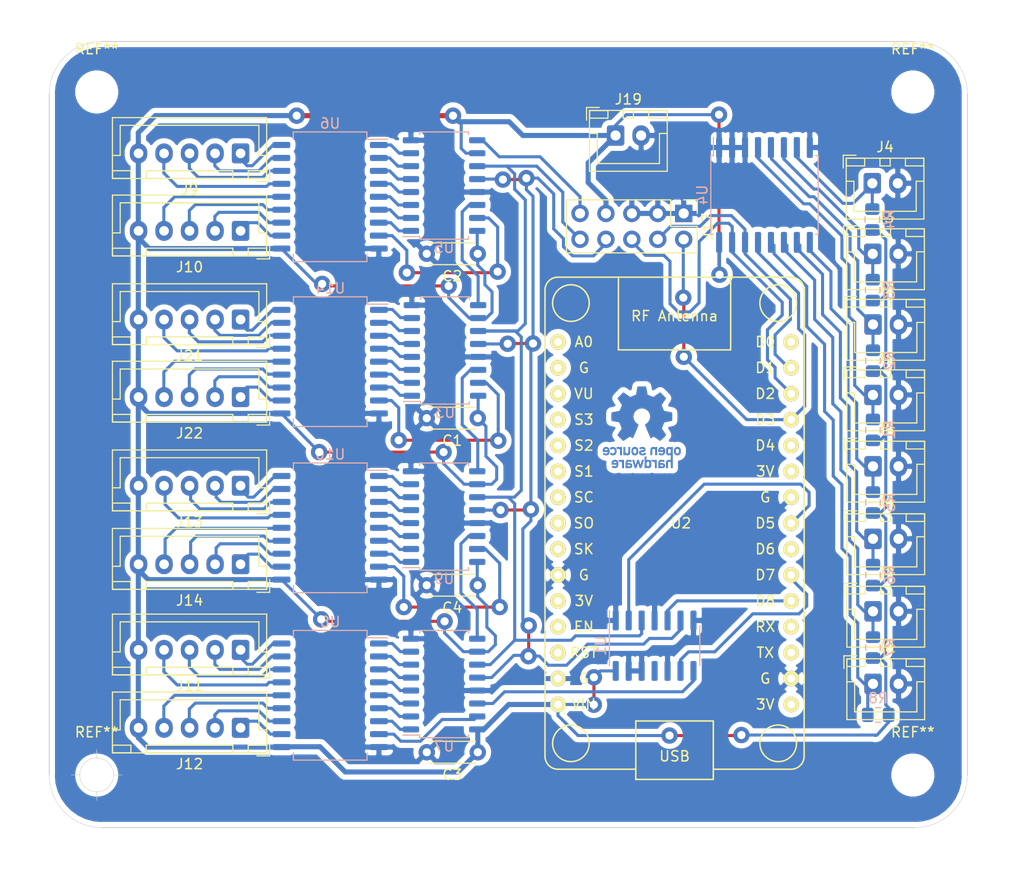
<source format=kicad_pcb>
(kicad_pcb (version 20171130) (host pcbnew 5.1.5+dfsg1-2)
  (layers (0 F.Cu signal) (31 B.Cu signal) (34 B.Paste user) (35 F.Paste user) (36 B.SilkS user) (37 F.SilkS user) (38 B.Mask user) (39 F.Mask user) (44 Edge.Cuts user))
  (net 0 "")
  (net 1 GND)
  (net 2 +5V)
  (net 3 "Net-(J1-Pad1)")
  (net 4 "Net-(J2-Pad1)")
  (net 5 "Net-(J3-Pad1)")
  (net 6 "Net-(J4-Pad1)")
  (net 7 "Net-(J5-Pad1)")
  (net 8 "Net-(J6-Pad1)")
  (net 9 "Net-(J7-Pad1)")
  (net 10 "Net-(J8-Pad1)")
  (net 11 /SPI_CLK)
  (net 12 /INT)
  (net 13 /SPI_CS)
  (net 14 /SCL)
  (net 15 /DI_EXP)
  (net 16 /SDA)
  (net 17 /SPI_3.3_DO)
  (net 18 /SPI_DO)
  (net 19 /SPI_3.3_CLK)
  (net 20 /SPI_3.3_CS)
  (net 21 +3V3)
  (net 22 /sheet5E0B21A0/DI)
  (net 23 /sheet5E0964A4/DI)
  (net 24 /sheet5DED9C19/O1)
  (net 25 /sheet5DED9C19/O8)
  (net 26 /sheet5DED9C19/O7)
  (net 27 /sheet5DED9C19/O6)
  (net 28 /sheet5DED9C19/O5)
  (net 29 /sheet5DED9C19/O4)
  (net 30 /sheet5DED9C19/O3)
  (net 31 /sheet5DED9C19/O2)
  (net 32 /sheet5E0964A4/O2)
  (net 33 /sheet5E0964A4/O3)
  (net 34 /sheet5E0964A4/O4)
  (net 35 /sheet5E0964A4/O5)
  (net 36 /sheet5E0964A4/O6)
  (net 37 /sheet5E0964A4/O7)
  (net 38 /sheet5E0964A4/O8)
  (net 39 /sheet5E0964A4/O1)
  (net 40 /sheet5E092C79/O1)
  (net 41 /sheet5E092C79/O8)
  (net 42 /sheet5E092C79/O7)
  (net 43 /sheet5E092C79/O6)
  (net 44 /sheet5E092C79/O5)
  (net 45 /sheet5E092C79/O4)
  (net 46 /sheet5E092C79/O3)
  (net 47 /sheet5E092C79/O2)
  (net 48 /sheet5E0B21A0/O2)
  (net 49 /sheet5E0B21A0/O3)
  (net 50 /sheet5E0B21A0/O4)
  (net 51 /sheet5E0B21A0/O5)
  (net 52 /sheet5E0B21A0/O6)
  (net 53 /sheet5E0B21A0/O7)
  (net 54 /sheet5E0B21A0/O8)
  (net 55 /sheet5E0B21A0/O1)
  (net 56 /sheet5E0964A4/M4)
  (net 57 /sheet5E0964A4/M5)
  (net 58 /sheet5E0964A4/M6)
  (net 59 /sheet5E0964A4/M7)
  (net 60 /sheet5E092C79/M7)
  (net 61 /sheet5E092C79/M6)
  (net 62 /sheet5E092C79/M5)
  (net 63 /sheet5E092C79/M4)
  (net 64 /sheet5E0B21A0/M7)
  (net 65 /sheet5E0B21A0/M6)
  (net 66 /sheet5E0B21A0/M5)
  (net 67 /sheet5E0B21A0/M4)
  (net 68 /sheet5DED9C19/M4)
  (net 69 /sheet5DED9C19/M5)
  (net 70 /sheet5DED9C19/M6)
  (net 71 /sheet5DED9C19/M7)
  (net 72 /sheet5E0964A4/M0)
  (net 73 /sheet5E0964A4/M1)
  (net 74 /sheet5E0964A4/M2)
  (net 75 /sheet5E0964A4/M3)
  (net 76 /sheet5E092C79/M3)
  (net 77 /sheet5E092C79/M2)
  (net 78 /sheet5E092C79/M1)
  (net 79 /sheet5E092C79/M0)
  (net 80 /sheet5E0B21A0/M3)
  (net 81 /sheet5E0B21A0/M2)
  (net 82 /sheet5E0B21A0/M1)
  (net 83 /sheet5E0B21A0/M0)
  (net 84 /sheet5DED9C19/M0)
  (net 85 /sheet5DED9C19/M1)
  (net 86 /sheet5DED9C19/M2)
  (net 87 /sheet5DED9C19/M3)
  (net 88 /sheet5DED9C19/DI)
  (module Symbol:OSHW-Logo_7.5x8mm_Copper (layer B.Cu) (at 153.49 92.89 180)
    (fp_text reference REF** hide)
    (fp_text value OSHW-Logo_7.5x8mm_Copper hide)
    (fp_poly (pts (xy 0.500964 3.601424) (xy 0.576513 3.200678) (xy 1.134041 2.970846) (xy 1.468465 3.198252) (xy 1.562122 3.261569) (xy 1.646782 3.318104) (xy 1.718495 3.365273) (xy 1.773311 3.400498) (xy 1.80728 3.421195) (xy 1.81653 3.425658) (xy 1.833195 3.41418) (xy 1.868806 3.382449) (xy 1.919371 3.334517) (xy 1.9809 3.274438) (xy 2.049399 3.206267) (xy 2.120879 3.134055) (xy 2.191347 3.061858) (xy 2.256811 2.993727) (xy 2.31328 2.933717) (xy 2.356763 2.885881) (xy 2.383268 2.854273) (xy 2.389605 2.843695) (xy 2.380486 2.824194) (xy 2.35492 2.781469) (xy 2.315597 2.719702) (xy 2.265203 2.643069) (xy 2.206427 2.555752) (xy 2.172368 2.505948) (xy 2.110289 2.415007) (xy 2.055126 2.332941) (xy 2.009554 2.263837) (xy 1.97625 2.211778) (xy 1.95789 2.18085) (xy 1.955131 2.17435) (xy 1.961385 2.155879) (xy 1.978434 2.112828) (xy 2.003703 2.051251) (xy 2.034622 1.977201) (xy 2.068618 1.89673) (xy 2.103118 1.815893) (xy 2.135551 1.740742) (xy 2.163343 1.677329) (xy 2.183923 1.631707) (xy 2.194719 1.609931) (xy 2.195356 1.609074) (xy 2.212307 1.604916) (xy 2.257451 1.595639) (xy 2.32611 1.582156) (xy 2.413602 1.565379) (xy 2.51525 1.546219) (xy 2.574556 1.53517) (xy 2.683172 1.51449) (xy 2.781277 1.494811) (xy 2.863909 1.477211) (xy 2.926104 1.462767) (xy 2.962899 1.452554) (xy 2.970296 1.449314) (xy 2.97754 1.427383) (xy 2.983385 1.377853) (xy 2.987835 1.306515) (xy 2.990893 1.219161) (xy 2.992565 1.121583) (xy 2.992853 1.019574) (xy 2.991761 0.918925) (xy 2.989294 0.825428) (xy 2.985456 0.744875) (xy 2.98025 0.683058) (xy 2.973681 0.64577) (xy 2.969741 0.638007) (xy 2.946188 0.628702) (xy 2.896282 0.6154) (xy 2.826623 0.599663) (xy 2.743813 0.583054) (xy 2.714905 0.577681) (xy 2.575531 0.552152) (xy 2.465436 0.531592) (xy 2.380982 0.515185) (xy 2.31853 0.502113) (xy 2.274444 0.491559) (xy 2.245085 0.482706) (xy 2.226815 0.474737) (xy 2.215998 0.466835) (xy 2.214485 0.465273) (xy 2.199377 0.440114) (xy 2.176329 0.39115) (xy 2.147644 0.324379) (xy 2.115622 0.245795) (xy 2.082565 0.161393) (xy 2.050773 0.07717) (xy 2.022549 -0.000879) (xy 2.000193 -0.066759) (xy 1.986007 -0.114473) (xy 1.982293 -0.138027) (xy 1.982602 -0.138852) (xy 1.995189 -0.158104) (xy 2.023744 -0.200463) (xy 2.065267 -0.261521) (xy 2.116756 -0.336868) (xy 2.175211 -0.422096) (xy 2.191858 -0.446315) (xy 2.251215 -0.534123) (xy 2.303447 -0.614238) (xy 2.345708 -0.682062) (xy 2.375153 -0.732993) (xy 2.388937 -0.762431) (xy 2.389605 -0.766048) (xy 2.378024 -0.785057) (xy 2.346024 -0.822714) (xy 2.297718 -0.874973) (xy 2.23722 -0.937786) (xy 2.168644 -1.007106) (xy 2.096104 -1.078885) (xy 2.023712 -1.149077) (xy 1.955584 -1.213635) (xy 1.895832 -1.26851) (xy 1.848571 -1.309656) (xy 1.817913 -1.333026) (xy 1.809432 -1.336842) (xy 1.789691 -1.327855) (xy 1.749274 -1.303616) (xy 1.694763 -1.268209) (xy 1.652823 -1.239711) (xy 1.576829 -1.187418) (xy 1.486834 -1.125845) (xy 1.396564 -1.06437) (xy 1.348032 -1.031469) (xy 1.183762 -0.920359) (xy 1.045869 -0.994916) (xy 0.983049 -1.027578) (xy 0.929629 -1.052966) (xy 0.893484 -1.067446) (xy 0.884284 -1.06946) (xy 0.873221 -1.054584) (xy 0.851394 -1.012547) (xy 0.820434 -0.947227) (xy 0.78197 -0.8625) (xy 0.737632 -0.762245) (xy 0.689047 -0.650339) (xy 0.637846 -0.530659) (xy 0.585659 -0.407084) (xy 0.534113 -0.283491) (xy 0.48484 -0.163757) (xy 0.439467 -0.051759) (xy 0.399625 0.048623) (xy 0.366942 0.133514) (xy 0.343049 0.199035) (xy 0.329574 0.24131) (xy 0.327406 0.255828) (xy 0.344583 0.274347) (xy 0.38219 0.30441) (xy 0.432366 0.339768) (xy 0.436578 0.342566) (xy 0.566264 0.446375) (xy 0.670834 0.567485) (xy 0.749381 0.702024) (xy 0.800999 0.846118) (xy 0.824782 0.995895) (xy 0.819823 1.147483) (xy 0.785217 1.297008) (xy 0.720057 1.4406) (xy 0.700886 1.472016) (xy 0.601174 1.598875) (xy 0.483377 1.700745) (xy 0.351571 1.777096) (xy 0.209833 1.827398) (xy 0.062242 1.851121) (xy -0.087127 1.847735) (xy -0.234197 1.816712) (xy -0.374889 1.75752) (xy -0.505127 1.669631) (xy -0.545414 1.633958) (xy -0.647945 1.522294) (xy -0.722659 1.404743) (xy -0.77391 1.27298) (xy -0.802454 1.142493) (xy -0.8095 0.995784) (xy -0.786004 0.848347) (xy -0.734351 0.705166) (xy -0.656929 0.571223) (xy -0.556125 0.451502) (xy -0.434324 0.350986) (xy -0.418316 0.340391) (xy -0.367602 0.305694) (xy -0.32905 0.27563) (xy -0.310619 0.256435) (xy -0.310351 0.255828) (xy -0.314308 0.235064) (xy -0.329993 0.187938) (xy -0.355778 0.118327) (xy -0.390031 0.030107) (xy -0.431123 -0.072844) (xy -0.477424 -0.18665) (xy -0.527304 -0.307435) (xy -0.579133 -0.431321) (xy -0.631281 -0.554432) (xy -0.682118 -0.672891) (xy -0.730013 -0.782823) (xy -0.773338 -0.880349) (xy -0.810462 -0.961593) (xy -0.839756 -1.022679) (xy -0.859588 -1.05973) (xy -0.867574 -1.06946) (xy -0.891979 -1.061883) (xy -0.937642 -1.04156) (xy -0.99669 -1.012125) (xy -1.02916 -0.994916) (xy -1.167053 -0.920359) (xy -1.331323 -1.031469) (xy -1.415179 -1.08839) (xy -1.506987 -1.15103) (xy -1.59302 -1.210011) (xy -1.636113 -1.239711) (xy -1.696723 -1.28041) (xy -1.748045 -1.312663) (xy -1.783385 -1.332384) (xy -1.794863 -1.336554) (xy -1.81157 -1.325307) (xy -1.848546 -1.293911) (xy -1.902205 -1.245624) (xy -1.968962 -1.183708) (xy -2.045234 -1.111421) (xy -2.093473 -1.065008) (xy -2.177867 -0.982087) (xy -2.250803 -0.90792) (xy -2.309331 -0.84568) (xy -2.350503 -0.798541) (xy -2.371372 -0.769673) (xy -2.373374 -0.763815) (xy -2.364083 -0.741532) (xy -2.338409 -0.696477) (xy -2.2992 -0.633211) (xy -2.249303 -0.556295) (xy -2.191567 -0.470292) (xy -2.175149 -0.446315) (xy -2.115323 -0.35917) (xy -2.06165 -0.28071) (xy -2.01713 -0.215345) (xy -1.984765 -0.167484) (xy -1.967555 -0.141535) (xy -1.965893 -0.138852) (xy -1.968379 -0.118172) (xy -1.981577 -0.072704) (xy -2.003186 -0.008444) (xy -2.030904 0.068613) (xy -2.06243 0.152471) (xy -2.095463 0.237134) (xy -2.127701 0.316608) (xy -2.156843 0.384896) (xy -2.180588 0.436003) (xy -2.196635 0.463933) (xy -2.197775 0.465273) (xy -2.207588 0.473255) (xy -2.224161 0.481149) (xy -2.251132 0.489771) (xy -2.292139 0.499938) (xy -2.35082 0.512469) (xy -2.430813 0.528179) (xy -2.535755 0.547887) (xy -2.669285 0.572408) (xy -2.698196 0.577681) (xy -2.783882 0.594236) (xy -2.858582 0.610431) (xy -2.915694 0.624704) (xy -2.948617 0.635492) (xy -2.953031 0.638007) (xy -2.960306 0.660304) (xy -2.966219 0.710131) (xy -2.970766 0.781696) (xy -2.973945 0.869207) (xy -2.975749 0.966872) (xy -2.976177 1.068899) (xy -2.975223 1.169497) (xy -2.972884 1.262873) (xy -2.969156 1.343235) (xy -2.964034 1.404791) (xy -2.957516 1.44175) (xy -2.953586 1.449314) (xy -2.931708 1.456944) (xy -2.881891 1.469358) (xy -2.809097 1.485478) (xy -2.718289 1.504227) (xy -2.614431 1.524529) (xy -2.557846 1.53517) (xy -2.450486 1.55524) (xy -2.354746 1.57342) (xy -2.275306 1.588801) (xy -2.216846 1.600469) (xy -2.184045 1.607512) (xy -2.178646 1.609074) (xy -2.169522 1.626678) (xy -2.150235 1.669082) (xy -2.123355 1.730228) (xy -2.091454 1.804057) (xy -2.057102 1.884511) (xy -2.022871 1.965532) (xy -1.991331 2.041063) (xy -1.965054 2.105045) (xy -1.946611 2.15142) (xy -1.938571 2.174131) (xy -1.938422 2.175124) (xy -1.947535 2.193039) (xy -1.973086 2.234267) (xy -2.012388 2.294709) (xy -2.062757 2.370269) (xy -2.121506 2.456848) (xy -2.155658 2.506579) (xy -2.21789 2.597764) (xy -2.273164 2.680551) (xy -2.318782 2.750751) (xy -2.352048 2.804176) (xy -2.370264 2.836639) (xy -2.372895 2.843917) (xy -2.361586 2.860855) (xy -2.330319 2.897022) (xy -2.28309 2.948365) (xy -2.223892 3.010833) (xy -2.156719 3.080374) (xy -2.085566 3.152935) (xy -2.014426 3.224465) (xy -1.947293 3.290913) (xy -1.888161 3.348226) (xy -1.841025 3.392353) (xy -1.809877 3.419241) (xy -1.799457 3.425658) (xy -1.782491 3.416635) (xy -1.741911 3.391285) (xy -1.681663 3.35219) (xy -1.605693 3.301929) (xy -1.517946 3.243083) (xy -1.451756 3.198252) (xy -1.117332 2.970846) (xy -0.838567 3.085762) (xy -0.559803 3.200678) (xy -0.484254 3.601424) (xy -0.408706 4.002171) (xy 0.425415 4.002171) (xy 0.500964 3.601424)) (layer B.Cu) (width 0.01))
    (fp_poly (pts (xy 2.391388 -1.937645) (xy 2.448865 -1.955206) (xy 2.485872 -1.977395) (xy 2.497927 -1.994942) (xy 2.494609 -2.015742) (xy 2.473079 -2.048419) (xy 2.454874 -2.071562) (xy 2.417344 -2.113402) (xy 2.389148 -2.131005) (xy 2.365111 -2.129856) (xy 2.293808 -2.11171) (xy 2.241442 -2.112534) (xy 2.198918 -2.133098) (xy 2.184642 -2.145134) (xy 2.138947 -2.187483) (xy 2.138947 -2.740526) (xy 1.955131 -2.740526) (xy 1.955131 -1.938421) (xy 2.047039 -1.938421) (xy 2.102219 -1.940603) (xy 2.130688 -1.948351) (xy 2.138943 -1.963468) (xy 2.138947 -1.963916) (xy 2.142845 -1.979749) (xy 2.160474 -1.977684) (xy 2.184901 -1.966261) (xy 2.23535 -1.945005) (xy 2.276316 -1.932216) (xy 2.329028 -1.928938) (xy 2.391388 -1.937645)) (layer B.Cu) (width 0.01))
    (fp_poly (pts (xy -1.002043 -1.952226) (xy -0.960454 -1.97209) (xy -0.920175 -2.000784) (xy -0.88949 -2.033809) (xy -0.867139 -2.075931) (xy -0.851864 -2.131915) (xy -0.842408 -2.206528) (xy -0.837513 -2.304535) (xy -0.835919 -2.430702) (xy -0.835894 -2.443914) (xy -0.835527 -2.740526) (xy -1.019343 -2.740526) (xy -1.019343 -2.467081) (xy -1.019473 -2.365777) (xy -1.020379 -2.292353) (xy -1.022827 -2.241271) (xy -1.027586 -2.20699) (xy -1.035426 -2.183971) (xy -1.047115 -2.166673) (xy -1.063398 -2.149581) (xy -1.120366 -2.112857) (xy -1.182555 -2.106042) (xy -1.241801 -2.129261) (xy -1.262405 -2.146543) (xy -1.27753 -2.162791) (xy -1.28839 -2.180191) (xy -1.29569 -2.204212) (xy -1.300137 -2.240322) (xy -1.302436 -2.293988) (xy -1.303296 -2.37068) (xy -1.303422 -2.464043) (xy -1.303422 -2.740526) (xy -1.487237 -2.740526) (xy -1.487237 -1.938421) (xy -1.395329 -1.938421) (xy -1.340149 -1.940603) (xy -1.31168 -1.948351) (xy -1.303425 -1.963468) (xy -1.303422 -1.963916) (xy -1.299592 -1.97872) (xy -1.282699 -1.97704) (xy -1.249112 -1.960773) (xy -1.172937 -1.93684) (xy -1.0858 -1.934178) (xy -1.002043 -1.952226)) (layer B.Cu) (width 0.01))
    (fp_poly (pts (xy 3.558784 -1.935554) (xy 3.601574 -1.945949) (xy 3.683609 -1.984013) (xy 3.753757 -2.042149) (xy 3.802305 -2.111852) (xy 3.808975 -2.127502) (xy 3.818124 -2.168496) (xy 3.824529 -2.229138) (xy 3.82671 -2.29043) (xy 3.82671 -2.406316) (xy 3.584407 -2.406316) (xy 3.484471 -2.406693) (xy 3.414069 -2.408987) (xy 3.369313 -2.414938) (xy 3.346315 -2.426285) (xy 3.341189 -2.444771) (xy 3.350048 -2.472136) (xy 3.365917 -2.504155) (xy 3.410184 -2.557592) (xy 3.471699 -2.584215) (xy 3.546885 -2.583347) (xy 3.632053 -2.554371) (xy 3.705659 -2.518611) (xy 3.766734 -2.566904) (xy 3.82781 -2.615197) (xy 3.770351 -2.668285) (xy 3.693641 -2.718445) (xy 3.599302 -2.748688) (xy 3.497827 -2.757151) (xy 3.399711 -2.741974) (xy 3.383881 -2.736824) (xy 3.297647 -2.691791) (xy 3.233501 -2.624652) (xy 3.190091 -2.533405) (xy 3.166064 -2.416044) (xy 3.165784 -2.413529) (xy 3.163633 -2.285627) (xy 3.172329 -2.239997) (xy 3.342105 -2.239997) (xy 3.357697 -2.247013) (xy 3.400029 -2.252388) (xy 3.462434 -2.255457) (xy 3.501981 -2.255921) (xy 3.575728 -2.25563) (xy 3.62184 -2.253783) (xy 3.6461 -2.248912) (xy 3.654294 -2.239555) (xy 3.652206 -2.224245) (xy 3.650455 -2.218322) (xy 3.62056 -2.162668) (xy 3.573542 -2.117815) (xy 3.532049 -2.098105) (xy 3.476926 -2.099295) (xy 3.421068 -2.123875) (xy 3.374212 -2.16457) (xy 3.346094 -2.214108) (xy 3.342105 -2.239997) (xy 3.172329 -2.239997) (xy 3.185074 -2.173133) (xy 3.227611 -2.078727) (xy 3.288747 -2.005088) (xy 3.365985 -1.954893) (xy 3.45683 -1.930822) (xy 3.558784 -1.935554)) (layer B.Cu) (width 0.01))
    (fp_poly (pts (xy 2.946576 -1.945419) (xy 3.043395 -1.986549) (xy 3.07389 -2.006571) (xy 3.112865 -2.03734) (xy 3.137331 -2.061533) (xy 3.141578 -2.069413) (xy 3.129584 -2.086899) (xy 3.098887 -2.11657) (xy 3.074312 -2.137279) (xy 3.007046 -2.191336) (xy 2.95393 -2.146642) (xy 2.912884 -2.117789) (xy 2.872863 -2.107829) (xy 2.827059 -2.110261) (xy 2.754324 -2.128345) (xy 2.704256 -2.165881) (xy 2.673829 -2.226562) (xy 2.660017 -2.314081) (xy 2.660013 -2.314136) (xy 2.661208 -2.411958) (xy 2.679772 -2.48373) (xy 2.716804 -2.532595) (xy 2.74205 -2.549143) (xy 2.809097 -2.569749) (xy 2.880709 -2.569762) (xy 2.943015 -2.549768) (xy 2.957763 -2.54) (xy 2.99475 -2.515047) (xy 3.023668 -2.510958) (xy 3.054856 -2.52953) (xy 3.089336 -2.562887) (xy 3.143912 -2.619196) (xy 3.083318 -2.669142) (xy 2.989698 -2.725513) (xy 2.884125 -2.753293) (xy 2.773798 -2.751282) (xy 2.701343 -2.732862) (xy 2.616656 -2.68731) (xy 2.548927 -2.61565) (xy 2.518157 -2.565066) (xy 2.493236 -2.492488) (xy 2.480766 -2.400569) (xy 2.48067 -2.300948) (xy 2.49287 -2.205267) (xy 2.51729 -2.125169) (xy 2.521136 -2.116956) (xy 2.578093 -2.036413) (xy 2.655209 -1.977771) (xy 2.74639 -1.942247) (xy 2.845543 -1.931057) (xy 2.946576 -1.945419)) (layer B.Cu) (width 0.01))
    (fp_poly (pts (xy 1.320131 -2.198533) (xy 1.32171 -2.321089) (xy 1.327481 -2.414179) (xy 1.338991 -2.481651) (xy 1.35779 -2.527355) (xy 1.385426 -2.555139) (xy 1.423448 -2.568854) (xy 1.470526 -2.572358) (xy 1.519832 -2.568432) (xy 1.557283 -2.554089) (xy 1.584428 -2.525478) (xy 1.602815 -2.478751) (xy 1.613993 -2.410058) (xy 1.619511 -2.31555) (xy 1.620921 -2.198533) (xy 1.620921 -1.938421) (xy 1.804736 -1.938421) (xy 1.804736 -2.740526) (xy 1.712828 -2.740526) (xy 1.657422 -2.738281) (xy 1.628891 -2.730396) (xy 1.620921 -2.715428) (xy 1.61612 -2.702097) (xy 1.597014 -2.704917) (xy 1.558504 -2.723783) (xy 1.470239 -2.752887) (xy 1.376623 -2.750825) (xy 1.286921 -2.719221) (xy 1.244204 -2.694257) (xy 1.211621 -2.667226) (xy 1.187817 -2.633405) (xy 1.171439 -2.588068) (xy 1.161131 -2.526489) (xy 1.155541 -2.443943) (xy 1.153312 -2.335705) (xy 1.153026 -2.252004) (xy 1.153026 -1.938421) (xy 1.320131 -1.938421) (xy 1.320131 -2.198533)) (layer B.Cu) (width 0.01))
    (fp_poly (pts (xy 0.811669 -1.94831) (xy 0.896192 -1.99434) (xy 0.962321 -2.067006) (xy 0.993478 -2.126106) (xy 1.006855 -2.178305) (xy 1.015522 -2.252719) (xy 1.019237 -2.338442) (xy 1.017754 -2.424569) (xy 1.010831 -2.500193) (xy 1.002745 -2.540584) (xy 0.975465 -2.59584) (xy 0.92822 -2.65453) (xy 0.871282 -2.705852) (xy 0.814924 -2.739005) (xy 0.81355 -2.739531) (xy 0.743616 -2.754018) (xy 0.660737 -2.754377) (xy 0.581977 -2.741188) (xy 0.551566 -2.730617) (xy 0.473239 -2.686201) (xy 0.417143 -2.628007) (xy 0.380286 -2.550965) (xy 0.35968 -2.450001) (xy 0.355018 -2.397116) (xy 0.355613 -2.330663) (xy 0.534736 -2.330663) (xy 0.54077 -2.42763) (xy 0.558138 -2.501523) (xy 0.58574 -2.548736) (xy 0.605404 -2.562237) (xy 0.655787 -2.571651) (xy 0.715673 -2.568864) (xy 0.767449 -2.555316) (xy 0.781027 -2.547862) (xy 0.816849 -2.504451) (xy 0.840493 -2.438014) (xy 0.850558 -2.357161) (xy 0.845642 -2.270502) (xy 0.834655 -2.218349) (xy 0.803109 -2.157951) (xy 0.753311 -2.120197) (xy 0.693337 -2.107143) (xy 0.631264 -2.120849) (xy 0.583582 -2.154372) (xy 0.558525 -2.182031) (xy 0.5439 -2.209294) (xy 0.536929 -2.24619) (xy 0.534833 -2.30275) (xy 0.534736 -2.330663) (xy 0.355613 -2.330663) (xy 0.356282 -2.255994) (xy 0.379265 -2.140271) (xy 0.423972 -2.049941) (xy 0.490405 -1.985) (xy 0.578565 -1.945445) (xy 0.597495 -1.940858) (xy 0.711266 -1.93009) (xy 0.811669 -1.94831)) (layer B.Cu) (width 0.01))
    (fp_poly (pts (xy 0.018628 -1.935547) (xy 0.081908 -1.947548) (xy 0.147557 -1.972648) (xy 0.154572 -1.975848) (xy 0.204356 -2.002026) (xy 0.238834 -2.026353) (xy 0.249978 -2.041937) (xy 0.239366 -2.067353) (xy 0.213588 -2.104853) (xy 0.202146 -2.118852) (xy 0.154992 -2.173954) (xy 0.094201 -2.138086) (xy 0.036347 -2.114192) (xy -0.0305 -2.10142) (xy -0.094606 -2.100613) (xy -0.144236 -2.112615) (xy -0.156146 -2.120105) (xy -0.178828 -2.15445) (xy -0.181584 -2.194013) (xy -0.164612 -2.22492) (xy -0.154573 -2.230913) (xy -0.12449 -2.238357) (xy -0.071611 -2.247106) (xy -0.006425 -2.255467) (xy 0.0056 -2.256778) (xy 0.110297 -2.274888) (xy 0.186232 -2.305651) (xy 0.236592 -2.351907) (xy 0.264564 -2.416497) (xy 0.273278 -2.495387) (xy 0.26124 -2.585065) (xy 0.222151 -2.655486) (xy 0.155855 -2.706777) (xy 0.062194 -2.739067) (xy -0.041777 -2.751807) (xy -0.126562 -2.751654) (xy -0.195335 -2.740083) (xy -0.242303 -2.724109) (xy -0.30165 -2.696275) (xy -0.356494 -2.663973) (xy -0.375987 -2.649755) (xy -0.426119 -2.608835) (xy -0.305197 -2.486477) (xy -0.236457 -2.531967) (xy -0.167512 -2.566133) (xy -0.093889 -2.584004) (xy -0.023117 -2.585889) (xy 0.037274 -2.572101) (xy 0.079757 -2.542949) (xy 0.093474 -2.518352) (xy 0.091417 -2.478904) (xy 0.05733 -2.448737) (xy -0.008692 -2.427906) (xy -0.081026 -2.418279) (xy -0.192348 -2.39991) (xy -0.275048 -2.365254) (xy -0.330235 -2.313297) (xy -0.359012 -2.243023) (xy -0.362999 -2.159707) (xy -0.343307 -2.072681) (xy -0.298411 -2.006902) (xy -0.227909 -1.962068) (xy -0.131399 -1.937879) (xy -0.0599 -1.933137) (xy 0.018628 -1.935547)) (layer B.Cu) (width 0.01))
    (fp_poly (pts (xy -1.802982 -1.957027) (xy -1.78633 -1.964866) (xy -1.728695 -2.007086) (xy -1.674195 -2.0687) (xy -1.633501 -2.136543) (xy -1.621926 -2.167734) (xy -1.611366 -2.223449) (xy -1.605069 -2.290781) (xy -1.604304 -2.318585) (xy -1.604211 -2.406316) (xy -2.10915 -2.406316) (xy -2.098387 -2.45227) (xy -2.071967 -2.50662) (xy -2.025778 -2.553591) (xy -1.970828 -2.583848) (xy -1.935811 -2.590131) (xy -1.888323 -2.582506) (xy -1.831665 -2.563383) (xy -1.812418 -2.554584) (xy -1.741241 -2.519036) (xy -1.680498 -2.565367) (xy -1.645448 -2.596703) (xy -1.626798 -2.622567) (xy -1.625853 -2.630158) (xy -1.642515 -2.648556) (xy -1.67903 -2.676515) (xy -1.712172 -2.698327) (xy -1.801607 -2.737537) (xy -1.901871 -2.755285) (xy -2.001246 -2.75067) (xy -2.080461 -2.726551) (xy -2.16212 -2.674884) (xy -2.220151 -2.606856) (xy -2.256454 -2.518843) (xy -2.272928 -2.407216) (xy -2.274389 -2.356138) (xy -2.268543 -2.239091) (xy -2.267825 -2.235686) (xy -2.100511 -2.235686) (xy -2.095903 -2.246662) (xy -2.076964 -2.252715) (xy -2.037902 -2.25531) (xy -1.972923 -2.25591) (xy -1.947903 -2.255921) (xy -1.871779 -2.255014) (xy -1.823504 -2.25172) (xy -1.79754 -2.245181) (xy -1.788352 -2.234537) (xy -1.788027 -2.231119) (xy -1.798513 -2.203956) (xy -1.824758 -2.165903) (xy -1.836041 -2.152579) (xy -1.877928 -2.114896) (xy -1.921591 -2.10008) (xy -1.945115 -2.098842) (xy -2.008757 -2.114329) (xy -2.062127 -2.15593) (xy -2.095981 -2.216353) (xy -2.096581 -2.218322) (xy -2.100511 -2.235686) (xy -2.267825 -2.235686) (xy -2.249101 -2.146928) (xy -2.214078 -2.07319) (xy -2.171244 -2.020848) (xy -2.092052 -1.964092) (xy -1.99896 -1.933762) (xy -1.899945 -1.931021) (xy -1.802982 -1.957027)) (layer B.Cu) (width 0.01))
    (fp_poly (pts (xy -3.373216 -1.947104) (xy -3.285795 -1.985754) (xy -3.21943 -2.05029) (xy -3.174024 -2.140812) (xy -3.149482 -2.257418) (xy -3.147723 -2.275624) (xy -3.146344 -2.403984) (xy -3.164216 -2.516496) (xy -3.20025 -2.607688) (xy -3.219545 -2.637022) (xy -3.286755 -2.699106) (xy -3.37235 -2.739316) (xy -3.46811 -2.756003) (xy -3.565813 -2.747517) (xy -3.640083 -2.72138) (xy -3.703953 -2.677335) (xy -3.756154 -2.619587) (xy -3.757057 -2.618236) (xy -3.778256 -2.582593) (xy -3.792033 -2.546752) (xy -3.800376 -2.501519) (xy -3.805273 -2.437701) (xy -3.807431 -2.385368) (xy -3.808329 -2.33791) (xy -3.641257 -2.33791) (xy -3.639624 -2.385154) (xy -3.633696 -2.448046) (xy -3.623239 -2.488407) (xy -3.604381 -2.517122) (xy -3.586719 -2.533896) (xy -3.524106 -2.569016) (xy -3.458592 -2.57371) (xy -3.397579 -2.54844) (xy -3.367072 -2.520124) (xy -3.345089 -2.491589) (xy -3.332231 -2.464284) (xy -3.326588 -2.42875) (xy -3.326249 -2.375524) (xy -3.327988 -2.326506) (xy -3.331729 -2.256482) (xy -3.337659 -2.211064) (xy -3.348347 -2.18144) (xy -3.366361 -2.158797) (xy -3.380637 -2.145855) (xy -3.440349 -2.11186) (xy -3.504766 -2.110165) (xy -3.558781 -2.130301) (xy -3.60486 -2.172352) (xy -3.632311 -2.241428) (xy -3.641257 -2.33791) (xy -3.808329 -2.33791) (xy -3.809401 -2.281299) (xy -3.806036 -2.203468) (xy -3.795955 -2.14493) (xy -3.777774 -2.098737) (xy -3.75011 -2.057942) (xy -3.739854 -2.045828) (xy -3.675722 -1.985474) (xy -3.606934 -1.95022) (xy -3.522811 -1.93545) (xy -3.481791 -1.934243) (xy -3.373216 -1.947104)) (layer B.Cu) (width 0.01))
    (fp_poly (pts (xy 2.701193 -3.196078) (xy 2.781068 -3.216845) (xy 2.847962 -3.259705) (xy 2.880351 -3.291723) (xy 2.933445 -3.367413) (xy 2.963873 -3.455216) (xy 2.974327 -3.56315) (xy 2.97438 -3.571875) (xy 2.974473 -3.659605) (xy 2.469534 -3.659605) (xy 2.480298 -3.705559) (xy 2.499732 -3.747178) (xy 2.533745 -3.790544) (xy 2.54086 -3.797467) (xy 2.602003 -3.834935) (xy 2.671729 -3.841289) (xy 2.751987 -3.816638) (xy 2.765592 -3.81) (xy 2.807319 -3.789819) (xy 2.835268 -3.778321) (xy 2.840145 -3.777258) (xy 2.857168 -3.787583) (xy 2.889633 -3.812845) (xy 2.906114 -3.82665) (xy 2.940264 -3.858361) (xy 2.951478 -3.879299) (xy 2.943695 -3.89856) (xy 2.939535 -3.903827) (xy 2.911357 -3.926878) (xy 2.864862 -3.954892) (xy 2.832434 -3.971246) (xy 2.740385 -4.000059) (xy 2.638476 -4.009395) (xy 2.541963 -3.998332) (xy 2.514934 -3.990412) (xy 2.431276 -3.945581) (xy 2.369266 -3.876598) (xy 2.328545 -3.782794) (xy 2.308755 -3.663498) (xy 2.306582 -3.601118) (xy 2.312926 -3.510298) (xy 2.473157 -3.510298) (xy 2.488655 -3.517012) (xy 2.530312 -3.52228) (xy 2.590876 -3.525389) (xy 2.631907 -3.525921) (xy 2.705711 -3.525408) (xy 2.752293 -3.523006) (xy 2.777848 -3.517422) (xy 2.788569 -3.507361) (xy 2.790657 -3.492763) (xy 2.776331 -3.447796) (xy 2.740262 -3.403353) (xy 2.692815 -3.369242) (xy 2.645349 -3.355288) (xy 2.580879 -3.367666) (xy 2.52507 -3.403452) (xy 2.486374 -3.455033) (xy 2.473157 -3.510298) (xy 2.312926 -3.510298) (xy 2.315821 -3.468866) (xy 2.344336 -3.363498) (xy 2.392729 -3.284178) (xy 2.461604 -3.230071) (xy 2.551565 -3.200343) (xy 2.6003 -3.194618) (xy 2.701193 -3.196078)) (layer B.Cu) (width 0.01))
    (fp_poly (pts (xy 2.173167 -3.191447) (xy 2.237408 -3.204112) (xy 2.27398 -3.222864) (xy 2.312453 -3.254017) (xy 2.257717 -3.323127) (xy 2.223969 -3.364979) (xy 2.201053 -3.385398) (xy 2.178279 -3.388517) (xy 2.144956 -3.378472) (xy 2.129314 -3.372789) (xy 2.065542 -3.364404) (xy 2.00714 -3.382378) (xy 1.964264 -3.422982) (xy 1.957299 -3.435929) (xy 1.949713 -3.470224) (xy 1.943859 -3.533427) (xy 1.940011 -3.62106) (xy 1.938443 -3.72864) (xy 1.938421 -3.743944) (xy 1.938421 -4.010526) (xy 1.754605 -4.010526) (xy 1.754605 -3.19171) (xy 1.846513 -3.19171) (xy 1.899507 -3.193094) (xy 1.927115 -3.199252) (xy 1.937324 -3.213194) (xy 1.938421 -3.226344) (xy 1.938421 -3.260978) (xy 1.98245 -3.226344) (xy 2.032937 -3.202716) (xy 2.10076 -3.191033) (xy 2.173167 -3.191447)) (layer B.Cu) (width 0.01))
    (fp_poly (pts (xy 1.379992 -3.196673) (xy 1.450427 -3.21378) (xy 1.470787 -3.222844) (xy 1.510253 -3.246583) (xy 1.540541 -3.273321) (xy 1.562952 -3.307699) (xy 1.578786 -3.35436) (xy 1.589343 -3.417946) (xy 1.595924 -3.503099) (xy 1.599828 -3.614462) (xy 1.60131 -3.688849) (xy 1.606765 -4.010526) (xy 1.51358 -4.010526) (xy 1.457047 -4.008156) (xy 1.427922 -4.000055) (xy 1.420394 -3.986451) (xy 1.41642 -3.971741) (xy 1.398652 -3.974554) (xy 1.37444 -3.986348) (xy 1.313828 -4.004427) (xy 1.235929 -4.009299) (xy 1.153995 -4.00133) (xy 1.081281 -3.980889) (xy 1.074759 -3.978051) (xy 1.008302 -3.931365) (xy 0.964491 -3.866464) (xy 0.944332 -3.7906) (xy 0.945872 -3.763344) (xy 1.110345 -3.763344) (xy 1.124837 -3.800024) (xy 1.167805 -3.826309) (xy 1.237129 -3.840417) (xy 1.274177 -3.84229) (xy 1.335919 -3.837494) (xy 1.37696 -3.818858) (xy 1.386973 -3.81) (xy 1.4141 -3.761806) (xy 1.420394 -3.718092) (xy 1.420394 -3.659605) (xy 1.33893 -3.659605) (xy 1.244234 -3.664432) (xy 1.177813 -3.679613) (xy 1.135846 -3.7062) (xy 1.126449 -3.718052) (xy 1.110345 -3.763344) (xy 0.945872 -3.763344) (xy 0.948829 -3.711026) (xy 0.978985 -3.634995) (xy 1.020131 -3.583612) (xy 1.045052 -3.561397) (xy 1.069448 -3.546798) (xy 1.101191 -3.537897) (xy 1.148152 -3.532775) (xy 1.218204 -3.529515) (xy 1.24599 -3.528577) (xy 1.420394 -3.522879) (xy 1.420138 -3.470091) (xy 1.413384 -3.414603) (xy 1.388964 -3.381052) (xy 1.33963 -3.359618) (xy 1.338306 -3.359236) (xy 1.26836 -3.350808) (xy 1.199914 -3.361816) (xy 1.149047 -3.388585) (xy 1.128637 -3.401803) (xy 1.106654 -3.399974) (xy 1.072826 -3.380824) (xy 1.052961 -3.367308) (xy 1.014106 -3.338432) (xy 0.990038 -3.316786) (xy 0.986176 -3.310589) (xy 1.002079 -3.278519) (xy 1.049065 -3.240219) (xy 1.069473 -3.227297) (xy 1.128143 -3.205041) (xy 1.207212 -3.192432) (xy 1.295041 -3.1896) (xy 1.379992 -3.196673)) (layer B.Cu) (width 0.01))
    (fp_poly (pts (xy 0.37413 -3.195104) (xy 0.44022 -3.200066) (xy 0.526626 -3.459079) (xy 0.613031 -3.718092) (xy 0.640124 -3.626184) (xy 0.656428 -3.569384) (xy 0.677875 -3.492625) (xy 0.701035 -3.408251) (xy 0.71328 -3.362993) (xy 0.759344 -3.19171) (xy 0.949387 -3.19171) (xy 0.892582 -3.371349) (xy 0.864607 -3.459704) (xy 0.830813 -3.566281) (xy 0.79552 -3.677454) (xy 0.764013 -3.776579) (xy 0.69225 -4.002171) (xy 0.537286 -4.012253) (xy 0.49527 -3.873528) (xy 0.469359 -3.787351) (xy 0.441083 -3.692347) (xy 0.416369 -3.608441) (xy 0.415394 -3.605102) (xy 0.396935 -3.548248) (xy 0.380649 -3.509456) (xy 0.369242 -3.494787) (xy 0.366898 -3.496483) (xy 0.358671 -3.519225) (xy 0.343038 -3.56794) (xy 0.321904 -3.636502) (xy 0.29717 -3.718785) (xy 0.283787 -3.764046) (xy 0.211311 -4.010526) (xy 0.057495 -4.010526) (xy -0.065469 -3.622006) (xy -0.100012 -3.513022) (xy -0.131479 -3.414048) (xy -0.158384 -3.329736) (xy -0.179241 -3.264734) (xy -0.192562 -3.223692) (xy -0.196612 -3.211701) (xy -0.193406 -3.199423) (xy -0.168235 -3.194046) (xy -0.115854 -3.194584) (xy -0.107655 -3.19499) (xy -0.010518 -3.200066) (xy 0.0531 -3.434013) (xy 0.076484 -3.519333) (xy 0.097381 -3.594335) (xy 0.113951 -3.652507) (xy 0.124354 -3.687337) (xy 0.126276 -3.693016) (xy 0.134241 -3.686486) (xy 0.150304 -3.652654) (xy 0.172621 -3.596127) (xy 0.199345 -3.52151) (xy 0.221937 -3.454107) (xy 0.308041 -3.190143) (xy 0.37413 -3.195104)) (layer B.Cu) (width 0.01))
    (fp_poly (pts (xy -0.267369 -4.010526) (xy -0.359277 -4.010526) (xy -0.412623 -4.008962) (xy -0.440407 -4.002485) (xy -0.45041 -3.988418) (xy -0.451185 -3.978906) (xy -0.452872 -3.959832) (xy -0.46351 -3.956174) (xy -0.491465 -3.967932) (xy -0.513205 -3.978906) (xy -0.596668 -4.004911) (xy -0.687396 -4.006416) (xy -0.761158 -3.987021) (xy -0.829846 -3.940165) (xy -0.882206 -3.871004) (xy -0.910878 -3.789427) (xy -0.911608 -3.784866) (xy -0.915868 -3.735101) (xy -0.917986 -3.663659) (xy -0.917816 -3.609626) (xy -0.73528 -3.609626) (xy -0.731051 -3.681441) (xy -0.721432 -3.740634) (xy -0.70841 -3.77406) (xy -0.659144 -3.81974) (xy -0.60065 -3.836115) (xy -0.540329 -3.822873) (xy -0.488783 -3.783373) (xy -0.469262 -3.756807) (xy -0.457848 -3.725106) (xy -0.452502 -3.678832) (xy -0.451185 -3.609328) (xy -0.453542 -3.540499) (xy -0.459767 -3.480026) (xy -0.468592 -3.439556) (xy -0.470063 -3.435929) (xy -0.505653 -3.392802) (xy -0.5576 -3.369124) (xy -0.615722 -3.365301) (xy -0.66984 -3.381738) (xy -0.709774 -3.41884) (xy -0.713917 -3.426222) (xy -0.726884 -3.471239) (xy -0.733948 -3.535967) (xy -0.73528 -3.609626) (xy -0.917816 -3.609626) (xy -0.917729 -3.58223) (xy -0.916528 -3.538405) (xy -0.908355 -3.429988) (xy -0.89137 -3.348588) (xy -0.863113 -3.288412) (xy -0.821128 -3.243666) (xy -0.780368 -3.2174) (xy -0.723419 -3.198935) (xy -0.652589 -3.192602) (xy -0.580059 -3.19776) (xy -0.518014 -3.213769) (xy -0.485232 -3.23292) (xy -0.451185 -3.263732) (xy -0.451185 -2.87421) (xy -0.267369 -2.87421) (xy -0.267369 -4.010526)) (layer B.Cu) (width 0.01))
    (fp_poly (pts (xy -1.320119 -3.193486) (xy -1.295112 -3.200982) (xy -1.28705 -3.217451) (xy -1.286711 -3.224886) (xy -1.285264 -3.245594) (xy -1.275302 -3.248845) (xy -1.248388 -3.234648) (xy -1.232402 -3.224948) (xy -1.181967 -3.204175) (xy -1.121728 -3.193904) (xy -1.058566 -3.193114) (xy -0.999363 -3.200786) (xy -0.950998 -3.215898) (xy -0.920354 -3.237432) (xy -0.914311 -3.264366) (xy -0.917361 -3.27166) (xy -0.939594 -3.301937) (xy -0.97407 -3.339175) (xy -0.980306 -3.345195) (xy -1.013167 -3.372875) (xy -1.04152 -3.381818) (xy -1.081173 -3.375576) (xy -1.097058 -3.371429) (xy -1.146491 -3.361467) (xy -1.181248 -3.365947) (xy -1.2106 -3.381746) (xy -1.237487 -3.402949) (xy -1.25729 -3.429614) (xy -1.271052 -3.466827) (xy -1.279816 -3.519673) (xy -1.284626 -3.593237) (xy -1.286526 -3.692605) (xy -1.286711 -3.752601) (xy -1.286711 -4.010526) (xy -1.453816 -4.010526) (xy -1.453816 -3.19171) (xy -1.370264 -3.19171) (xy -1.320119 -3.193486)) (layer B.Cu) (width 0.01))
    (fp_poly (pts (xy -1.839543 -3.198184) (xy -1.76093 -3.21916) (xy -1.701084 -3.25718) (xy -1.658853 -3.306978) (xy -1.645725 -3.32823) (xy -1.636032 -3.350492) (xy -1.629256 -3.37897) (xy -1.624877 -3.418871) (xy -1.622376 -3.475401) (xy -1.621232 -3.553767) (xy -1.620928 -3.659176) (xy -1.620922 -3.687142) (xy -1.620922 -4.010526) (xy -1.701132 -4.010526) (xy -1.752294 -4.006943) (xy -1.790123 -3.997866) (xy -1.799601 -3.992268) (xy -1.825512 -3.982606) (xy -1.851976 -3.992268) (xy -1.895548 -4.00433) (xy -1.95884 -4.009185) (xy -2.02899 -4.007078) (xy -2.09314 -3.998256) (xy -2.130593 -3.986937) (xy -2.203067 -3.940412) (xy -2.24836 -3.875846) (xy -2.268722 -3.79) (xy -2.268912 -3.787796) (xy -2.267125 -3.749713) (xy -2.105527 -3.749713) (xy -2.091399 -3.79303) (xy -2.068388 -3.817408) (xy -2.022196 -3.835845) (xy -1.961225 -3.843205) (xy -1.899051 -3.839583) (xy -1.849249 -3.825074) (xy -1.835297 -3.815765) (xy -1.810915 -3.772753) (xy -1.804737 -3.723857) (xy -1.804737 -3.659605) (xy -1.897182 -3.659605) (xy -1.985005 -3.666366) (xy -2.051582 -3.68552) (xy -2.092998 -3.715376) (xy -2.105527 -3.749713) (xy -2.267125 -3.749713) (xy -2.26451 -3.694004) (xy -2.233576 -3.619847) (xy -2.175419 -3.563767) (xy -2.16738 -3.558665) (xy -2.132837 -3.542055) (xy -2.090082 -3.531996) (xy -2.030314 -3.527107) (xy -1.95931 -3.525983) (xy -1.804737 -3.525921) (xy -1.804737 -3.461125) (xy -1.811294 -3.41085) (xy -1.828025 -3.377169) (xy -1.829984 -3.375376) (xy -1.867217 -3.360642) (xy -1.92342 -3.354931) (xy -1.985533 -3.357737) (xy -2.04049 -3.368556) (xy -2.073101 -3.384782) (xy -2.090772 -3.39778) (xy -2.109431 -3.400262) (xy -2.135181 -3.389613) (xy -2.174127 -3.363218) (xy -2.23237 -3.318465) (xy -2.237716 -3.314273) (xy -2.234977 -3.29876) (xy -2.212124 -3.27296) (xy -2.177391 -3.244289) (xy -2.13901 -3.220166) (xy -2.126952 -3.21447) (xy -2.082966 -3.203103) (xy -2.018513 -3.194995) (xy -1.946503 -3.191743) (xy -1.943136 -3.191736) (xy -1.839543 -3.198184)) (layer B.Cu) (width 0.01))
    (fp_poly (pts (xy -2.53664 -1.952468) (xy -2.501408 -1.969874) (xy -2.45796 -2.000206) (xy -2.426294 -2.033283) (xy -2.404606 -2.074817) (xy -2.391097 -2.130522) (xy -2.383962 -2.206111) (xy -2.3814 -2.307296) (xy -2.38125 -2.350797) (xy -2.381688 -2.446135) (xy -2.383504 -2.514271) (xy -2.387455 -2.561418) (xy -2.394298 -2.59379) (xy -2.404789 -2.6176) (xy -2.415704 -2.633843) (xy -2.485381 -2.702952) (xy -2.567434 -2.744521) (xy -2.65595 -2.757023) (xy -2.745019 -2.738934) (xy -2.773237 -2.726142) (xy -2.84079 -2.690931) (xy -2.84079 -3.2427) (xy -2.791488 -3.217205) (xy -2.726527 -3.19748) (xy -2.64668 -3.192427) (xy -2.566948 -3.201756) (xy -2.506735 -3.222714) (xy -2.456792 -3.262627) (xy -2.414119 -3.319741) (xy -2.41091 -3.325605) (xy -2.397378 -3.353227) (xy -2.387495 -3.381068) (xy -2.380691 -3.414794) (xy -2.376399 -3.460071) (xy -2.374049 -3.522562) (xy -2.373072 -3.607935) (xy -2.372895 -3.70401) (xy -2.372895 -4.010526) (xy -2.556711 -4.010526) (xy -2.556711 -3.445339) (xy -2.608125 -3.402077) (xy -2.661534 -3.367472) (xy -2.712112 -3.36118) (xy -2.76297 -3.377372) (xy -2.790075 -3.393227) (xy -2.810249 -3.41581) (xy -2.824597 -3.44994) (xy -2.834224 -3.500434) (xy -2.840237 -3.572111) (xy -2.84374 -3.669788) (xy -2.844974 -3.734802) (xy -2.849145 -4.002171) (xy -2.936875 -4.007222) (xy -3.024606 -4.012273) (xy -3.024606 -2.353101) (xy -2.84079 -2.353101) (xy -2.836104 -2.4456) (xy -2.820312 -2.509809) (xy -2.790817 -2.549759) (xy -2.74502 -2.56948) (xy -2.69875 -2.573421) (xy -2.646372 -2.568892) (xy -2.61161 -2.551069) (xy -2.589872 -2.527519) (xy -2.57276 -2.502189) (xy -2.562573 -2.473969) (xy -2.55804 -2.434431) (xy -2.557891 -2.375142) (xy -2.559416 -2.325498) (xy -2.562919 -2.25071) (xy -2.568133 -2.201611) (xy -2.576913 -2.170467) (xy -2.591114 -2.149545) (xy -2.604516 -2.137452) (xy -2.660513 -2.111081) (xy -2.726789 -2.106822) (xy -2.764844 -2.115906) (xy -2.802523 -2.148196) (xy -2.827481 -2.211006) (xy -2.839578 -2.303894) (xy -2.84079 -2.353101) (xy -3.024606 -2.353101) (xy -3.024606 -1.938421) (xy -2.932698 -1.938421) (xy -2.877517 -1.940603) (xy -2.849048 -1.948351) (xy -2.840794 -1.963468) (xy -2.84079 -1.963916) (xy -2.83696 -1.97872) (xy -2.820067 -1.977039) (xy -2.786481 -1.960772) (xy -2.708222 -1.935887) (xy -2.620173 -1.933271) (xy -2.53664 -1.952468)) (layer B.Cu) (width 0.01))
  )
  (module MountingHole:MountingHole_3.2mm_M3 (layer F.Cu) (at 180.05 127)
    (fp_text reference REF** (at 0 -4.2) (layer F.SilkS))
    (fp_text value MountingHole_3.2mm_M3)
    (pad 1 np_thru_hole circle (at 0 0) (size 3.2 3.2) (drill 3.2) (layers *.Cu *.Mask))
  )
  (module MountingHole:MountingHole_3.2mm_M3 (layer F.Cu) (at 100.05 127)
    (fp_text reference REF** (at 0 -4.2) (layer F.SilkS))
    (fp_text value MountingHole_3.2mm_M3)
    (pad 1 np_thru_hole circle (at 0 0) (size 3.2 3.2) (drill 3.2) (layers *.Cu *.Mask))
  )
  (module MountingHole:MountingHole_3.2mm_M3 (layer F.Cu) (at 180.05 60)
    (fp_text reference REF** (at 0 -4.2) (layer F.SilkS))
    (fp_text value MountingHole_3.2mm_M3)
    (pad 1 np_thru_hole circle (at 0 0) (size 3.2 3.2) (drill 3.2) (layers *.Cu *.Mask))
  )
  (module MountingHole:MountingHole_3.2mm_M3 (layer F.Cu) (at 100.05 60)
    (fp_text reference REF** (at 0 -4.2) (layer F.SilkS))
    (fp_text value MountingHole_3.2mm_M3)
    (pad 1 np_thru_hole circle (at 0 0) (size 3.2 3.2) (drill 3.2) (layers *.Cu *.Mask))
  )
  (module ESP:ESP12F-Devkit-V3 (layer F.Cu) (at 156.6934 103.568)
    (fp_text reference U2 (at 0.635 -1.27) (layer F.SilkS))
    (fp_text value "NodeMCU_1.0_(ESP-12E)")
    (fp_text user USB (at 0 21.59) (layer F.SilkS))
    (fp_text user "RF Antenna" (at 0 -21.59) (layer F.SilkS))
    (fp_text user VIN (at -8.89 16.51) (layer F.SilkS))
    (fp_text user G (at -8.89 13.97) (layer F.SilkS))
    (fp_text user RST (at -8.89 11.43) (layer F.SilkS))
    (fp_text user EN (at -8.89 8.89) (layer F.SilkS))
    (fp_text user 3V (at -8.89 6.35) (layer F.SilkS))
    (fp_text user G (at -8.89 3.81) (layer F.SilkS))
    (fp_text user SK (at -8.89 1.27) (layer F.SilkS))
    (fp_text user SO (at -8.89 -1.27) (layer F.SilkS))
    (fp_text user SC (at -8.89 -3.81) (layer F.SilkS))
    (fp_text user S1 (at -8.89 -6.35) (layer F.SilkS))
    (fp_text user S2 (at -8.89 -8.89) (layer F.SilkS))
    (fp_text user S3 (at -8.89 -11.43) (layer F.SilkS))
    (fp_text user VU (at -8.89 -13.97) (layer F.SilkS))
    (fp_text user G (at -8.89 -16.51) (layer F.SilkS))
    (fp_text user A0 (at -8.89 -19.05) (layer F.SilkS))
    (fp_text user 3V (at 8.89 16.51) (layer F.SilkS))
    (fp_text user G (at 8.89 13.97) (layer F.SilkS))
    (fp_text user TX (at 8.89 11.43) (layer F.SilkS))
    (fp_text user RX (at 8.89 8.89) (layer F.SilkS))
    (fp_text user D8 (at 8.89 6.35) (layer F.SilkS))
    (fp_text user D7 (at 8.89 3.81) (layer F.SilkS))
    (fp_text user D6 (at 8.89 1.27) (layer F.SilkS))
    (fp_text user D5 (at 8.89 -1.27) (layer F.SilkS))
    (fp_text user G (at 8.89 -3.81) (layer F.SilkS))
    (fp_text user 3V (at 8.89 -6.35) (layer F.SilkS))
    (fp_text user D4 (at 8.89 -8.89) (layer F.SilkS))
    (fp_text user D3 (at 8.89 -11.43) (layer F.SilkS))
    (fp_text user D2 (at 8.89 -13.97) (layer F.SilkS))
    (fp_text user D1 (at 8.89 -16.51) (layer F.SilkS))
    (fp_text user D0 (at 8.89 -19.05) (layer F.SilkS))
    (pad 1 thru_hole circle (at -11.43 -19.05) (size 1.524 1.524) (drill 0.762) (layers *.Cu *.Mask F.SilkS))
    (pad 2 thru_hole circle (at -11.43 -16.51) (size 1.524 1.524) (drill 0.762) (layers *.Cu *.Mask F.SilkS))
    (pad 3 thru_hole circle (at -11.43 -13.97) (size 1.524 1.524) (drill 0.762) (layers *.Cu *.Mask F.SilkS))
    (pad 4 thru_hole circle (at -11.43 -11.43) (size 1.524 1.524) (drill 0.762) (layers *.Cu *.Mask F.SilkS))
    (pad 5 thru_hole circle (at -11.43 -8.89) (size 1.524 1.524) (drill 0.762) (layers *.Cu *.Mask F.SilkS))
    (pad 6 thru_hole circle (at -11.43 -6.35) (size 1.524 1.524) (drill 0.762) (layers *.Cu *.Mask F.SilkS))
    (pad 7 thru_hole circle (at -11.43 -3.81) (size 1.524 1.524) (drill 0.762) (layers *.Cu *.Mask F.SilkS))
    (pad 8 thru_hole circle (at -11.43 -1.27) (size 1.524 1.524) (drill 0.762) (layers *.Cu *.Mask F.SilkS))
    (pad 9 thru_hole circle (at -11.43 1.27) (size 1.524 1.524) (drill 0.762) (layers *.Cu *.Mask F.SilkS))
    (pad 10 thru_hole circle (at -11.43 3.81) (size 1.524 1.524) (drill 0.762) (layers *.Cu *.Mask F.SilkS) (net 1 GND))
    (pad 11 thru_hole circle (at -11.43 6.35) (size 1.524 1.524) (drill 0.762) (layers *.Cu *.Mask F.SilkS) (net 21 +3V3))
    (pad 12 thru_hole circle (at -11.43 8.89) (size 1.524 1.524) (drill 0.762) (layers *.Cu *.Mask F.SilkS))
    (pad 13 thru_hole circle (at -11.43 11.43) (size 1.524 1.524) (drill 0.762) (layers *.Cu *.Mask F.SilkS))
    (pad 14 thru_hole circle (at -11.43 13.97) (size 1.524 1.524) (drill 0.762) (layers *.Cu *.Mask F.SilkS) (net 1 GND))
    (pad 15 thru_hole circle (at -11.43 16.51) (size 1.524 1.524) (drill 0.762) (layers *.Cu *.Mask F.SilkS) (net 2 +5V))
    (pad 16 thru_hole circle (at 11.43 16.51) (size 1.524 1.524) (drill 0.762) (layers *.Cu *.Mask F.SilkS) (net 21 +3V3))
    (pad 17 thru_hole circle (at 11.43 13.97) (size 1.524 1.524) (drill 0.762) (layers *.Cu *.Mask F.SilkS) (net 1 GND))
    (pad 18 thru_hole circle (at 11.43 11.43) (size 1.524 1.524) (drill 0.762) (layers *.Cu *.Mask F.SilkS))
    (pad 19 thru_hole circle (at 11.43 8.89) (size 1.524 1.524) (drill 0.762) (layers *.Cu *.Mask F.SilkS))
    (pad 20 thru_hole circle (at 11.43 6.35) (size 1.524 1.524) (drill 0.762) (layers *.Cu *.Mask F.SilkS) (net 20 /SPI_3.3_CS))
    (pad 21 thru_hole circle (at 11.43 3.81) (size 1.524 1.524) (drill 0.762) (layers *.Cu *.Mask F.SilkS) (net 17 /SPI_3.3_DO))
    (pad 22 thru_hole circle (at 11.43 1.27) (size 1.524 1.524) (drill 0.762) (layers *.Cu *.Mask F.SilkS))
    (pad 23 thru_hole circle (at 11.43 -1.27) (size 1.524 1.524) (drill 0.762) (layers *.Cu *.Mask F.SilkS) (net 19 /SPI_3.3_CLK))
    (pad 24 thru_hole circle (at 11.43 -3.81) (size 1.524 1.524) (drill 0.762) (layers *.Cu *.Mask F.SilkS) (net 1 GND))
    (pad 25 thru_hole circle (at 11.43 -6.35) (size 1.524 1.524) (drill 0.762) (layers *.Cu *.Mask F.SilkS) (net 21 +3V3))
    (pad 26 thru_hole circle (at 11.43 -8.89) (size 1.524 1.524) (drill 0.762) (layers *.Cu *.Mask F.SilkS))
    (pad 27 thru_hole circle (at 11.43 -11.43) (size 1.524 1.524) (drill 0.762) (layers *.Cu *.Mask F.SilkS) (net 12 /INT))
    (pad 28 thru_hole circle (at 11.43 -13.97) (size 1.524 1.524) (drill 0.762) (layers *.Cu *.Mask F.SilkS) (net 16 /SDA))
    (pad 29 thru_hole circle (at 11.43 -16.51) (size 1.524 1.524) (drill 0.762) (layers *.Cu *.Mask F.SilkS) (net 14 /SCL))
    (pad 30 thru_hole circle (at 11.43 -19.05) (size 1.524 1.524) (drill 0.762) (layers *.Cu *.Mask F.SilkS))
  )
  (module Capacitor_THT:C_Disc_D4.3mm_W1.9mm_P5.00mm (layer F.Cu) (at 137.4021 124.7643 180)
    (fp_text reference C3 (at 2.5 -2.2) (layer F.SilkS))
    (fp_text value 0.1)
    (pad 1 thru_hole circle (at 0 0 180) (size 1.6 1.6) (drill 0.8) (layers *.Cu *.Mask) (net 2 +5V))
    (pad 2 thru_hole circle (at 5 0 180) (size 1.6 1.6) (drill 0.8) (layers *.Cu *.Mask) (net 1 GND))
  )
  (module Capacitor_THT:C_Disc_D4.3mm_W1.9mm_P5.00mm (layer F.Cu) (at 137.4021 91.9983 180)
    (fp_text reference C1 (at 2.5 -2.2) (layer F.SilkS))
    (fp_text value 0.1)
    (pad 2 thru_hole circle (at 5 0 180) (size 1.6 1.6) (drill 0.8) (layers *.Cu *.Mask) (net 1 GND))
    (pad 1 thru_hole circle (at 0 0 180) (size 1.6 1.6) (drill 0.8) (layers *.Cu *.Mask) (net 2 +5V))
  )
  (module Package_SO:SOIC-14_3.9x8.7mm_P1.27mm (layer B.Cu) (at 154.7376 114.3122 270)
    (fp_text reference U1 (at 0 5.28 90) (layer B.SilkS) (effects (justify mirror)))
    (fp_text value 74HCT125)
    (pad 1 smd roundrect (at -2.475 3.81 270) (size 1.95 0.6) (layers B.Cu B.Paste B.Mask) (net 1 GND))
    (pad 2 smd roundrect (at -2.475 2.54 270) (size 1.95 0.6) (layers B.Cu B.Paste B.Mask) (net 19 /SPI_3.3_CLK))
    (pad 3 smd roundrect (at -2.475 1.27 270) (size 1.95 0.6) (layers B.Cu B.Paste B.Mask) (net 11 /SPI_CLK))
    (pad 4 smd roundrect (at -2.475 0 270) (size 1.95 0.6) (layers B.Cu B.Paste B.Mask) (net 1 GND))
    (pad 5 smd roundrect (at -2.475 -1.27 270) (size 1.95 0.6) (layers B.Cu B.Paste B.Mask) (net 20 /SPI_3.3_CS))
    (pad 6 smd roundrect (at -2.475 -2.54 270) (size 1.95 0.6) (layers B.Cu B.Paste B.Mask) (net 13 /SPI_CS))
    (pad 7 smd roundrect (at -2.475 -3.81 270) (size 1.95 0.6) (layers B.Cu B.Paste B.Mask) (net 1 GND))
    (pad 8 smd roundrect (at 2.475 -3.81 270) (size 1.95 0.6) (layers B.Cu B.Paste B.Mask) (net 18 /SPI_DO))
    (pad 9 smd roundrect (at 2.475 -2.54 270) (size 1.95 0.6) (layers B.Cu B.Paste B.Mask) (net 17 /SPI_3.3_DO))
    (pad 10 smd roundrect (at 2.475 -1.27 270) (size 1.95 0.6) (layers B.Cu B.Paste B.Mask) (net 1 GND))
    (pad 11 smd roundrect (at 2.475 0 270) (size 1.95 0.6) (layers B.Cu B.Paste B.Mask))
    (pad 12 smd roundrect (at 2.475 1.27 270) (size 1.95 0.6) (layers B.Cu B.Paste B.Mask) (net 1 GND))
    (pad 13 smd roundrect (at 2.475 2.54 270) (size 1.95 0.6) (layers B.Cu B.Paste B.Mask) (net 1 GND))
    (pad 14 smd roundrect (at 2.475 3.81 270) (size 1.95 0.6) (layers B.Cu B.Paste B.Mask) (net 2 +5V))
  )
  (module Connector_JST:JST_XH_B5B-XH-A_1x05_P2.50mm_Vertical (layer F.Cu) (at 114.15 89.925 180)
    (fp_text reference J22 (at 5 -3.55) (layer F.SilkS))
    (fp_text value Conn_01x05)
    (pad 5 thru_hole oval (at 10 0 180) (size 1.7 1.95) (drill 0.95) (layers *.Cu *.Mask) (net 2 +5V))
    (pad 4 thru_hole oval (at 7.5 0 180) (size 1.7 1.95) (drill 0.95) (layers *.Cu *.Mask) (net 68 /sheet5DED9C19/M4))
    (pad 3 thru_hole oval (at 5 0 180) (size 1.7 1.95) (drill 0.95) (layers *.Cu *.Mask) (net 69 /sheet5DED9C19/M5))
    (pad 2 thru_hole oval (at 2.5 0 180) (size 1.7 1.95) (drill 0.95) (layers *.Cu *.Mask) (net 70 /sheet5DED9C19/M6))
    (pad 1 thru_hole roundrect (at 0 0 180) (size 1.7 1.95) (drill 0.95) (layers *.Cu *.Mask) (roundrect_rratio 0.147059) (net 71 /sheet5DED9C19/M7))
  )
  (module Capacitor_THT:C_Disc_D4.3mm_W1.9mm_P5.00mm (layer F.Cu) (at 137.4021 75.8693 180)
    (fp_text reference C2 (at 2.5 -2.2) (layer F.SilkS))
    (fp_text value 0.1)
    (pad 1 thru_hole circle (at 0 0 180) (size 1.6 1.6) (drill 0.8) (layers *.Cu *.Mask) (net 2 +5V))
    (pad 2 thru_hole circle (at 5 0 180) (size 1.6 1.6) (drill 0.8) (layers *.Cu *.Mask) (net 1 GND))
  )
  (module Capacitor_THT:C_Disc_D4.3mm_W1.9mm_P5.00mm (layer F.Cu) (at 137.4021 108.3813 180)
    (fp_text reference C4 (at 2.5 -2.2) (layer F.SilkS))
    (fp_text value 0.1)
    (pad 2 thru_hole circle (at 5 0 180) (size 1.6 1.6) (drill 0.8) (layers *.Cu *.Mask) (net 1 GND))
    (pad 1 thru_hole circle (at 0 0 180) (size 1.6 1.6) (drill 0.8) (layers *.Cu *.Mask) (net 2 +5V))
  )
  (module Connector_JST:JST_XH_B2B-XH-A_1x02_P2.50mm_Vertical (layer F.Cu) (at 176.14182 89.71736)
    (fp_text reference J1 (at 1.25 -3.55) (layer F.SilkS))
    (fp_text value Conn_01x02)
    (pad 2 thru_hole oval (at 2.5 0) (size 1.7 2) (drill 1) (layers *.Cu *.Mask) (net 1 GND))
    (pad 1 thru_hole roundrect (at 0 0) (size 1.7 2) (drill 1) (layers *.Cu *.Mask) (roundrect_rratio 0.147059) (net 3 "Net-(J1-Pad1)"))
  )
  (module Connector_JST:JST_XH_B2B-XH-A_1x02_P2.50mm_Vertical (layer F.Cu) (at 176.1469 82.80348)
    (fp_text reference J2 (at 1.25 -3.55) (layer F.SilkS))
    (fp_text value Conn_01x02)
    (pad 1 thru_hole roundrect (at 0 0) (size 1.7 2) (drill 1) (layers *.Cu *.Mask) (roundrect_rratio 0.147059) (net 4 "Net-(J2-Pad1)"))
    (pad 2 thru_hole oval (at 2.5 0) (size 1.7 2) (drill 1) (layers *.Cu *.Mask) (net 1 GND))
  )
  (module Connector_JST:JST_XH_B2B-XH-A_1x02_P2.50mm_Vertical (layer F.Cu) (at 176.1215 75.87944)
    (fp_text reference J3 (at 1.25 -3.55) (layer F.SilkS))
    (fp_text value Conn_01x02)
    (pad 2 thru_hole oval (at 2.5 0) (size 1.7 2) (drill 1) (layers *.Cu *.Mask) (net 1 GND))
    (pad 1 thru_hole roundrect (at 0 0) (size 1.7 2) (drill 1) (layers *.Cu *.Mask) (roundrect_rratio 0.147059) (net 5 "Net-(J3-Pad1)"))
  )
  (module Connector_JST:JST_XH_B2B-XH-A_1x02_P2.50mm_Vertical (layer F.Cu) (at 176.07832 68.9554)
    (fp_text reference J4 (at 1.25 -3.55) (layer F.SilkS))
    (fp_text value Conn_01x02)
    (pad 1 thru_hole roundrect (at 0 0) (size 1.7 2) (drill 1) (layers *.Cu *.Mask) (roundrect_rratio 0.147059) (net 6 "Net-(J4-Pad1)"))
    (pad 2 thru_hole oval (at 2.5 0) (size 1.7 2) (drill 1) (layers *.Cu *.Mask) (net 1 GND))
  )
  (module Connector_JST:JST_XH_B2B-XH-A_1x02_P2.50mm_Vertical (layer F.Cu) (at 176.1469 96.7176)
    (fp_text reference J5 (at 1.25 -3.55) (layer F.SilkS))
    (fp_text value Conn_01x02)
    (pad 2 thru_hole oval (at 2.5 0) (size 1.7 2) (drill 1) (layers *.Cu *.Mask) (net 1 GND))
    (pad 1 thru_hole roundrect (at 0 0) (size 1.7 2) (drill 1) (layers *.Cu *.Mask) (roundrect_rratio 0.147059) (net 7 "Net-(J5-Pad1)"))
  )
  (module Connector_JST:JST_XH_B2B-XH-A_1x02_P2.50mm_Vertical (layer F.Cu) (at 176.1469 103.8296)
    (fp_text reference J6 (at 1.25 -3.55) (layer F.SilkS))
    (fp_text value Conn_01x02)
    (pad 1 thru_hole roundrect (at 0 0) (size 1.7 2) (drill 1) (layers *.Cu *.Mask) (roundrect_rratio 0.147059) (net 8 "Net-(J6-Pad1)"))
    (pad 2 thru_hole oval (at 2.5 0) (size 1.7 2) (drill 1) (layers *.Cu *.Mask) (net 1 GND))
  )
  (module Connector_JST:JST_XH_B2B-XH-A_1x02_P2.50mm_Vertical (layer F.Cu) (at 176.1469 110.9416)
    (fp_text reference J7 (at 1.25 -3.55) (layer F.SilkS))
    (fp_text value Conn_01x02)
    (pad 1 thru_hole roundrect (at 0 0) (size 1.7 2) (drill 1) (layers *.Cu *.Mask) (roundrect_rratio 0.147059) (net 9 "Net-(J7-Pad1)"))
    (pad 2 thru_hole oval (at 2.5 0) (size 1.7 2) (drill 1) (layers *.Cu *.Mask) (net 1 GND))
  )
  (module Connector_JST:JST_XH_B2B-XH-A_1x02_P2.50mm_Vertical (layer F.Cu) (at 176.1469 118.0536)
    (fp_text reference J8 (at 1.25 -3.55) (layer F.SilkS))
    (fp_text value Conn_01x02)
    (pad 1 thru_hole roundrect (at 0 0) (size 1.7 2) (drill 1) (layers *.Cu *.Mask) (roundrect_rratio 0.147059) (net 10 "Net-(J8-Pad1)"))
    (pad 2 thru_hole oval (at 2.5 0) (size 1.7 2) (drill 1) (layers *.Cu *.Mask) (net 1 GND))
  )
  (module Connector_JST:JST_XH_B5B-XH-A_1x05_P2.50mm_Vertical (layer F.Cu) (at 114.15 66.025 180)
    (fp_text reference J9 (at 5 -3.55) (layer F.SilkS))
    (fp_text value Conn_01x05)
    (pad 1 thru_hole roundrect (at 0 0 180) (size 1.7 1.95) (drill 0.95) (layers *.Cu *.Mask) (roundrect_rratio 0.147059) (net 72 /sheet5E0964A4/M0))
    (pad 2 thru_hole oval (at 2.5 0 180) (size 1.7 1.95) (drill 0.95) (layers *.Cu *.Mask) (net 73 /sheet5E0964A4/M1))
    (pad 3 thru_hole oval (at 5 0 180) (size 1.7 1.95) (drill 0.95) (layers *.Cu *.Mask) (net 74 /sheet5E0964A4/M2))
    (pad 4 thru_hole oval (at 7.5 0 180) (size 1.7 1.95) (drill 0.95) (layers *.Cu *.Mask) (net 75 /sheet5E0964A4/M3))
    (pad 5 thru_hole oval (at 10 0 180) (size 1.7 1.95) (drill 0.95) (layers *.Cu *.Mask) (net 2 +5V))
  )
  (module Connector_JST:JST_XH_B5B-XH-A_1x05_P2.50mm_Vertical (layer F.Cu) (at 114.15 73.625 180)
    (fp_text reference J10 (at 5 -3.55) (layer F.SilkS))
    (fp_text value Conn_01x05)
    (pad 5 thru_hole oval (at 10 0 180) (size 1.7 1.95) (drill 0.95) (layers *.Cu *.Mask) (net 2 +5V))
    (pad 4 thru_hole oval (at 7.5 0 180) (size 1.7 1.95) (drill 0.95) (layers *.Cu *.Mask) (net 56 /sheet5E0964A4/M4))
    (pad 3 thru_hole oval (at 5 0 180) (size 1.7 1.95) (drill 0.95) (layers *.Cu *.Mask) (net 57 /sheet5E0964A4/M5))
    (pad 2 thru_hole oval (at 2.5 0 180) (size 1.7 1.95) (drill 0.95) (layers *.Cu *.Mask) (net 58 /sheet5E0964A4/M6))
    (pad 1 thru_hole roundrect (at 0 0 180) (size 1.7 1.95) (drill 0.95) (layers *.Cu *.Mask) (roundrect_rratio 0.147059) (net 59 /sheet5E0964A4/M7))
  )
  (module Connector_JST:JST_XH_B5B-XH-A_1x05_P2.50mm_Vertical (layer F.Cu) (at 114.15 114.725 180)
    (fp_text reference J11 (at 5 -3.55) (layer F.SilkS))
    (fp_text value Conn_01x05)
    (pad 5 thru_hole oval (at 10 0 180) (size 1.7 1.95) (drill 0.95) (layers *.Cu *.Mask) (net 2 +5V))
    (pad 4 thru_hole oval (at 7.5 0 180) (size 1.7 1.95) (drill 0.95) (layers *.Cu *.Mask) (net 76 /sheet5E092C79/M3))
    (pad 3 thru_hole oval (at 5 0 180) (size 1.7 1.95) (drill 0.95) (layers *.Cu *.Mask) (net 77 /sheet5E092C79/M2))
    (pad 2 thru_hole oval (at 2.5 0 180) (size 1.7 1.95) (drill 0.95) (layers *.Cu *.Mask) (net 78 /sheet5E092C79/M1))
    (pad 1 thru_hole roundrect (at 0 0 180) (size 1.7 1.95) (drill 0.95) (layers *.Cu *.Mask) (roundrect_rratio 0.147059) (net 79 /sheet5E092C79/M0))
  )
  (module Connector_JST:JST_XH_B5B-XH-A_1x05_P2.50mm_Vertical (layer F.Cu) (at 114.15 122.369442 180)
    (fp_text reference J12 (at 5 -3.55) (layer F.SilkS))
    (fp_text value Conn_01x05)
    (pad 1 thru_hole roundrect (at 0 0 180) (size 1.7 1.95) (drill 0.95) (layers *.Cu *.Mask) (roundrect_rratio 0.147059) (net 60 /sheet5E092C79/M7))
    (pad 2 thru_hole oval (at 2.5 0 180) (size 1.7 1.95) (drill 0.95) (layers *.Cu *.Mask) (net 61 /sheet5E092C79/M6))
    (pad 3 thru_hole oval (at 5 0 180) (size 1.7 1.95) (drill 0.95) (layers *.Cu *.Mask) (net 62 /sheet5E092C79/M5))
    (pad 4 thru_hole oval (at 7.5 0 180) (size 1.7 1.95) (drill 0.95) (layers *.Cu *.Mask) (net 63 /sheet5E092C79/M4))
    (pad 5 thru_hole oval (at 10 0 180) (size 1.7 1.95) (drill 0.95) (layers *.Cu *.Mask) (net 2 +5V))
  )
  (module Connector_JST:JST_XH_B5B-XH-A_1x05_P2.50mm_Vertical (layer F.Cu) (at 114.15 98.625 180)
    (fp_text reference J13 (at 5 -3.55) (layer F.SilkS))
    (fp_text value Conn_01x05)
    (pad 5 thru_hole oval (at 10 0 180) (size 1.7 1.95) (drill 0.95) (layers *.Cu *.Mask) (net 2 +5V))
    (pad 4 thru_hole oval (at 7.5 0 180) (size 1.7 1.95) (drill 0.95) (layers *.Cu *.Mask) (net 80 /sheet5E0B21A0/M3))
    (pad 3 thru_hole oval (at 5 0 180) (size 1.7 1.95) (drill 0.95) (layers *.Cu *.Mask) (net 81 /sheet5E0B21A0/M2))
    (pad 2 thru_hole oval (at 2.5 0 180) (size 1.7 1.95) (drill 0.95) (layers *.Cu *.Mask) (net 82 /sheet5E0B21A0/M1))
    (pad 1 thru_hole roundrect (at 0 0 180) (size 1.7 1.95) (drill 0.95) (layers *.Cu *.Mask) (roundrect_rratio 0.147059) (net 83 /sheet5E0B21A0/M0))
  )
  (module Connector_JST:JST_XH_B5B-XH-A_1x05_P2.50mm_Vertical (layer F.Cu) (at 114.15 106.325 180)
    (fp_text reference J14 (at 5 -3.55) (layer F.SilkS))
    (fp_text value Conn_01x05)
    (pad 1 thru_hole roundrect (at 0 0 180) (size 1.7 1.95) (drill 0.95) (layers *.Cu *.Mask) (roundrect_rratio 0.147059) (net 64 /sheet5E0B21A0/M7))
    (pad 2 thru_hole oval (at 2.5 0 180) (size 1.7 1.95) (drill 0.95) (layers *.Cu *.Mask) (net 65 /sheet5E0B21A0/M6))
    (pad 3 thru_hole oval (at 5 0 180) (size 1.7 1.95) (drill 0.95) (layers *.Cu *.Mask) (net 66 /sheet5E0B21A0/M5))
    (pad 4 thru_hole oval (at 7.5 0 180) (size 1.7 1.95) (drill 0.95) (layers *.Cu *.Mask) (net 67 /sheet5E0B21A0/M4))
    (pad 5 thru_hole oval (at 10 0 180) (size 1.7 1.95) (drill 0.95) (layers *.Cu *.Mask) (net 2 +5V))
  )
  (module Connector_PinHeader_2.54mm:PinHeader_2x05_P2.54mm_Vertical (layer F.Cu) (at 157.58748 71.91452 270)
    (fp_text reference J17 (at 1.27 -2.33 90) (layer F.SilkS))
    (fp_text value EXPANDER_PORT)
    (pad 1 thru_hole rect (at 0 0 270) (size 1.7 1.7) (drill 1) (layers *.Cu *.Mask) (net 1 GND))
    (pad 2 thru_hole oval (at 2.54 0 270) (size 1.7 1.7) (drill 1) (layers *.Cu *.Mask) (net 12 /INT))
    (pad 3 thru_hole oval (at 0 2.54 270) (size 1.7 1.7) (drill 1) (layers *.Cu *.Mask) (net 1 GND))
    (pad 4 thru_hole oval (at 2.54 2.54 270) (size 1.7 1.7) (drill 1) (layers *.Cu *.Mask) (net 14 /SCL))
    (pad 5 thru_hole oval (at 0 5.08 270) (size 1.7 1.7) (drill 1) (layers *.Cu *.Mask) (net 1 GND))
    (pad 6 thru_hole oval (at 2.54 5.08 270) (size 1.7 1.7) (drill 1) (layers *.Cu *.Mask) (net 16 /SDA))
    (pad 7 thru_hole oval (at 0 7.62 270) (size 1.7 1.7) (drill 1) (layers *.Cu *.Mask) (net 2 +5V))
    (pad 8 thru_hole oval (at 2.54 7.62 270) (size 1.7 1.7) (drill 1) (layers *.Cu *.Mask) (net 13 /SPI_CS))
    (pad 9 thru_hole oval (at 0 10.16 270) (size 1.7 1.7) (drill 1) (layers *.Cu *.Mask) (net 15 /DI_EXP))
    (pad 10 thru_hole oval (at 2.54 10.16 270) (size 1.7 1.7) (drill 1) (layers *.Cu *.Mask) (net 11 /SPI_CLK))
  )
  (module Connector_JST:JST_XH_B2B-XH-A_1x02_P2.50mm_Vertical (layer F.Cu) (at 150.91236 64.26912)
    (fp_text reference J19 (at 1.25 -3.55) (layer F.SilkS))
    (fp_text value POWER)
    (pad 2 thru_hole oval (at 2.5 0) (size 1.7 2) (drill 1) (layers *.Cu *.Mask) (net 1 GND))
    (pad 1 thru_hole roundrect (at 0 0) (size 1.7 2) (drill 1) (layers *.Cu *.Mask) (roundrect_rratio 0.147059) (net 2 +5V))
  )
  (module Connector_JST:JST_XH_B5B-XH-A_1x05_P2.50mm_Vertical (layer F.Cu) (at 114.15 82.325 180)
    (fp_text reference J21 (at 5 -3.55) (layer F.SilkS))
    (fp_text value Conn_01x05)
    (pad 1 thru_hole roundrect (at 0 0 180) (size 1.7 1.95) (drill 0.95) (layers *.Cu *.Mask) (roundrect_rratio 0.147059) (net 84 /sheet5DED9C19/M0))
    (pad 2 thru_hole oval (at 2.5 0 180) (size 1.7 1.95) (drill 0.95) (layers *.Cu *.Mask) (net 85 /sheet5DED9C19/M1))
    (pad 3 thru_hole oval (at 5 0 180) (size 1.7 1.95) (drill 0.95) (layers *.Cu *.Mask) (net 86 /sheet5DED9C19/M2))
    (pad 4 thru_hole oval (at 7.5 0 180) (size 1.7 1.95) (drill 0.95) (layers *.Cu *.Mask) (net 87 /sheet5DED9C19/M3))
    (pad 5 thru_hole oval (at 10 0 180) (size 1.7 1.95) (drill 0.95) (layers *.Cu *.Mask) (net 2 +5V))
  )
  (module Resistor_SMD:R_0805_2012Metric_Pad1.15x1.40mm_HandSolder (layer B.Cu) (at 176.14182 93.14636 90)
    (fp_text reference R1 (at 0 1.65 90) (layer B.SilkS) (effects (justify mirror)))
    (fp_text value R)
    (pad 2 smd roundrect (at 1.025 0 90) (size 1.15 1.4) (layers B.Cu B.Paste B.Mask) (roundrect_rratio 0.217391) (net 3 "Net-(J1-Pad1)"))
    (pad 1 smd roundrect (at -1.025 0 90) (size 1.15 1.4) (layers B.Cu B.Paste B.Mask) (roundrect_rratio 0.217391) (net 2 +5V))
  )
  (module Resistor_SMD:R_0805_2012Metric_Pad1.15x1.40mm_HandSolder (layer B.Cu) (at 176.1469 86.35948 90)
    (fp_text reference R2 (at 0 1.65 90) (layer B.SilkS) (effects (justify mirror)))
    (fp_text value R)
    (pad 2 smd roundrect (at 1.025 0 90) (size 1.15 1.4) (layers B.Cu B.Paste B.Mask) (roundrect_rratio 0.217391) (net 4 "Net-(J2-Pad1)"))
    (pad 1 smd roundrect (at -1.025 0 90) (size 1.15 1.4) (layers B.Cu B.Paste B.Mask) (roundrect_rratio 0.217391) (net 2 +5V))
  )
  (module Resistor_SMD:R_0805_2012Metric_Pad1.15x1.40mm_HandSolder (layer B.Cu) (at 176.1215 79.43544 90)
    (fp_text reference R3 (at 0 1.65 90) (layer B.SilkS) (effects (justify mirror)))
    (fp_text value R)
    (pad 1 smd roundrect (at -1.025 0 90) (size 1.15 1.4) (layers B.Cu B.Paste B.Mask) (roundrect_rratio 0.217391) (net 2 +5V))
    (pad 2 smd roundrect (at 1.025 0 90) (size 1.15 1.4) (layers B.Cu B.Paste B.Mask) (roundrect_rratio 0.217391) (net 5 "Net-(J3-Pad1)"))
  )
  (module Resistor_SMD:R_0805_2012Metric_Pad1.15x1.40mm_HandSolder (layer B.Cu) (at 176.07832 72.5114 90)
    (fp_text reference R4 (at 0 1.65 90) (layer B.SilkS) (effects (justify mirror)))
    (fp_text value R)
    (pad 2 smd roundrect (at 1.025 0 90) (size 1.15 1.4) (layers B.Cu B.Paste B.Mask) (roundrect_rratio 0.217391) (net 6 "Net-(J4-Pad1)"))
    (pad 1 smd roundrect (at -1.025 0 90) (size 1.15 1.4) (layers B.Cu B.Paste B.Mask) (roundrect_rratio 0.217391) (net 2 +5V))
  )
  (module Resistor_SMD:R_0805_2012Metric_Pad1.15x1.40mm_HandSolder (layer B.Cu) (at 176.1469 100.2736 90)
    (fp_text reference R5 (at 0 1.65 90) (layer B.SilkS) (effects (justify mirror)))
    (fp_text value R)
    (pad 1 smd roundrect (at -1.025 0 90) (size 1.15 1.4) (layers B.Cu B.Paste B.Mask) (roundrect_rratio 0.217391) (net 2 +5V))
    (pad 2 smd roundrect (at 1.025 0 90) (size 1.15 1.4) (layers B.Cu B.Paste B.Mask) (roundrect_rratio 0.217391) (net 7 "Net-(J5-Pad1)"))
  )
  (module Resistor_SMD:R_0805_2012Metric_Pad1.15x1.40mm_HandSolder (layer B.Cu) (at 176.1469 107.3856 90)
    (fp_text reference R6 (at 0 1.65 90) (layer B.SilkS) (effects (justify mirror)))
    (fp_text value R)
    (pad 2 smd roundrect (at 1.025 0 90) (size 1.15 1.4) (layers B.Cu B.Paste B.Mask) (roundrect_rratio 0.217391) (net 8 "Net-(J6-Pad1)"))
    (pad 1 smd roundrect (at -1.025 0 90) (size 1.15 1.4) (layers B.Cu B.Paste B.Mask) (roundrect_rratio 0.217391) (net 2 +5V))
  )
  (module Resistor_SMD:R_0805_2012Metric_Pad1.15x1.40mm_HandSolder (layer B.Cu) (at 176.1469 114.4976 90)
    (fp_text reference R7 (at 0 1.65 90) (layer B.SilkS) (effects (justify mirror)))
    (fp_text value R)
    (pad 1 smd roundrect (at -1.025 0 90) (size 1.15 1.4) (layers B.Cu B.Paste B.Mask) (roundrect_rratio 0.217391) (net 2 +5V))
    (pad 2 smd roundrect (at 1.025 0 90) (size 1.15 1.4) (layers B.Cu B.Paste B.Mask) (roundrect_rratio 0.217391) (net 9 "Net-(J7-Pad1)"))
  )
  (module Resistor_SMD:R_0805_2012Metric_Pad1.15x1.40mm_HandSolder (layer B.Cu) (at 176.6549 121.1016 180)
    (fp_text reference R8 (at 0 1.65) (layer B.SilkS) (effects (justify mirror)))
    (fp_text value R)
    (pad 1 smd roundrect (at -1.025 0 180) (size 1.15 1.4) (layers B.Cu B.Paste B.Mask) (roundrect_rratio 0.217391) (net 2 +5V))
    (pad 2 smd roundrect (at 1.025 0 180) (size 1.15 1.4) (layers B.Cu B.Paste B.Mask) (roundrect_rratio 0.217391) (net 10 "Net-(J8-Pad1)"))
  )
  (module Package_SO:SOP-16_4.55x10.3mm_P1.27mm (layer B.Cu) (at 134.189101 85.352632)
    (fp_text reference U3 (at 0 6.1) (layer B.SilkS) (effects (justify mirror)))
    (fp_text value 74HC595)
    (pad 16 smd roundrect (at 3.25 4.445) (size 1.6 0.6) (layers B.Cu B.Paste B.Mask) (net 2 +5V))
    (pad 15 smd roundrect (at 3.25 3.175) (size 1.6 0.6) (layers B.Cu B.Paste B.Mask) (net 24 /sheet5DED9C19/O1))
    (pad 14 smd roundrect (at 3.25 1.905) (size 1.6 0.6) (layers B.Cu B.Paste B.Mask) (net 88 /sheet5DED9C19/DI))
    (pad 13 smd roundrect (at 3.25 0.635) (size 1.6 0.6) (layers B.Cu B.Paste B.Mask) (net 1 GND))
    (pad 12 smd roundrect (at 3.25 -0.635) (size 1.6 0.6) (layers B.Cu B.Paste B.Mask) (net 13 /SPI_CS))
    (pad 11 smd roundrect (at 3.25 -1.905) (size 1.6 0.6) (layers B.Cu B.Paste B.Mask) (net 11 /SPI_CLK))
    (pad 10 smd roundrect (at 3.25 -3.175) (size 1.6 0.6) (layers B.Cu B.Paste B.Mask) (net 2 +5V))
    (pad 9 smd roundrect (at 3.25 -4.445) (size 1.6 0.6) (layers B.Cu B.Paste B.Mask) (net 23 /sheet5E0964A4/DI))
    (pad 8 smd roundrect (at -3.25 -4.445) (size 1.6 0.6) (layers B.Cu B.Paste B.Mask) (net 1 GND))
    (pad 7 smd roundrect (at -3.25 -3.175) (size 1.6 0.6) (layers B.Cu B.Paste B.Mask) (net 25 /sheet5DED9C19/O8))
    (pad 6 smd roundrect (at -3.25 -1.905) (size 1.6 0.6) (layers B.Cu B.Paste B.Mask) (net 26 /sheet5DED9C19/O7))
    (pad 5 smd roundrect (at -3.25 -0.635) (size 1.6 0.6) (layers B.Cu B.Paste B.Mask) (net 27 /sheet5DED9C19/O6))
    (pad 4 smd roundrect (at -3.25 0.635) (size 1.6 0.6) (layers B.Cu B.Paste B.Mask) (net 28 /sheet5DED9C19/O5))
    (pad 3 smd roundrect (at -3.25 1.905) (size 1.6 0.6) (layers B.Cu B.Paste B.Mask) (net 29 /sheet5DED9C19/O4))
    (pad 2 smd roundrect (at -3.25 3.175) (size 1.6 0.6) (layers B.Cu B.Paste B.Mask) (net 30 /sheet5DED9C19/O3))
    (pad 1 smd roundrect (at -3.25 4.445) (size 1.6 0.6) (layers B.Cu B.Paste B.Mask) (net 31 /sheet5DED9C19/O2))
  )
  (module Package_SO:SOIC-16W_7.5x10.3mm_P1.27mm (layer B.Cu) (at 165.5072 70.10096 270)
    (fp_text reference U4 (at 0 6.1 90) (layer B.SilkS) (effects (justify mirror)))
    (fp_text value PCF8574)
    (pad 1 smd roundrect (at -4.65 4.445 270) (size 2.05 0.6) (layers B.Cu B.Paste B.Mask) (net 1 GND))
    (pad 2 smd roundrect (at -4.65 3.175 270) (size 2.05 0.6) (layers B.Cu B.Paste B.Mask) (net 1 GND))
    (pad 3 smd roundrect (at -4.65 1.905 270) (size 2.05 0.6) (layers B.Cu B.Paste B.Mask) (net 1 GND))
    (pad 4 smd roundrect (at -4.65 0.635 270) (size 2.05 0.6) (layers B.Cu B.Paste B.Mask) (net 3 "Net-(J1-Pad1)"))
    (pad 5 smd roundrect (at -4.65 -0.635 270) (size 2.05 0.6) (layers B.Cu B.Paste B.Mask) (net 4 "Net-(J2-Pad1)"))
    (pad 6 smd roundrect (at -4.65 -1.905 270) (size 2.05 0.6) (layers B.Cu B.Paste B.Mask) (net 5 "Net-(J3-Pad1)"))
    (pad 7 smd roundrect (at -4.65 -3.175 270) (size 2.05 0.6) (layers B.Cu B.Paste B.Mask) (net 6 "Net-(J4-Pad1)"))
    (pad 8 smd roundrect (at -4.65 -4.445 270) (size 2.05 0.6) (layers B.Cu B.Paste B.Mask) (net 1 GND))
    (pad 9 smd roundrect (at 4.65 -4.445 270) (size 2.05 0.6) (layers B.Cu B.Paste B.Mask) (net 7 "Net-(J5-Pad1)"))
    (pad 10 smd roundrect (at 4.65 -3.175 270) (size 2.05 0.6) (layers B.Cu B.Paste B.Mask) (net 8 "Net-(J6-Pad1)"))
    (pad 11 smd roundrect (at 4.65 -1.905 270) (size 2.05 0.6) (layers B.Cu B.Paste B.Mask) (net 9 "Net-(J7-Pad1)"))
    (pad 12 smd roundrect (at 4.65 -0.635 270) (size 2.05 0.6) (layers B.Cu B.Paste B.Mask) (net 10 "Net-(J8-Pad1)"))
    (pad 13 smd roundrect (at 4.65 0.635 270) (size 2.05 0.6) (layers B.Cu B.Paste B.Mask) (net 12 /INT))
    (pad 14 smd roundrect (at 4.65 1.905 270) (size 2.05 0.6) (layers B.Cu B.Paste B.Mask) (net 14 /SCL))
    (pad 15 smd roundrect (at 4.65 3.175 270) (size 2.05 0.6) (layers B.Cu B.Paste B.Mask) (net 16 /SDA))
    (pad 16 smd roundrect (at 4.65 4.445 270) (size 2.05 0.6) (layers B.Cu B.Paste B.Mask) (net 2 +5V))
  )
  (module Package_SO:SOP-16_4.55x10.3mm_P1.27mm (layer B.Cu) (at 134.1001 69.1813)
    (fp_text reference U5 (at 0 6.1) (layer B.SilkS) (effects (justify mirror)))
    (fp_text value 74HC595)
    (pad 1 smd roundrect (at -3.25 4.445) (size 1.6 0.6) (layers B.Cu B.Paste B.Mask) (net 32 /sheet5E0964A4/O2))
    (pad 2 smd roundrect (at -3.25 3.175) (size 1.6 0.6) (layers B.Cu B.Paste B.Mask) (net 33 /sheet5E0964A4/O3))
    (pad 3 smd roundrect (at -3.25 1.905) (size 1.6 0.6) (layers B.Cu B.Paste B.Mask) (net 34 /sheet5E0964A4/O4))
    (pad 4 smd roundrect (at -3.25 0.635) (size 1.6 0.6) (layers B.Cu B.Paste B.Mask) (net 35 /sheet5E0964A4/O5))
    (pad 5 smd roundrect (at -3.25 -0.635) (size 1.6 0.6) (layers B.Cu B.Paste B.Mask) (net 36 /sheet5E0964A4/O6))
    (pad 6 smd roundrect (at -3.25 -1.905) (size 1.6 0.6) (layers B.Cu B.Paste B.Mask) (net 37 /sheet5E0964A4/O7))
    (pad 7 smd roundrect (at -3.25 -3.175) (size 1.6 0.6) (layers B.Cu B.Paste B.Mask) (net 38 /sheet5E0964A4/O8))
    (pad 8 smd roundrect (at -3.25 -4.445) (size 1.6 0.6) (layers B.Cu B.Paste B.Mask) (net 1 GND))
    (pad 9 smd roundrect (at 3.25 -4.445) (size 1.6 0.6) (layers B.Cu B.Paste B.Mask) (net 15 /DI_EXP))
    (pad 10 smd roundrect (at 3.25 -3.175) (size 1.6 0.6) (layers B.Cu B.Paste B.Mask) (net 2 +5V))
    (pad 11 smd roundrect (at 3.25 -1.905) (size 1.6 0.6) (layers B.Cu B.Paste B.Mask) (net 11 /SPI_CLK))
    (pad 12 smd roundrect (at 3.25 -0.635) (size 1.6 0.6) (layers B.Cu B.Paste B.Mask) (net 13 /SPI_CS))
    (pad 13 smd roundrect (at 3.25 0.635) (size 1.6 0.6) (layers B.Cu B.Paste B.Mask) (net 1 GND))
    (pad 14 smd roundrect (at 3.25 1.905) (size 1.6 0.6) (layers B.Cu B.Paste B.Mask) (net 23 /sheet5E0964A4/DI))
    (pad 15 smd roundrect (at 3.25 3.175) (size 1.6 0.6) (layers B.Cu B.Paste B.Mask) (net 39 /sheet5E0964A4/O1))
    (pad 16 smd roundrect (at 3.25 4.445) (size 1.6 0.6) (layers B.Cu B.Paste B.Mask) (net 2 +5V))
  )
  (module Package_SO:SOP-18_7x12.5mm_P1.27mm (layer B.Cu) (at 122.9241 70.2813 180)
    (fp_text reference U6 (at 0 7.2) (layer B.SilkS) (effects (justify mirror)))
    (fp_text value ULN2803A)
    (pad 1 smd roundrect (at -4.775 5.08 180) (size 1.75 0.6) (layers B.Cu B.Paste B.Mask) (net 38 /sheet5E0964A4/O8))
    (pad 2 smd roundrect (at -4.775 3.81 180) (size 1.75 0.6) (layers B.Cu B.Paste B.Mask) (net 37 /sheet5E0964A4/O7))
    (pad 3 smd roundrect (at -4.775 2.54 180) (size 1.75 0.6) (layers B.Cu B.Paste B.Mask) (net 36 /sheet5E0964A4/O6))
    (pad 4 smd roundrect (at -4.775 1.27 180) (size 1.75 0.6) (layers B.Cu B.Paste B.Mask) (net 35 /sheet5E0964A4/O5))
    (pad 5 smd roundrect (at -4.775 0 180) (size 1.75 0.6) (layers B.Cu B.Paste B.Mask) (net 34 /sheet5E0964A4/O4))
    (pad 6 smd roundrect (at -4.775 -1.27 180) (size 1.75 0.6) (layers B.Cu B.Paste B.Mask) (net 33 /sheet5E0964A4/O3))
    (pad 7 smd roundrect (at -4.775 -2.54 180) (size 1.75 0.6) (layers B.Cu B.Paste B.Mask) (net 32 /sheet5E0964A4/O2))
    (pad 8 smd roundrect (at -4.775 -3.81 180) (size 1.75 0.6) (layers B.Cu B.Paste B.Mask) (net 39 /sheet5E0964A4/O1))
    (pad 9 smd roundrect (at -4.775 -5.08 180) (size 1.75 0.6) (layers B.Cu B.Paste B.Mask) (net 1 GND))
    (pad 10 smd roundrect (at 4.775 -5.08 180) (size 1.75 0.6) (layers B.Cu B.Paste B.Mask) (net 2 +5V))
    (pad 11 smd roundrect (at 4.775 -3.81 180) (size 1.75 0.6) (layers B.Cu B.Paste B.Mask) (net 59 /sheet5E0964A4/M7))
    (pad 12 smd roundrect (at 4.775 -2.54 180) (size 1.75 0.6) (layers B.Cu B.Paste B.Mask) (net 58 /sheet5E0964A4/M6))
    (pad 13 smd roundrect (at 4.775 -1.27 180) (size 1.75 0.6) (layers B.Cu B.Paste B.Mask) (net 57 /sheet5E0964A4/M5))
    (pad 14 smd roundrect (at 4.775 0 180) (size 1.75 0.6) (layers B.Cu B.Paste B.Mask) (net 56 /sheet5E0964A4/M4))
    (pad 15 smd roundrect (at 4.775 1.27 180) (size 1.75 0.6) (layers B.Cu B.Paste B.Mask) (net 75 /sheet5E0964A4/M3))
    (pad 16 smd roundrect (at 4.775 2.54 180) (size 1.75 0.6) (layers B.Cu B.Paste B.Mask) (net 74 /sheet5E0964A4/M2))
    (pad 17 smd roundrect (at 4.775 3.81 180) (size 1.75 0.6) (layers B.Cu B.Paste B.Mask) (net 73 /sheet5E0964A4/M1))
    (pad 18 smd roundrect (at 4.775 5.08 180) (size 1.75 0.6) (layers B.Cu B.Paste B.Mask) (net 72 /sheet5E0964A4/M0))
  )
  (module Package_SO:SOP-16_4.55x10.3mm_P1.27mm (layer B.Cu) (at 134.1001 118.0763)
    (fp_text reference U7 (at 0 6.1) (layer B.SilkS) (effects (justify mirror)))
    (fp_text value 74HC595)
    (pad 16 smd roundrect (at 3.25 4.445) (size 1.6 0.6) (layers B.Cu B.Paste B.Mask) (net 2 +5V))
    (pad 15 smd roundrect (at 3.25 3.175) (size 1.6 0.6) (layers B.Cu B.Paste B.Mask) (net 40 /sheet5E092C79/O1))
    (pad 14 smd roundrect (at 3.25 1.905) (size 1.6 0.6) (layers B.Cu B.Paste B.Mask) (net 18 /SPI_DO))
    (pad 13 smd roundrect (at 3.25 0.635) (size 1.6 0.6) (layers B.Cu B.Paste B.Mask) (net 1 GND))
    (pad 12 smd roundrect (at 3.25 -0.635) (size 1.6 0.6) (layers B.Cu B.Paste B.Mask) (net 13 /SPI_CS))
    (pad 11 smd roundrect (at 3.25 -1.905) (size 1.6 0.6) (layers B.Cu B.Paste B.Mask) (net 11 /SPI_CLK))
    (pad 10 smd roundrect (at 3.25 -3.175) (size 1.6 0.6) (layers B.Cu B.Paste B.Mask) (net 2 +5V))
    (pad 9 smd roundrect (at 3.25 -4.445) (size 1.6 0.6) (layers B.Cu B.Paste B.Mask) (net 22 /sheet5E0B21A0/DI))
    (pad 8 smd roundrect (at -3.25 -4.445) (size 1.6 0.6) (layers B.Cu B.Paste B.Mask) (net 1 GND))
    (pad 7 smd roundrect (at -3.25 -3.175) (size 1.6 0.6) (layers B.Cu B.Paste B.Mask) (net 41 /sheet5E092C79/O8))
    (pad 6 smd roundrect (at -3.25 -1.905) (size 1.6 0.6) (layers B.Cu B.Paste B.Mask) (net 42 /sheet5E092C79/O7))
    (pad 5 smd roundrect (at -3.25 -0.635) (size 1.6 0.6) (layers B.Cu B.Paste B.Mask) (net 43 /sheet5E092C79/O6))
    (pad 4 smd roundrect (at -3.25 0.635) (size 1.6 0.6) (layers B.Cu B.Paste B.Mask) (net 44 /sheet5E092C79/O5))
    (pad 3 smd roundrect (at -3.25 1.905) (size 1.6 0.6) (layers B.Cu B.Paste B.Mask) (net 45 /sheet5E092C79/O4))
    (pad 2 smd roundrect (at -3.25 3.175) (size 1.6 0.6) (layers B.Cu B.Paste B.Mask) (net 46 /sheet5E092C79/O3))
    (pad 1 smd roundrect (at -3.25 4.445) (size 1.6 0.6) (layers B.Cu B.Paste B.Mask) (net 47 /sheet5E092C79/O2))
  )
  (module Package_SO:SOP-18_7x12.5mm_P1.27mm (layer B.Cu) (at 122.939101 119.1763 180)
    (fp_text reference U8 (at 0 7.2) (layer B.SilkS) (effects (justify mirror)))
    (fp_text value ULN2803A)
    (pad 18 smd roundrect (at 4.775 5.08 180) (size 1.75 0.6) (layers B.Cu B.Paste B.Mask) (net 79 /sheet5E092C79/M0))
    (pad 17 smd roundrect (at 4.775 3.81 180) (size 1.75 0.6) (layers B.Cu B.Paste B.Mask) (net 78 /sheet5E092C79/M1))
    (pad 16 smd roundrect (at 4.775 2.54 180) (size 1.75 0.6) (layers B.Cu B.Paste B.Mask) (net 77 /sheet5E092C79/M2))
    (pad 15 smd roundrect (at 4.775 1.27 180) (size 1.75 0.6) (layers B.Cu B.Paste B.Mask) (net 76 /sheet5E092C79/M3))
    (pad 14 smd roundrect (at 4.775 0 180) (size 1.75 0.6) (layers B.Cu B.Paste B.Mask) (net 63 /sheet5E092C79/M4))
    (pad 13 smd roundrect (at 4.775 -1.27 180) (size 1.75 0.6) (layers B.Cu B.Paste B.Mask) (net 62 /sheet5E092C79/M5))
    (pad 12 smd roundrect (at 4.775 -2.54 180) (size 1.75 0.6) (layers B.Cu B.Paste B.Mask) (net 61 /sheet5E092C79/M6))
    (pad 11 smd roundrect (at 4.775 -3.81 180) (size 1.75 0.6) (layers B.Cu B.Paste B.Mask) (net 60 /sheet5E092C79/M7))
    (pad 10 smd roundrect (at 4.775 -5.08 180) (size 1.75 0.6) (layers B.Cu B.Paste B.Mask) (net 2 +5V))
    (pad 9 smd roundrect (at -4.775 -5.08 180) (size 1.75 0.6) (layers B.Cu B.Paste B.Mask) (net 1 GND))
    (pad 8 smd roundrect (at -4.775 -3.81 180) (size 1.75 0.6) (layers B.Cu B.Paste B.Mask) (net 40 /sheet5E092C79/O1))
    (pad 7 smd roundrect (at -4.775 -2.54 180) (size 1.75 0.6) (layers B.Cu B.Paste B.Mask) (net 47 /sheet5E092C79/O2))
    (pad 6 smd roundrect (at -4.775 -1.27 180) (size 1.75 0.6) (layers B.Cu B.Paste B.Mask) (net 46 /sheet5E092C79/O3))
    (pad 5 smd roundrect (at -4.775 0 180) (size 1.75 0.6) (layers B.Cu B.Paste B.Mask) (net 45 /sheet5E092C79/O4))
    (pad 4 smd roundrect (at -4.775 1.27 180) (size 1.75 0.6) (layers B.Cu B.Paste B.Mask) (net 44 /sheet5E092C79/O5))
    (pad 3 smd roundrect (at -4.775 2.54 180) (size 1.75 0.6) (layers B.Cu B.Paste B.Mask) (net 43 /sheet5E092C79/O6))
    (pad 2 smd roundrect (at -4.775 3.81 180) (size 1.75 0.6) (layers B.Cu B.Paste B.Mask) (net 42 /sheet5E092C79/O7))
    (pad 1 smd roundrect (at -4.775 5.08 180) (size 1.75 0.6) (layers B.Cu B.Paste B.Mask) (net 41 /sheet5E092C79/O8))
  )
  (module Package_SO:SOP-16_4.55x10.3mm_P1.27mm (layer B.Cu) (at 134.1001 101.650966)
    (fp_text reference U9 (at 0 6.1) (layer B.SilkS) (effects (justify mirror)))
    (fp_text value 74HC595)
    (pad 1 smd roundrect (at -3.25 4.445) (size 1.6 0.6) (layers B.Cu B.Paste B.Mask) (net 48 /sheet5E0B21A0/O2))
    (pad 2 smd roundrect (at -3.25 3.175) (size 1.6 0.6) (layers B.Cu B.Paste B.Mask) (net 49 /sheet5E0B21A0/O3))
    (pad 3 smd roundrect (at -3.25 1.905) (size 1.6 0.6) (layers B.Cu B.Paste B.Mask) (net 50 /sheet5E0B21A0/O4))
    (pad 4 smd roundrect (at -3.25 0.635) (size 1.6 0.6) (layers B.Cu B.Paste B.Mask) (net 51 /sheet5E0B21A0/O5))
    (pad 5 smd roundrect (at -3.25 -0.635) (size 1.6 0.6) (layers B.Cu B.Paste B.Mask) (net 52 /sheet5E0B21A0/O6))
    (pad 6 smd roundrect (at -3.25 -1.905) (size 1.6 0.6) (layers B.Cu B.Paste B.Mask) (net 53 /sheet5E0B21A0/O7))
    (pad 7 smd roundrect (at -3.25 -3.175) (size 1.6 0.6) (layers B.Cu B.Paste B.Mask) (net 54 /sheet5E0B21A0/O8))
    (pad 8 smd roundrect (at -3.25 -4.445) (size 1.6 0.6) (layers B.Cu B.Paste B.Mask) (net 1 GND))
    (pad 9 smd roundrect (at 3.25 -4.445) (size 1.6 0.6) (layers B.Cu B.Paste B.Mask) (net 88 /sheet5DED9C19/DI))
    (pad 10 smd roundrect (at 3.25 -3.175) (size 1.6 0.6) (layers B.Cu B.Paste B.Mask) (net 2 +5V))
    (pad 11 smd roundrect (at 3.25 -1.905) (size 1.6 0.6) (layers B.Cu B.Paste B.Mask) (net 11 /SPI_CLK))
    (pad 12 smd roundrect (at 3.25 -0.635) (size 1.6 0.6) (layers B.Cu B.Paste B.Mask) (net 13 /SPI_CS))
    (pad 13 smd roundrect (at 3.25 0.635) (size 1.6 0.6) (layers B.Cu B.Paste B.Mask) (net 1 GND))
    (pad 14 smd roundrect (at 3.25 1.905) (size 1.6 0.6) (layers B.Cu B.Paste B.Mask) (net 22 /sheet5E0B21A0/DI))
    (pad 15 smd roundrect (at 3.25 3.175) (size 1.6 0.6) (layers B.Cu B.Paste B.Mask) (net 55 /sheet5E0B21A0/O1))
    (pad 16 smd roundrect (at 3.25 4.445) (size 1.6 0.6) (layers B.Cu B.Paste B.Mask) (net 2 +5V))
  )
  (module Package_SO:SOP-18_7x12.5mm_P1.27mm (layer B.Cu) (at 122.939101 102.750966 180)
    (fp_text reference U10 (at 0 7.2) (layer B.SilkS) (effects (justify mirror)))
    (fp_text value ULN2803A)
    (pad 1 smd roundrect (at -4.775 5.08 180) (size 1.75 0.6) (layers B.Cu B.Paste B.Mask) (net 54 /sheet5E0B21A0/O8))
    (pad 2 smd roundrect (at -4.775 3.81 180) (size 1.75 0.6) (layers B.Cu B.Paste B.Mask) (net 53 /sheet5E0B21A0/O7))
    (pad 3 smd roundrect (at -4.775 2.54 180) (size 1.75 0.6) (layers B.Cu B.Paste B.Mask) (net 52 /sheet5E0B21A0/O6))
    (pad 4 smd roundrect (at -4.775 1.27 180) (size 1.75 0.6) (layers B.Cu B.Paste B.Mask) (net 51 /sheet5E0B21A0/O5))
    (pad 5 smd roundrect (at -4.775 0 180) (size 1.75 0.6) (layers B.Cu B.Paste B.Mask) (net 50 /sheet5E0B21A0/O4))
    (pad 6 smd roundrect (at -4.775 -1.27 180) (size 1.75 0.6) (layers B.Cu B.Paste B.Mask) (net 49 /sheet5E0B21A0/O3))
    (pad 7 smd roundrect (at -4.775 -2.54 180) (size 1.75 0.6) (layers B.Cu B.Paste B.Mask) (net 48 /sheet5E0B21A0/O2))
    (pad 8 smd roundrect (at -4.775 -3.81 180) (size 1.75 0.6) (layers B.Cu B.Paste B.Mask) (net 55 /sheet5E0B21A0/O1))
    (pad 9 smd roundrect (at -4.775 -5.08 180) (size 1.75 0.6) (layers B.Cu B.Paste B.Mask) (net 1 GND))
    (pad 10 smd roundrect (at 4.775 -5.08 180) (size 1.75 0.6) (layers B.Cu B.Paste B.Mask) (net 2 +5V))
    (pad 11 smd roundrect (at 4.775 -3.81 180) (size 1.75 0.6) (layers B.Cu B.Paste B.Mask) (net 64 /sheet5E0B21A0/M7))
    (pad 12 smd roundrect (at 4.775 -2.54 180) (size 1.75 0.6) (layers B.Cu B.Paste B.Mask) (net 65 /sheet5E0B21A0/M6))
    (pad 13 smd roundrect (at 4.775 -1.27 180) (size 1.75 0.6) (layers B.Cu B.Paste B.Mask) (net 66 /sheet5E0B21A0/M5))
    (pad 14 smd roundrect (at 4.775 0 180) (size 1.75 0.6) (layers B.Cu B.Paste B.Mask) (net 67 /sheet5E0B21A0/M4))
    (pad 15 smd roundrect (at 4.775 1.27 180) (size 1.75 0.6) (layers B.Cu B.Paste B.Mask) (net 80 /sheet5E0B21A0/M3))
    (pad 16 smd roundrect (at 4.775 2.54 180) (size 1.75 0.6) (layers B.Cu B.Paste B.Mask) (net 81 /sheet5E0B21A0/M2))
    (pad 17 smd roundrect (at 4.775 3.81 180) (size 1.75 0.6) (layers B.Cu B.Paste B.Mask) (net 82 /sheet5E0B21A0/M1))
    (pad 18 smd roundrect (at 4.775 5.08 180) (size 1.75 0.6) (layers B.Cu B.Paste B.Mask) (net 83 /sheet5E0B21A0/M0))
  )
  (module Package_SO:SOP-18_7x12.5mm_P1.27mm (layer B.Cu) (at 122.939101 86.452632 180)
    (fp_text reference U14 (at 0 7.2) (layer B.SilkS) (effects (justify mirror)))
    (fp_text value ULN2803A)
    (pad 18 smd roundrect (at 4.775 5.08 180) (size 1.75 0.6) (layers B.Cu B.Paste B.Mask) (net 84 /sheet5DED9C19/M0))
    (pad 17 smd roundrect (at 4.775 3.81 180) (size 1.75 0.6) (layers B.Cu B.Paste B.Mask) (net 85 /sheet5DED9C19/M1))
    (pad 16 smd roundrect (at 4.775 2.54 180) (size 1.75 0.6) (layers B.Cu B.Paste B.Mask) (net 86 /sheet5DED9C19/M2))
    (pad 15 smd roundrect (at 4.775 1.27 180) (size 1.75 0.6) (layers B.Cu B.Paste B.Mask) (net 87 /sheet5DED9C19/M3))
    (pad 14 smd roundrect (at 4.775 0 180) (size 1.75 0.6) (layers B.Cu B.Paste B.Mask) (net 68 /sheet5DED9C19/M4))
    (pad 13 smd roundrect (at 4.775 -1.27 180) (size 1.75 0.6) (layers B.Cu B.Paste B.Mask) (net 69 /sheet5DED9C19/M5))
    (pad 12 smd roundrect (at 4.775 -2.54 180) (size 1.75 0.6) (layers B.Cu B.Paste B.Mask) (net 70 /sheet5DED9C19/M6))
    (pad 11 smd roundrect (at 4.775 -3.81 180) (size 1.75 0.6) (layers B.Cu B.Paste B.Mask) (net 71 /sheet5DED9C19/M7))
    (pad 10 smd roundrect (at 4.775 -5.08 180) (size 1.75 0.6) (layers B.Cu B.Paste B.Mask) (net 2 +5V))
    (pad 9 smd roundrect (at -4.775 -5.08 180) (size 1.75 0.6) (layers B.Cu B.Paste B.Mask) (net 1 GND))
    (pad 8 smd roundrect (at -4.775 -3.81 180) (size 1.75 0.6) (layers B.Cu B.Paste B.Mask) (net 24 /sheet5DED9C19/O1))
    (pad 7 smd roundrect (at -4.775 -2.54 180) (size 1.75 0.6) (layers B.Cu B.Paste B.Mask) (net 31 /sheet5DED9C19/O2))
    (pad 6 smd roundrect (at -4.775 -1.27 180) (size 1.75 0.6) (layers B.Cu B.Paste B.Mask) (net 30 /sheet5DED9C19/O3))
    (pad 5 smd roundrect (at -4.775 0 180) (size 1.75 0.6) (layers B.Cu B.Paste B.Mask) (net 29 /sheet5DED9C19/O4))
    (pad 4 smd roundrect (at -4.775 1.27 180) (size 1.75 0.6) (layers B.Cu B.Paste B.Mask) (net 28 /sheet5DED9C19/O5))
    (pad 3 smd roundrect (at -4.775 2.54 180) (size 1.75 0.6) (layers B.Cu B.Paste B.Mask) (net 27 /sheet5DED9C19/O6))
    (pad 2 smd roundrect (at -4.775 3.81 180) (size 1.75 0.6) (layers B.Cu B.Paste B.Mask) (net 26 /sheet5DED9C19/O7))
    (pad 1 smd roundrect (at -4.775 5.08 180) (size 1.75 0.6) (layers B.Cu B.Paste B.Mask) (net 25 /sheet5DED9C19/O8))
  )
  (target plus (at 100.05 126.99) (size 5) (width 0.05) (layer Edge.Cuts))
  (gr_arc (start 180.25 127) (end 180.25 132.15) (angle -90) (layer Edge.Cuts) (width 0.05))
  (gr_line (start 95.4 127) (end 95.4 60.2) (layer Edge.Cuts) (width 0.1))
  (gr_arc (start 100.55 127) (end 95.4 127) (angle -90) (layer Edge.Cuts) (width 0.05))
  (gr_arc (start 100.55 60.2) (end 100.55 55.05) (angle -90) (layer Edge.Cuts) (width 0.05))
  (gr_arc (start 180.25 60.2) (end 185.4 60.2) (angle -90) (layer Edge.Cuts) (width 0.05))
  (gr_line (start 185.4 60.2) (end 185.4 127) (layer Edge.Cuts) (width 0.1))
  (gr_line (start 100.55 55.05) (end 180.25 55.05) (layer Edge.Cuts) (width 0.1))
  (gr_line (start 180.25 132.15) (end 100.55 132.15) (layer Edge.Cuts) (width 0.1))
  (segment (start 145.2634 117.538) (end 143.39396 117.538) (width 0.5) (layer B.Cu) (net 1))
  (segment (start 145.2634 117.538) (end 146.34103 117.538) (width 0.5) (layer B.Cu) (net 1))
  (segment (start 146.34103 117.538) (end 146.93472 117.538) (width 0.5) (layer B.Cu) (net 1))
  (segment (start 104.1281 115.1123) (end 104.1281 122.369442) (width 0.5) (layer B.Cu) (net 2))
  (segment (start 104.1281 99.613584) (end 104.1281 105.895726) (width 0.5) (layer B.Cu) (net 2))
  (segment (start 104.1281 98.638584) (end 104.1281 99.613584) (width 0.5) (layer B.Cu) (net 2))
  (segment (start 104.1281 66.072152) (end 104.1281 73.3293) (width 0.5) (layer B.Cu) (net 2))
  (segment (start 117.289101 124.2563) (end 118.164101 124.2563) (width 0.5) (layer B.Cu) (net 2))
  (segment (start 104.1281 123.344442) (end 105.039958 124.2563) (width 0.5) (layer B.Cu) (net 2))
  (segment (start 105.039958 124.2563) (end 117.289101 124.2563) (width 0.5) (layer B.Cu) (net 2))
  (segment (start 104.1281 122.369442) (end 104.1281 123.344442) (width 0.5) (layer B.Cu) (net 2))
  (segment (start 117.289101 107.830966) (end 118.164101 107.830966) (width 0.5) (layer B.Cu) (net 2))
  (segment (start 105.08834 107.830966) (end 117.289101 107.830966) (width 0.5) (layer B.Cu) (net 2))
  (segment (start 104.1281 106.870726) (end 105.08834 107.830966) (width 0.5) (layer B.Cu) (net 2))
  (segment (start 104.1281 105.895726) (end 104.1281 106.870726) (width 0.5) (layer B.Cu) (net 2))
  (segment (start 117.289101 91.532632) (end 118.164101 91.532632) (width 0.5) (layer B.Cu) (net 2))
  (segment (start 105.136722 91.532632) (end 117.289101 91.532632) (width 0.5) (layer B.Cu) (net 2))
  (segment (start 104.1281 90.52401) (end 105.136722 91.532632) (width 0.5) (layer B.Cu) (net 2))
  (segment (start 104.1281 89.54901) (end 104.1281 90.52401) (width 0.5) (layer B.Cu) (net 2))
  (segment (start 117.2741 75.3613) (end 118.1491 75.3613) (width 0.5) (layer B.Cu) (net 2))
  (segment (start 105.1851 75.3613) (end 117.2741 75.3613) (width 0.5) (layer B.Cu) (net 2))
  (segment (start 104.1281 74.3043) (end 105.1851 75.3613) (width 0.5) (layer B.Cu) (net 2))
  (segment (start 104.1281 73.3293) (end 104.1281 74.3043) (width 0.5) (layer B.Cu) (net 2))
  (segment (start 104.1281 82.291868) (end 104.1281 89.54901) (width 0.5) (layer B.Cu) (net 2))
  (segment (start 104.1281 81.316868) (end 104.1281 73.3293) (width 0.5) (layer B.Cu) (net 2))
  (segment (start 104.1281 82.291868) (end 104.1281 81.316868) (width 0.5) (layer B.Cu) (net 2))
  (segment (start 104.1281 98.638584) (end 104.1281 89.54901) (width 0.5) (layer B.Cu) (net 2))
  (segment (start 104.1281 115.1123) (end 104.1281 105.895726) (width 0.5) (layer B.Cu) (net 2))
  (segment (start 137.3501 108.3293) (end 137.4021 108.3813) (width 0.3) (layer B.Cu) (net 2))
  (segment (start 137.3501 106.095966) (end 137.3501 108.3293) (width 0.3) (layer B.Cu) (net 2))
  (segment (start 137.439101 91.961299) (end 137.4021 91.9983) (width 0.3) (layer B.Cu) (net 2))
  (segment (start 137.439101 89.797632) (end 137.439101 91.961299) (width 0.3) (layer B.Cu) (net 2))
  (segment (start 137.3501 75.8173) (end 137.4021 75.8693) (width 0.3) (layer B.Cu) (net 2))
  (segment (start 137.3501 73.6263) (end 137.3501 75.8173) (width 0.3) (layer B.Cu) (net 2))
  (segment (start 138.202099 92.798299) (end 138.202099 95.731999) (width 0.3) (layer B.Cu) (net 2))
  (segment (start 137.4021 91.9983) (end 138.202099 92.798299) (width 0.3) (layer B.Cu) (net 2))
  (segment (start 138.202099 95.731999) (end 139.2563 96.7862) (width 0.3) (layer B.Cu) (net 2))
  (segment (start 139.2563 96.7862) (end 139.2563 97.9927) (width 0.3) (layer B.Cu) (net 2))
  (segment (start 138.773034 98.475966) (end 137.3501 98.475966) (width 0.3) (layer B.Cu) (net 2))
  (segment (start 139.2563 97.9927) (end 138.773034 98.475966) (width 0.3) (layer B.Cu) (net 2))
  (segment (start 138.4386 114.9013) (end 137.3501 114.9013) (width 0.3) (layer B.Cu) (net 2))
  (segment (start 139.1293 114.2106) (end 138.4386 114.9013) (width 0.3) (layer B.Cu) (net 2))
  (segment (start 137.4021 109.51267) (end 138.2911 110.40167) (width 0.3) (layer B.Cu) (net 2))
  (segment (start 138.2911 110.40167) (end 138.2911 112.4961) (width 0.3) (layer B.Cu) (net 2))
  (segment (start 137.4021 108.3813) (end 137.4021 109.51267) (width 0.3) (layer B.Cu) (net 2))
  (segment (start 138.2911 112.4961) (end 139.1293 113.3343) (width 0.3) (layer B.Cu) (net 2))
  (segment (start 139.1293 113.3343) (end 139.1293 114.2106) (width 0.3) (layer B.Cu) (net 2))
  (segment (start 140.4374 120.078) (end 145.2634 120.078) (width 0.5) (layer B.Cu) (net 2))
  (segment (start 137.3501 122.5213) (end 137.9941 122.5213) (width 0.5) (layer B.Cu) (net 2))
  (segment (start 137.9941 122.5213) (end 140.4374 120.078) (width 0.5) (layer B.Cu) (net 2))
  (segment (start 137.4021 122.5733) (end 137.3501 122.5213) (width 0.5) (layer B.Cu) (net 2))
  (segment (start 137.4021 124.7643) (end 137.4021 122.5733) (width 0.5) (layer B.Cu) (net 2))
  (via (at 148.78892 117.411) (size 1.6) (drill 0.8) (layers F.Cu B.Cu) (net 2))
  (segment (start 149.41272 116.7872) (end 148.78892 117.411) (width 0.3) (layer B.Cu) (net 2))
  (segment (start 150.9276 116.7872) (end 149.41272 116.7872) (width 0.3) (layer B.Cu) (net 2))
  (segment (start 149.97256 71.90944) (end 149.96748 71.91452) (width 0.5) (layer B.Cu) (net 2))
  (segment (start 148.22504 68.88684) (end 149.97256 70.63436) (width 0.5) (layer B.Cu) (net 2))
  (segment (start 150.91236 64.26912) (end 148.22504 66.95644) (width 0.5) (layer B.Cu) (net 2))
  (segment (start 149.97256 70.63436) (end 149.97256 71.90944) (width 0.5) (layer B.Cu) (net 2))
  (segment (start 148.22504 66.95644) (end 148.22504 68.88684) (width 0.5) (layer B.Cu) (net 2))
  (segment (start 105.80196 62.3184) (end 104.1281 63.99226) (width 0.5) (layer B.Cu) (net 2))
  (segment (start 104.1281 63.99226) (end 104.1281 66.072152) (width 0.5) (layer B.Cu) (net 2))
  (segment (start 134.97386 62.32602) (end 134.96624 62.3184) (width 0.5) (layer B.Cu) (net 2))
  (segment (start 135.56568 62.91784) (end 135.00688 62.35904) (width 0.5) (layer B.Cu) (net 2))
  (segment (start 140.46788 62.91784) (end 135.56568 62.91784) (width 0.5) (layer B.Cu) (net 2))
  (segment (start 150.91236 64.26912) (end 141.81916 64.26912) (width 0.5) (layer B.Cu) (net 2))
  (segment (start 141.81916 64.26912) (end 140.46788 62.91784) (width 0.5) (layer B.Cu) (net 2))
  (segment (start 136.24622 66.0063) (end 137.3501 66.0063) (width 0.3) (layer B.Cu) (net 2))
  (segment (start 135.77904 63.07786) (end 135.77904 65.53912) (width 0.3) (layer B.Cu) (net 2))
  (segment (start 135.77904 65.53912) (end 136.24622 66.0063) (width 0.3) (layer B.Cu) (net 2))
  (via (at 148.7813 120.10086) (size 1.6) (drill 0.8) (layers F.Cu B.Cu) (net 2))
  (segment (start 145.2634 120.078) (end 148.75844 120.078) (width 0.3) (layer B.Cu) (net 2))
  (segment (start 148.75844 120.078) (end 148.7813 120.10086) (width 0.3) (layer B.Cu) (net 2))
  (segment (start 148.78892 120.09324) (end 148.7813 120.10086) (width 0.3) (layer F.Cu) (net 2))
  (segment (start 148.78892 117.411) (end 148.78892 120.09324) (width 0.3) (layer F.Cu) (net 2))
  (segment (start 135.46916 126.69724) (end 137.4021 124.7643) (width 0.5) (layer B.Cu) (net 2))
  (segment (start 124.40492 126.69724) (end 135.46916 126.69724) (width 0.5) (layer B.Cu) (net 2))
  (segment (start 121.93268 124.225) (end 124.40492 126.69724) (width 0.5) (layer B.Cu) (net 2))
  (segment (start 118.164101 124.2563) (end 118.195401 124.225) (width 0.5) (layer B.Cu) (net 2))
  (segment (start 118.195401 124.225) (end 121.93268 124.225) (width 0.5) (layer B.Cu) (net 2))
  (segment (start 118.164101 91.532632) (end 121.85 95.325) (width 0.3) (layer B.Cu) (net 2))
  (via (at 121.85 95.325) (size 1.6) (drill 0.8) (layers F.Cu B.Cu) (net 2))
  (via (at 134.15 111.925) (size 1.6) (drill 0.8) (layers F.Cu B.Cu) (net 2))
  (segment (start 135.99493 114.9013) (end 134.15 113.05637) (width 0.3) (layer B.Cu) (net 2))
  (segment (start 137.3501 114.9013) (end 135.99493 114.9013) (width 0.3) (layer B.Cu) (net 2))
  (segment (start 134.15 113.05637) (end 134.15 111.925) (width 0.3) (layer B.Cu) (net 2))
  (via (at 134.05 95.325) (size 1.6) (drill 0.8) (layers F.Cu B.Cu) (net 2))
  (segment (start 136.069596 98.475966) (end 134.05 96.45637) (width 0.3) (layer B.Cu) (net 2))
  (segment (start 134.05 96.45637) (end 134.05 95.325) (width 0.3) (layer B.Cu) (net 2))
  (segment (start 121.85 95.325) (end 134.05 95.325) (width 0.3) (layer F.Cu) (net 2))
  (segment (start 137.3501 98.475966) (end 136.069596 98.475966) (width 0.3) (layer B.Cu) (net 2))
  (segment (start 134.15 111.925) (end 122.25 111.925) (width 0.3) (layer F.Cu) (net 2))
  (via (at 122.05 111.725) (size 1.6) (drill 0.8) (layers F.Cu B.Cu) (net 2))
  (segment (start 122.25 111.925) (end 122.05 111.725) (width 0.3) (layer F.Cu) (net 2))
  (segment (start 118.164101 107.830966) (end 122.05 111.716865) (width 0.3) (layer B.Cu) (net 2))
  (segment (start 122.05 111.716865) (end 122.05 111.725) (width 0.3) (layer B.Cu) (net 2))
  (segment (start 138.239101 82.177632) (end 137.439101 82.177632) (width 0.3) (layer B.Cu) (net 2))
  (segment (start 138.099998 77.698568) (end 138.099998 78.904202) (width 0.3) (layer B.Cu) (net 2))
  (segment (start 137.4021 75.8693) (end 137.4021 77.00067) (width 0.3) (layer B.Cu) (net 2))
  (segment (start 138.802668 81.614065) (end 138.239101 82.177632) (width 0.3) (layer B.Cu) (net 2))
  (segment (start 138.099998 78.904202) (end 138.802668 79.606872) (width 0.3) (layer B.Cu) (net 2))
  (segment (start 137.4021 77.00067) (end 138.099998 77.698568) (width 0.3) (layer B.Cu) (net 2))
  (segment (start 138.802668 79.606872) (end 138.802668 81.614065) (width 0.3) (layer B.Cu) (net 2))
  (via (at 134.55 79.025) (size 1.6) (drill 0.8) (layers F.Cu B.Cu) (net 2))
  (segment (start 136.571262 82.177632) (end 134.55 80.15637) (width 0.3) (layer B.Cu) (net 2))
  (segment (start 134.55 80.15637) (end 134.55 79.025) (width 0.3) (layer B.Cu) (net 2))
  (segment (start 137.439101 82.177632) (end 136.571262 82.177632) (width 0.3) (layer B.Cu) (net 2))
  (via (at 122.15 78.825) (size 1.6) (drill 0.8) (layers F.Cu B.Cu) (net 2))
  (segment (start 121.6128 78.825) (end 122.15 78.825) (width 0.3) (layer B.Cu) (net 2))
  (segment (start 134.55 79.025) (end 122.35 79.025) (width 0.3) (layer F.Cu) (net 2))
  (segment (start 122.35 79.025) (end 122.15 78.825) (width 0.3) (layer F.Cu) (net 2))
  (segment (start 118.1491 75.3613) (end 121.6128 78.825) (width 0.3) (layer B.Cu) (net 2))
  (segment (start 105.80196 62.3184) (end 119.6434 62.3184) (width 0.5) (layer B.Cu) (net 2))
  (via (at 119.65 62.325) (size 1.6) (drill 0.8) (layers F.Cu B.Cu) (net 2))
  (segment (start 119.6434 62.3184) (end 119.65 62.325) (width 0.5) (layer B.Cu) (net 2))
  (via (at 134.97386 62.32602) (size 1.6) (drill 0.8) (layers F.Cu B.Cu) (net 2))
  (segment (start 119.65 62.325) (end 134.97284 62.325) (width 0.5) (layer F.Cu) (net 2))
  (segment (start 134.97284 62.325) (end 134.97386 62.32602) (width 0.5) (layer F.Cu) (net 2))
  (segment (start 177.32151 79.96043) (end 176.8215 80.46044) (width 0.3) (layer B.Cu) (net 2))
  (segment (start 176.8215 80.46044) (end 176.1215 80.46044) (width 0.3) (layer B.Cu) (net 2))
  (segment (start 177.4 86.83138) (end 176.8469 87.38448) (width 0.3) (layer B.Cu) (net 2))
  (segment (start 177.32151 79.96043) (end 177.4 80.03892) (width 0.3) (layer B.Cu) (net 2))
  (segment (start 177.4 80.03892) (end 177.4 86.83138) (width 0.3) (layer B.Cu) (net 2))
  (segment (start 177.4 79.88194) (end 177.32151 79.96043) (width 0.3) (layer B.Cu) (net 2))
  (segment (start 177.4 74.475) (end 177.4 79.88194) (width 0.3) (layer B.Cu) (net 2))
  (segment (start 176.07832 73.5364) (end 176.4614 73.5364) (width 0.3) (layer B.Cu) (net 2))
  (segment (start 176.4614 73.5364) (end 177.4 74.475) (width 0.3) (layer B.Cu) (net 2))
  (segment (start 176.1469 87.38448) (end 176.8469 87.38448) (width 0.3) (layer B.Cu) (net 2))
  (segment (start 177.4 93.61318) (end 176.84182 94.17136) (width 0.3) (layer B.Cu) (net 2))
  (segment (start 176.84182 94.17136) (end 176.14182 94.17136) (width 0.3) (layer B.Cu) (net 2))
  (segment (start 176.8469 87.38448) (end 177.4 87.93758) (width 0.3) (layer B.Cu) (net 2))
  (segment (start 177.4 87.93758) (end 177.4 93.61318) (width 0.3) (layer B.Cu) (net 2))
  (segment (start 177.4 100.7455) (end 176.8469 101.2986) (width 0.3) (layer B.Cu) (net 2))
  (segment (start 177.4 93.61318) (end 177.4 100.7455) (width 0.3) (layer B.Cu) (net 2))
  (segment (start 176.1469 101.2986) (end 176.8469 101.2986) (width 0.3) (layer B.Cu) (net 2))
  (segment (start 177.4 107.8575) (end 176.8469 108.4106) (width 0.3) (layer B.Cu) (net 2))
  (segment (start 176.8469 101.2986) (end 177.4 101.8517) (width 0.3) (layer B.Cu) (net 2))
  (segment (start 177.4 101.8517) (end 177.4 107.8575) (width 0.3) (layer B.Cu) (net 2))
  (segment (start 176.1469 108.4106) (end 176.8469 108.4106) (width 0.3) (layer B.Cu) (net 2))
  (segment (start 177.4 114.9695) (end 176.8469 115.5226) (width 0.3) (layer B.Cu) (net 2))
  (segment (start 176.8469 108.4106) (end 177.4 108.9637) (width 0.3) (layer B.Cu) (net 2))
  (segment (start 177.4 108.9637) (end 177.4 114.9695) (width 0.3) (layer B.Cu) (net 2))
  (segment (start 176.1469 115.5226) (end 176.8469 115.5226) (width 0.3) (layer B.Cu) (net 2))
  (segment (start 177.6799 120.4016) (end 177.6799 121.1016) (width 0.3) (layer B.Cu) (net 2))
  (segment (start 176.8469 115.5226) (end 177.4 116.0757) (width 0.3) (layer B.Cu) (net 2))
  (segment (start 177.4 120.1217) (end 177.6799 120.4016) (width 0.3) (layer B.Cu) (net 2))
  (segment (start 177.4 116.0757) (end 177.4 120.1217) (width 0.3) (layer B.Cu) (net 2))
  (segment (start 150.91236 63.26912) (end 151.95648 62.225) (width 0.3) (layer B.Cu) (net 2))
  (segment (start 150.91236 64.26912) (end 150.91236 63.26912) (width 0.3) (layer B.Cu) (net 2))
  (via (at 161.05 62.225) (size 1.6) (drill 0.8) (layers F.Cu B.Cu) (net 2))
  (segment (start 151.95648 62.225) (end 156.104116 62.225) (width 0.3) (layer B.Cu) (net 2))
  (segment (start 156.104116 62.225) (end 161.05 62.225) (width 0.3) (layer B.Cu) (net 2))
  (via (at 161.1 77.925) (size 1.6) (drill 0.8) (layers F.Cu B.Cu) (net 2))
  (segment (start 161.05 62.225) (end 161.05 77.875) (width 0.3) (layer F.Cu) (net 2))
  (segment (start 161.05 77.875) (end 161.1 77.925) (width 0.3) (layer F.Cu) (net 2))
  (segment (start 161.1 74.78876) (end 161.0622 74.75096) (width 0.3) (layer B.Cu) (net 2))
  (segment (start 161.1 77.925) (end 161.1 74.78876) (width 0.3) (layer B.Cu) (net 2))
  (segment (start 145.2634 121.15563) (end 147.23277 123.125) (width 0.3) (layer B.Cu) (net 2))
  (segment (start 145.2634 120.078) (end 145.2634 121.15563) (width 0.3) (layer B.Cu) (net 2))
  (segment (start 177.6799 121.8016) (end 177.6799 121.1016) (width 0.3) (layer B.Cu) (net 2))
  (via (at 156.2 123.125) (size 1.6) (drill 0.8) (layers F.Cu B.Cu) (net 2))
  (segment (start 147.23277 123.125) (end 156.2 123.125) (width 0.3) (layer B.Cu) (net 2))
  (via (at 163.25 123.075) (size 1.6) (drill 0.8) (layers F.Cu B.Cu) (net 2))
  (segment (start 156.2 123.125) (end 163.2 123.125) (width 0.3) (layer F.Cu) (net 2))
  (segment (start 163.2 123.125) (end 163.25 123.075) (width 0.3) (layer F.Cu) (net 2))
  (segment (start 176.3565 123.125) (end 176.55 123.075) (width 0.3) (layer B.Cu) (net 2))
  (segment (start 163.25 123.075) (end 176.55 123.075) (width 0.3) (layer B.Cu) (net 2))
  (segment (start 176.55 123.075) (end 177.6799 121.8016) (width 0.3) (layer B.Cu) (net 2))
  (segment (start 176.14182 92.12136) (end 176.14182 89.71736) (width 0.3) (layer B.Cu) (net 3))
  (segment (start 175.29182 89.71736) (end 176.14182 89.71736) (width 0.3) (layer B.Cu) (net 3))
  (segment (start 174.35 82.575) (end 174.35 88.77554) (width 0.3) (layer B.Cu) (net 3))
  (segment (start 173.8 82.025) (end 174.35 82.575) (width 0.3) (layer B.Cu) (net 3))
  (segment (start 174.35 88.77554) (end 175.29182 89.71736) (width 0.3) (layer B.Cu) (net 3))
  (segment (start 164.85 66.475) (end 169.35 70.975) (width 0.3) (layer B.Cu) (net 3))
  (segment (start 169.35 70.975) (end 169.95 70.975) (width 0.3) (layer B.Cu) (net 3))
  (segment (start 169.95 70.975) (end 173.1 74.125) (width 0.3) (layer B.Cu) (net 3))
  (segment (start 173.1 74.125) (end 173.1 76.3) (width 0.3) (layer B.Cu) (net 3))
  (segment (start 173.8 77) (end 173.8 82.025) (width 0.3) (layer B.Cu) (net 3))
  (segment (start 173.1 76.3) (end 173.8 77) (width 0.3) (layer B.Cu) (net 3))
  (segment (start 176.1469 85.33448) (end 176.1469 82.80348) (width 0.3) (layer B.Cu) (net 4))
  (segment (start 174.65 76.55) (end 174.65 81.30658) (width 0.3) (layer B.Cu) (net 4))
  (segment (start 173.9 75.8) (end 174.65 76.55) (width 0.3) (layer B.Cu) (net 4))
  (segment (start 173.9 73.825) (end 173.9 75.8) (width 0.3) (layer B.Cu) (net 4))
  (segment (start 166.2 65.50876) (end 166.2 66.575) (width 0.3) (layer B.Cu) (net 4))
  (segment (start 166.1422 65.45096) (end 166.2 65.50876) (width 0.3) (layer B.Cu) (net 4))
  (segment (start 174.65 81.30658) (end 176.1469 82.80348) (width 0.3) (layer B.Cu) (net 4))
  (segment (start 166.2 66.575) (end 169.9 70.275) (width 0.3) (layer B.Cu) (net 4))
  (segment (start 169.9 70.275) (end 170.35 70.275) (width 0.3) (layer B.Cu) (net 4))
  (segment (start 170.35 70.275) (end 173.9 73.825) (width 0.3) (layer B.Cu) (net 4))
  (segment (start 176.1215 78.41044) (end 176.1215 75.87944) (width 0.3) (layer B.Cu) (net 5))
  (segment (start 167.4122 66.5872) (end 170.35 69.525) (width 0.3) (layer B.Cu) (net 5))
  (segment (start 170.35 69.525) (end 170.8 69.525) (width 0.3) (layer B.Cu) (net 5))
  (segment (start 175.2715 75.87944) (end 176.1215 75.87944) (width 0.3) (layer B.Cu) (net 5))
  (segment (start 167.4122 65.45096) (end 167.4122 66.5872) (width 0.3) (layer B.Cu) (net 5))
  (segment (start 170.8 69.525) (end 174.750011 73.475011) (width 0.3) (layer B.Cu) (net 5))
  (segment (start 174.750011 75.357951) (end 175.2715 75.87944) (width 0.3) (layer B.Cu) (net 5))
  (segment (start 174.750011 73.475011) (end 174.750011 75.357951) (width 0.3) (layer B.Cu) (net 5))
  (segment (start 176.07832 71.4864) (end 176.07832 68.9554) (width 0.3) (layer B.Cu) (net 6))
  (segment (start 176.07832 69.04668) (end 176.07832 68.9554) (width 0.3) (layer B.Cu) (net 6))
  (segment (start 168.6822 65.45096) (end 168.7 65.46876) (width 0.3) (layer B.Cu) (net 6))
  (segment (start 168.7 66.425) (end 173.2 70.925) (width 0.3) (layer B.Cu) (net 6))
  (segment (start 168.7 65.46876) (end 168.7 66.425) (width 0.3) (layer B.Cu) (net 6))
  (segment (start 173.2 70.925) (end 174.2 70.925) (width 0.3) (layer B.Cu) (net 6))
  (segment (start 174.2 70.925) (end 176.07832 69.04668) (width 0.3) (layer B.Cu) (net 6))
  (segment (start 176.1469 99.2486) (end 176.1469 96.7176) (width 0.3) (layer B.Cu) (net 7))
  (segment (start 175.2969 96.7176) (end 176.1469 96.7176) (width 0.3) (layer B.Cu) (net 7))
  (segment (start 174.55 95.9707) (end 175.2969 96.7176) (width 0.3) (layer B.Cu) (net 7))
  (segment (start 174.55 90.525) (end 174.55 95.9707) (width 0.3) (layer B.Cu) (net 7))
  (segment (start 172.025 77.625) (end 172.025 81.25) (width 0.3) (layer B.Cu) (net 7))
  (segment (start 173.7 82.925) (end 173.7 89.675) (width 0.3) (layer B.Cu) (net 7))
  (segment (start 169.975 75.575) (end 172.025 77.625) (width 0.3) (layer B.Cu) (net 7))
  (segment (start 172.025 81.25) (end 173.7 82.925) (width 0.3) (layer B.Cu) (net 7))
  (segment (start 173.7 89.675) (end 174.55 90.525) (width 0.3) (layer B.Cu) (net 7))
  (segment (start 176.1469 106.3606) (end 176.1469 103.8296) (width 0.3) (layer B.Cu) (net 8))
  (segment (start 171.2 81.825) (end 172.95 83.575) (width 0.3) (layer B.Cu) (net 8))
  (segment (start 168.6822 74.75096) (end 168.9822 75.05096) (width 0.3) (layer B.Cu) (net 8))
  (segment (start 172.95 83.575) (end 172.95 90.025) (width 0.3) (layer B.Cu) (net 8))
  (segment (start 175.2969 103.8296) (end 176.1469 103.8296) (width 0.3) (layer B.Cu) (net 8))
  (segment (start 171.2 77.875) (end 171.2 81.825) (width 0.3) (layer B.Cu) (net 8))
  (segment (start 168.9822 75.6572) (end 171.2 77.875) (width 0.3) (layer B.Cu) (net 8))
  (segment (start 168.9822 75.05096) (end 168.9822 75.6572) (width 0.3) (layer B.Cu) (net 8))
  (segment (start 172.95 90.025) (end 173.8 90.875) (width 0.3) (layer B.Cu) (net 8))
  (segment (start 174.55 97.275) (end 174.55 103.0827) (width 0.3) (layer B.Cu) (net 8))
  (segment (start 173.8 90.875) (end 173.8 96.525) (width 0.3) (layer B.Cu) (net 8))
  (segment (start 173.8 96.525) (end 174.55 97.275) (width 0.3) (layer B.Cu) (net 8))
  (segment (start 174.55 103.0827) (end 175.2969 103.8296) (width 0.3) (layer B.Cu) (net 8))
  (segment (start 176.1469 113.4726) (end 176.1469 110.9416) (width 0.3) (layer B.Cu) (net 9))
  (segment (start 175.2969 110.9416) (end 176.1469 110.9416) (width 0.3) (layer B.Cu) (net 9))
  (segment (start 174.65 110.2947) (end 175.2969 110.9416) (width 0.3) (layer B.Cu) (net 9))
  (segment (start 174.65 104.775) (end 174.65 110.2947) (width 0.3) (layer B.Cu) (net 9))
  (segment (start 170.425 78.45) (end 170.425 82.3) (width 0.3) (layer B.Cu) (net 9))
  (segment (start 167.7122 75.05096) (end 167.7122 75.7372) (width 0.3) (layer B.Cu) (net 9))
  (segment (start 173 91.375) (end 173 97.075) (width 0.3) (layer B.Cu) (net 9))
  (segment (start 170.425 82.3) (end 172.2 84.075) (width 0.3) (layer B.Cu) (net 9))
  (segment (start 167.7122 75.7372) (end 170.425 78.45) (width 0.3) (layer B.Cu) (net 9))
  (segment (start 173.85 103.975) (end 174.65 104.775) (width 0.3) (layer B.Cu) (net 9))
  (segment (start 172.2 84.075) (end 172.2 90.575) (width 0.3) (layer B.Cu) (net 9))
  (segment (start 167.4122 74.75096) (end 167.7122 75.05096) (width 0.3) (layer B.Cu) (net 9))
  (segment (start 173 97.075) (end 173.85 97.925) (width 0.3) (layer B.Cu) (net 9))
  (segment (start 172.2 90.575) (end 173 91.375) (width 0.3) (layer B.Cu) (net 9))
  (segment (start 173.85 97.925) (end 173.85 103.975) (width 0.3) (layer B.Cu) (net 9))
  (segment (start 175.6299 118.5706) (end 176.1469 118.0536) (width 0.3) (layer B.Cu) (net 10))
  (segment (start 175.6299 121.1016) (end 175.6299 118.5706) (width 0.3) (layer B.Cu) (net 10))
  (segment (start 175.2969 118.0536) (end 176.1469 118.0536) (width 0.3) (layer B.Cu) (net 10))
  (segment (start 174.65 112.075) (end 174.65 117.4067) (width 0.3) (layer B.Cu) (net 10))
  (segment (start 174.65 117.4067) (end 175.2969 118.0536) (width 0.3) (layer B.Cu) (net 10))
  (segment (start 173.9 105.575) (end 173.9 111.325) (width 0.3) (layer B.Cu) (net 10))
  (segment (start 169.65 83) (end 171.4 84.75) (width 0.3) (layer B.Cu) (net 10))
  (segment (start 173.9 111.325) (end 174.65 112.075) (width 0.3) (layer B.Cu) (net 10))
  (segment (start 169.65 79.075) (end 169.65 83) (width 0.3) (layer B.Cu) (net 10))
  (segment (start 166.4422 75.8672) (end 169.65 79.075) (width 0.3) (layer B.Cu) (net 10))
  (segment (start 166.4422 75.05096) (end 166.4422 75.8672) (width 0.3) (layer B.Cu) (net 10))
  (segment (start 171.4 84.75) (end 171.4 91.325) (width 0.3) (layer B.Cu) (net 10))
  (segment (start 166.1422 74.75096) (end 166.4422 75.05096) (width 0.3) (layer B.Cu) (net 10))
  (segment (start 172.25 92.175) (end 172.25 97.675) (width 0.3) (layer B.Cu) (net 10))
  (segment (start 173.1 98.525) (end 173.1 104.775) (width 0.3) (layer B.Cu) (net 10))
  (segment (start 172.25 97.675) (end 173.1 98.525) (width 0.3) (layer B.Cu) (net 10))
  (segment (start 171.4 91.325) (end 172.25 92.175) (width 0.3) (layer B.Cu) (net 10))
  (segment (start 173.1 104.775) (end 173.9 105.575) (width 0.3) (layer B.Cu) (net 10))
  (segment (start 137.439101 83.447632) (end 138.239101 83.447632) (width 0.3) (layer B.Cu) (net 11))
  (segment (start 137.3501 99.745966) (end 139.306434 99.745966) (width 0.3) (layer B.Cu) (net 11))
  (segment (start 140.252004 67.2763) (end 138.1501 67.2763) (width 0.3) (layer B.Cu) (net 11))
  (segment (start 138.1501 67.2763) (end 137.3501 67.2763) (width 0.3) (layer B.Cu) (net 11))
  (segment (start 138.239101 83.447632) (end 141.329968 83.447632) (width 0.3) (layer B.Cu) (net 11))
  (segment (start 141.329968 83.447632) (end 142.063 82.7146) (width 0.3) (layer B.Cu) (net 11))
  (segment (start 142.063 70.584796) (end 141.015902 69.537698) (width 0.3) (layer B.Cu) (net 11))
  (segment (start 142.063 82.7146) (end 142.063 70.584796) (width 0.3) (layer B.Cu) (net 11))
  (segment (start 141.015902 69.537698) (end 141.015902 68.040198) (width 0.3) (layer B.Cu) (net 11))
  (segment (start 141.0216 100.3803) (end 140.387266 99.745966) (width 0.3) (layer B.Cu) (net 11))
  (segment (start 140.387266 99.745966) (end 139.306434 99.745966) (width 0.3) (layer B.Cu) (net 11))
  (segment (start 141.0216 113.7788) (end 141.0216 100.3803) (width 0.3) (layer B.Cu) (net 11))
  (segment (start 137.3501 116.1713) (end 138.6291 116.1713) (width 0.3) (layer B.Cu) (net 11))
  (segment (start 138.6291 116.1713) (end 141.0216 113.7788) (width 0.3) (layer B.Cu) (net 11))
  (segment (start 141.081532 83.447632) (end 138.239101 83.447632) (width 0.3) (layer B.Cu) (net 11))
  (segment (start 141.6693 99.0722) (end 141.6693 84.0354) (width 0.3) (layer B.Cu) (net 11))
  (segment (start 139.306434 99.745966) (end 140.995534 99.745966) (width 0.3) (layer B.Cu) (net 11))
  (segment (start 141.6693 84.0354) (end 141.081532 83.447632) (width 0.3) (layer B.Cu) (net 11))
  (segment (start 140.995534 99.745966) (end 141.6693 99.0722) (width 0.3) (layer B.Cu) (net 11))
  (segment (start 141.015902 68.040198) (end 140.386702 67.410998) (width 0.3) (layer B.Cu) (net 11))
  (segment (start 140.386702 67.410998) (end 140.252004 67.2763) (width 0.3) (layer B.Cu) (net 11))
  (segment (start 153.4676 111.8372) (end 153.3152 111.9896) (width 0.3) (layer B.Cu) (net 11))
  (segment (start 153.2517 113.347) (end 153.4676 113.1311) (width 0.3) (layer B.Cu) (net 11))
  (segment (start 141.0216 113.6899) (end 141.1105 113.7788) (width 0.3) (layer B.Cu) (net 11))
  (segment (start 153.4676 113.1311) (end 153.4676 111.8372) (width 0.3) (layer B.Cu) (net 11))
  (segment (start 141.0216 113.7788) (end 141.0216 113.6899) (width 0.3) (layer B.Cu) (net 11))
  (segment (start 146.5588 113.7788) (end 146.9906 113.347) (width 0.3) (layer B.Cu) (net 11))
  (segment (start 141.1105 113.7788) (end 146.5588 113.7788) (width 0.3) (layer B.Cu) (net 11))
  (segment (start 146.9906 113.347) (end 153.2517 113.347) (width 0.3) (layer B.Cu) (net 11))
  (segment (start 145.73584 69.8368) (end 145.73584 72.76288) (width 0.3) (layer B.Cu) (net 11))
  (segment (start 145.73584 72.76288) (end 147.42748 74.45452) (width 0.3) (layer B.Cu) (net 11))
  (segment (start 140.252004 67.2763) (end 143.17534 67.2763) (width 0.3) (layer B.Cu) (net 11))
  (segment (start 143.17534 67.2763) (end 145.73584 69.8368) (width 0.3) (layer B.Cu) (net 11))
  (via (at 157.6 85.975) (size 1.6) (drill 0.8) (layers F.Cu B.Cu) (net 12))
  (segment (start 168.1234 92.138) (end 163.763 92.138) (width 0.3) (layer B.Cu) (net 12))
  (segment (start 158.399999 86.774999) (end 157.6 85.975) (width 0.3) (layer B.Cu) (net 12))
  (segment (start 163.763 92.138) (end 158.399999 86.774999) (width 0.3) (layer B.Cu) (net 12))
  (via (at 157.55 80.175) (size 1.6) (drill 0.8) (layers F.Cu B.Cu) (net 12))
  (segment (start 157.6 85.975) (end 157.6 80.225) (width 0.3) (layer F.Cu) (net 12))
  (segment (start 157.6 80.225) (end 157.55 80.175) (width 0.3) (layer F.Cu) (net 12))
  (segment (start 157.55 74.492) (end 157.58748 74.45452) (width 0.3) (layer B.Cu) (net 12))
  (segment (start 157.55 80.175) (end 157.55 74.492) (width 0.3) (layer B.Cu) (net 12))
  (segment (start 169.45 83.825) (end 169.45 90.8114) (width 0.3) (layer B.Cu) (net 12))
  (segment (start 164.9 74.77876) (end 164.9 75.775) (width 0.3) (layer B.Cu) (net 12))
  (segment (start 169.45 90.8114) (end 168.1234 92.138) (width 0.3) (layer B.Cu) (net 12))
  (segment (start 164.8722 74.75096) (end 164.9 74.77876) (width 0.3) (layer B.Cu) (net 12))
  (segment (start 168.85 79.725) (end 168.85 83.225) (width 0.3) (layer B.Cu) (net 12))
  (segment (start 164.9 75.775) (end 168.85 79.725) (width 0.3) (layer B.Cu) (net 12))
  (segment (start 168.85 83.225) (end 169.45 83.825) (width 0.3) (layer B.Cu) (net 12))
  (via (at 139.8659 68.5922) (size 1.6) (drill 0.8) (layers F.Cu B.Cu) (net 13))
  (via (at 142.165912 68.4525) (size 1.6) (drill 0.8) (layers F.Cu B.Cu) (net 13))
  (segment (start 139.82 68.5463) (end 139.8659 68.5922) (width 0.3) (layer B.Cu) (net 13))
  (segment (start 142.026212 68.5922) (end 142.165912 68.4525) (width 0.3) (layer F.Cu) (net 13))
  (segment (start 139.8659 68.5922) (end 142.026212 68.5922) (width 0.3) (layer F.Cu) (net 13))
  (segment (start 137.3501 68.5463) (end 139.82 68.5463) (width 0.3) (layer B.Cu) (net 13))
  (via (at 139.6373 101.0026) (size 1.6) (drill 0.8) (layers F.Cu B.Cu) (net 13))
  (segment (start 137.3501 101.015966) (end 139.623934 101.015966) (width 0.3) (layer B.Cu) (net 13))
  (segment (start 139.623934 101.015966) (end 139.6373 101.0026) (width 0.3) (layer B.Cu) (net 13))
  (segment (start 142.5456 101.0026) (end 142.6091 100.9391) (width 0.3) (layer F.Cu) (net 13))
  (segment (start 139.6373 101.0026) (end 142.5456 101.0026) (width 0.3) (layer F.Cu) (net 13))
  (via (at 142.6091 100.9391) (size 1.6) (drill 0.8) (layers F.Cu B.Cu) (net 13))
  (segment (start 142.81931 70.237268) (end 142.81931 83.53903) (width 0.3) (layer B.Cu) (net 13))
  (segment (start 142.165912 69.58387) (end 142.81931 70.237268) (width 0.3) (layer B.Cu) (net 13))
  (segment (start 142.81931 83.53903) (end 142.81931 84.6704) (width 0.3) (layer B.Cu) (net 13))
  (segment (start 142.6091 100.9391) (end 142.6091 84.88061) (width 0.3) (layer B.Cu) (net 13))
  (via (at 142.81931 84.6704) (size 1.6) (drill 0.8) (layers F.Cu B.Cu) (net 13))
  (segment (start 142.165912 68.4525) (end 142.165912 69.58387) (width 0.3) (layer B.Cu) (net 13))
  (segment (start 142.6091 84.88061) (end 142.81931 84.6704) (width 0.3) (layer B.Cu) (net 13))
  (via (at 140.3358 84.6958) (size 1.6) (drill 0.8) (layers F.Cu B.Cu) (net 13))
  (segment (start 140.313968 84.717632) (end 140.3358 84.6958) (width 0.3) (layer B.Cu) (net 13))
  (segment (start 142.81931 84.6704) (end 140.3612 84.6704) (width 0.3) (layer F.Cu) (net 13))
  (segment (start 140.3612 84.6704) (end 140.3358 84.6958) (width 0.3) (layer F.Cu) (net 13))
  (segment (start 137.439101 84.717632) (end 140.313968 84.717632) (width 0.3) (layer B.Cu) (net 13))
  (via (at 142.3932 112.331) (size 1.6) (drill 0.8) (layers F.Cu B.Cu) (net 13))
  (segment (start 142.6091 102.07047) (end 142.6091 100.9391) (width 0.3) (layer B.Cu) (net 13))
  (segment (start 141.8217 102.85787) (end 142.6091 102.07047) (width 0.3) (layer B.Cu) (net 13))
  (segment (start 142.3932 112.331) (end 141.8217 111.7595) (width 0.3) (layer B.Cu) (net 13))
  (segment (start 141.8217 111.7595) (end 141.8217 102.85787) (width 0.3) (layer B.Cu) (net 13))
  (via (at 142.367802 115.3409) (size 1.6) (drill 0.8) (layers F.Cu B.Cu) (net 13))
  (segment (start 142.3932 115.315502) (end 142.367802 115.3409) (width 0.3) (layer F.Cu) (net 13))
  (segment (start 142.3932 112.331) (end 142.3932 115.315502) (width 0.3) (layer F.Cu) (net 13))
  (segment (start 142.291602 115.2647) (end 142.367802 115.3409) (width 0.3) (layer B.Cu) (net 13))
  (segment (start 140.9327 115.2647) (end 142.291602 115.2647) (width 0.3) (layer B.Cu) (net 13))
  (segment (start 137.3501 117.4413) (end 138.7561 117.4413) (width 0.3) (layer B.Cu) (net 13))
  (segment (start 138.7561 117.4413) (end 140.9327 115.2647) (width 0.3) (layer B.Cu) (net 13))
  (segment (start 142.3932 115.3282) (end 142.3805 115.3409) (width 0.3) (layer B.Cu) (net 13))
  (segment (start 144.3236 116.2299) (end 143.4219 115.3282) (width 0.3) (layer B.Cu) (net 13))
  (segment (start 142.3805 115.3409) (end 142.367802 115.3409) (width 0.3) (layer B.Cu) (net 13))
  (segment (start 146.1016 116.2299) (end 144.3236 116.2299) (width 0.3) (layer B.Cu) (net 13))
  (segment (start 148.1717 114.1598) (end 146.1016 116.2299) (width 0.3) (layer B.Cu) (net 13))
  (segment (start 143.4219 115.3282) (end 142.3932 115.3282) (width 0.3) (layer B.Cu) (net 13))
  (segment (start 157.2776 112.7501) (end 156.4267 113.601) (width 0.3) (layer B.Cu) (net 13))
  (segment (start 156.4267 113.601) (end 154.2296 113.601) (width 0.3) (layer B.Cu) (net 13))
  (segment (start 157.2776 111.8372) (end 157.2776 112.7501) (width 0.3) (layer B.Cu) (net 13))
  (segment (start 154.2296 113.601) (end 153.6708 114.1598) (width 0.3) (layer B.Cu) (net 13))
  (segment (start 153.6708 114.1598) (end 148.1717 114.1598) (width 0.3) (layer B.Cu) (net 13))
  (segment (start 148.73812 76.08012) (end 149.96748 74.85076) (width 0.3) (layer B.Cu) (net 13))
  (segment (start 146.70612 76.08012) (end 148.73812 76.08012) (width 0.3) (layer B.Cu) (net 13))
  (segment (start 145.80188 75.17588) (end 146.70612 76.08012) (width 0.3) (layer B.Cu) (net 13))
  (segment (start 143.297282 68.4525) (end 144.84684 70.002058) (width 0.3) (layer B.Cu) (net 13))
  (segment (start 142.165912 68.4525) (end 143.297282 68.4525) (width 0.3) (layer B.Cu) (net 13))
  (segment (start 144.84684 70.002058) (end 144.84684 73.43344) (width 0.3) (layer B.Cu) (net 13))
  (segment (start 149.96748 74.85076) (end 149.96748 74.45452) (width 0.3) (layer B.Cu) (net 13))
  (segment (start 144.84684 73.43344) (end 145.80188 74.38848) (width 0.3) (layer B.Cu) (net 13))
  (segment (start 145.80188 74.38848) (end 145.80188 75.17588) (width 0.3) (layer B.Cu) (net 13))
  (segment (start 160.25 72.125) (end 159.2 73.175) (width 0.3) (layer B.Cu) (net 14))
  (segment (start 163.6022 74.0272) (end 163.6 74.025) (width 0.3) (layer B.Cu) (net 14))
  (segment (start 156.327 73.175) (end 155.04748 74.45452) (width 0.3) (layer B.Cu) (net 14))
  (segment (start 163.6022 74.75096) (end 163.6022 74.0272) (width 0.3) (layer B.Cu) (net 14))
  (segment (start 162.25 72.125) (end 160.25 72.125) (width 0.3) (layer B.Cu) (net 14))
  (segment (start 159.2 73.175) (end 156.327 73.175) (width 0.3) (layer B.Cu) (net 14))
  (segment (start 163.6 74.025) (end 163.6 73.475) (width 0.3) (layer B.Cu) (net 14))
  (segment (start 163.6 73.475) (end 162.25 72.125) (width 0.3) (layer B.Cu) (net 14))
  (segment (start 163.6022 75.77596) (end 163.6022 74.75096) (width 0.3) (layer B.Cu) (net 14))
  (segment (start 168.05 80.325) (end 163.6022 75.8772) (width 0.3) (layer B.Cu) (net 14))
  (segment (start 163.6022 75.8772) (end 163.6022 75.77596) (width 0.3) (layer B.Cu) (net 14))
  (segment (start 167.883 87.058) (end 166.55 85.725) (width 0.3) (layer B.Cu) (net 14))
  (segment (start 166.55 85.725) (end 166.55 83.825) (width 0.3) (layer B.Cu) (net 14))
  (segment (start 168.1234 87.058) (end 167.883 87.058) (width 0.3) (layer B.Cu) (net 14))
  (segment (start 166.55 83.825) (end 168.05 82.325) (width 0.3) (layer B.Cu) (net 14))
  (segment (start 168.05 82.325) (end 168.05 80.325) (width 0.3) (layer B.Cu) (net 14))
  (segment (start 147.42748 70.27368) (end 147.42748 71.91452) (width 0.3) (layer B.Cu) (net 15))
  (segment (start 143.5108 66.357) (end 147.42748 70.27368) (width 0.3) (layer B.Cu) (net 15))
  (segment (start 139.50268 66.357) (end 143.5108 66.357) (width 0.3) (layer B.Cu) (net 15))
  (segment (start 137.3501 64.7363) (end 137.88198 64.7363) (width 0.3) (layer B.Cu) (net 15))
  (segment (start 137.88198 64.7363) (end 139.50268 66.357) (width 0.3) (layer B.Cu) (net 15))
  (segment (start 152.50748 74.68248) (end 152.50748 74.45452) (width 0.3) (layer B.Cu) (net 16))
  (segment (start 153.85 76.025) (end 152.50748 74.68248) (width 0.3) (layer B.Cu) (net 16))
  (segment (start 162.35 73.225) (end 162 72.875) (width 0.3) (layer B.Cu) (net 16))
  (segment (start 159.1 74.675) (end 159.1 80.675) (width 0.3) (layer B.Cu) (net 16))
  (segment (start 162.3322 74.75096) (end 162.35 74.73316) (width 0.3) (layer B.Cu) (net 16))
  (segment (start 160.9 72.875) (end 159.1 74.675) (width 0.3) (layer B.Cu) (net 16))
  (segment (start 162.35 74.73316) (end 162.35 73.225) (width 0.3) (layer B.Cu) (net 16))
  (segment (start 159.1 80.675) (end 158.2 81.575) (width 0.3) (layer B.Cu) (net 16))
  (segment (start 157.05 81.575) (end 156.25 80.775) (width 0.3) (layer B.Cu) (net 16))
  (segment (start 158.2 81.575) (end 157.05 81.575) (width 0.3) (layer B.Cu) (net 16))
  (segment (start 156.25 80.775) (end 156.25 76.625) (width 0.3) (layer B.Cu) (net 16))
  (segment (start 155.65 76.025) (end 153.85 76.025) (width 0.3) (layer B.Cu) (net 16))
  (segment (start 162 72.875) (end 160.9 72.875) (width 0.3) (layer B.Cu) (net 16))
  (segment (start 156.25 76.625) (end 155.65 76.025) (width 0.3) (layer B.Cu) (net 16))
  (segment (start 167.25 80.625) (end 162.3322 75.7072) (width 0.3) (layer B.Cu) (net 16))
  (segment (start 162.3322 75.7072) (end 162.3322 74.75096) (width 0.3) (layer B.Cu) (net 16))
  (segment (start 167.25 81.875) (end 167.25 80.625) (width 0.3) (layer B.Cu) (net 16))
  (segment (start 168.1234 89.598) (end 166.55 88.0246) (width 0.3) (layer B.Cu) (net 16))
  (segment (start 166.55 88.0246) (end 166.55 87.025) (width 0.3) (layer B.Cu) (net 16))
  (segment (start 165.8 83.325) (end 167.25 81.875) (width 0.3) (layer B.Cu) (net 16))
  (segment (start 166.55 87.025) (end 165.8 86.275) (width 0.3) (layer B.Cu) (net 16))
  (segment (start 165.8 86.275) (end 165.8 83.325) (width 0.3) (layer B.Cu) (net 16))
  (segment (start 157.2776 115.69904) (end 157.2776 116.7872) (width 0.3) (layer B.Cu) (net 17))
  (segment (start 158.06246 114.91418) (end 157.2776 115.69904) (width 0.3) (layer B.Cu) (net 17))
  (segment (start 168.1234 107.7484) (end 169.65 109.275) (width 0.3) (layer B.Cu) (net 17))
  (segment (start 164.35912 111.188) (end 160.63294 114.91418) (width 0.3) (layer B.Cu) (net 17))
  (segment (start 168.1234 107.378) (end 168.1234 107.7484) (width 0.3) (layer B.Cu) (net 17))
  (segment (start 169.65 109.275) (end 169.65 110.425) (width 0.3) (layer B.Cu) (net 17))
  (segment (start 160.63294 114.91418) (end 158.06246 114.91418) (width 0.3) (layer B.Cu) (net 17))
  (segment (start 169.65 110.425) (end 168.887 111.188) (width 0.3) (layer B.Cu) (net 17))
  (segment (start 168.887 111.188) (end 164.35912 111.188) (width 0.3) (layer B.Cu) (net 17))
  (segment (start 138.8831 119.9813) (end 137.3501 119.9813) (width 0.3) (layer B.Cu) (net 18))
  (segment (start 158.5476 117.7622) (end 157.4764 118.8334) (width 0.3) (layer B.Cu) (net 18))
  (segment (start 157.4764 118.8334) (end 140.031 118.8334) (width 0.3) (layer B.Cu) (net 18))
  (segment (start 158.5476 116.7872) (end 158.5476 117.7622) (width 0.3) (layer B.Cu) (net 18))
  (segment (start 140.031 118.8334) (end 138.8831 119.9813) (width 0.3) (layer B.Cu) (net 18))
  (segment (start 168.15134 102.298) (end 169.88362 100.56572) (width 0.3) (layer B.Cu) (net 19))
  (segment (start 169.88362 100.56572) (end 169.88362 99.28302) (width 0.3) (layer B.Cu) (net 19))
  (segment (start 152.1976 105.8724) (end 152.1976 111.8372) (width 0.3) (layer B.Cu) (net 19))
  (segment (start 168.1234 102.298) (end 168.15134 102.298) (width 0.3) (layer B.Cu) (net 19))
  (segment (start 159.60486 98.46514) (end 152.1976 105.8724) (width 0.3) (layer B.Cu) (net 19))
  (segment (start 169.88362 99.28302) (end 169.06574 98.46514) (width 0.3) (layer B.Cu) (net 19))
  (segment (start 169.06574 98.46514) (end 159.60486 98.46514) (width 0.3) (layer B.Cu) (net 19))
  (segment (start 156.0076 110.8622) (end 156.0076 111.8372) (width 0.3) (layer B.Cu) (net 20))
  (segment (start 156.9518 109.918) (end 156.0076 110.8622) (width 0.3) (layer B.Cu) (net 20))
  (segment (start 168.1234 109.918) (end 156.9518 109.918) (width 0.3) (layer B.Cu) (net 20))
  (segment (start 137.3501 110.7423) (end 137.3501 113.6313) (width 0.3) (layer B.Cu) (net 22))
  (segment (start 137.3501 103.555966) (end 136.512434 103.555966) (width 0.3) (layer B.Cu) (net 22))
  (segment (start 135.7511 109.1433) (end 137.3501 110.7423) (width 0.3) (layer B.Cu) (net 22))
  (segment (start 135.7511 104.3173) (end 135.7511 109.1433) (width 0.3) (layer B.Cu) (net 22))
  (segment (start 136.512434 103.555966) (end 135.7511 104.3173) (width 0.3) (layer B.Cu) (net 22))
  (segment (start 137.3501 71.0863) (end 137.3501 71.0953) (width 0.3) (layer B.Cu) (net 23))
  (segment (start 136.5501 71.0863) (end 137.3501 71.0863) (width 0.3) (layer B.Cu) (net 23))
  (segment (start 135.8781 71.7583) (end 136.5501 71.0863) (width 0.3) (layer B.Cu) (net 23))
  (segment (start 137.439101 80.907632) (end 137.439101 78.065301) (width 0.3) (layer B.Cu) (net 23))
  (segment (start 135.8781 76.5043) (end 135.8781 71.7583) (width 0.3) (layer B.Cu) (net 23))
  (segment (start 137.439101 78.065301) (end 135.8781 76.5043) (width 0.3) (layer B.Cu) (net 23))
  (via (at 129.6551 94.1573) (size 1.6) (drill 0.8) (layers F.Cu B.Cu) (net 24))
  (segment (start 128.935432 90.262632) (end 127.714101 90.262632) (width 0.3) (layer B.Cu) (net 24))
  (segment (start 129.6551 94.1573) (end 129.6551 90.9823) (width 0.3) (layer B.Cu) (net 24))
  (segment (start 129.6551 90.9823) (end 128.935432 90.262632) (width 0.3) (layer B.Cu) (net 24))
  (via (at 139.4087 94.2081) (size 1.6) (drill 0.8) (layers F.Cu B.Cu) (net 24))
  (segment (start 138.239101 88.527632) (end 139.4087 89.697231) (width 0.3) (layer B.Cu) (net 24))
  (segment (start 129.6551 94.1573) (end 139.3579 94.1573) (width 0.3) (layer F.Cu) (net 24))
  (segment (start 137.439101 88.527632) (end 138.239101 88.527632) (width 0.3) (layer B.Cu) (net 24))
  (segment (start 139.3579 94.1573) (end 139.4087 94.2081) (width 0.3) (layer F.Cu) (net 24))
  (segment (start 139.4087 93.07673) (end 139.4087 94.2081) (width 0.3) (layer B.Cu) (net 24))
  (segment (start 139.4087 89.697231) (end 139.4087 93.07673) (width 0.3) (layer B.Cu) (net 24))
  (segment (start 127.714101 81.3303) (end 129.0201 81.3303) (width 0.3) (layer B.Cu) (net 25))
  (segment (start 129.0201 81.3303) (end 129.8251 82.1353) (width 0.3) (layer B.Cu) (net 25))
  (segment (start 130.0501 82.1353) (end 130.8501 82.1353) (width 0.3) (layer B.Cu) (net 25))
  (segment (start 129.8251 82.1353) (end 130.0501 82.1353) (width 0.3) (layer B.Cu) (net 25))
  (segment (start 128.8931 82.6003) (end 129.6981 83.4053) (width 0.3) (layer B.Cu) (net 26))
  (segment (start 130.0501 83.4053) (end 130.8501 83.4053) (width 0.3) (layer B.Cu) (net 26))
  (segment (start 127.714101 82.6003) (end 128.8931 82.6003) (width 0.3) (layer B.Cu) (net 26))
  (segment (start 129.6981 83.4053) (end 130.0501 83.4053) (width 0.3) (layer B.Cu) (net 26))
  (segment (start 127.714101 83.8703) (end 128.8931 83.8703) (width 0.3) (layer B.Cu) (net 27))
  (segment (start 130.0501 84.6753) (end 130.8501 84.6753) (width 0.3) (layer B.Cu) (net 27))
  (segment (start 128.8931 83.8703) (end 129.6981 84.6753) (width 0.3) (layer B.Cu) (net 27))
  (segment (start 129.6981 84.6753) (end 130.0501 84.6753) (width 0.3) (layer B.Cu) (net 27))
  (segment (start 130.0501 85.9453) (end 130.8501 85.9453) (width 0.3) (layer B.Cu) (net 28))
  (segment (start 127.714101 85.1403) (end 128.995101 85.1403) (width 0.3) (layer B.Cu) (net 28))
  (segment (start 128.995101 85.1403) (end 129.800101 85.9453) (width 0.3) (layer B.Cu) (net 28))
  (segment (start 129.800101 85.9453) (end 130.0501 85.9453) (width 0.3) (layer B.Cu) (net 28))
  (segment (start 128.9316 86.4103) (end 129.7366 87.2153) (width 0.3) (layer B.Cu) (net 29))
  (segment (start 127.714101 86.4103) (end 128.9316 86.4103) (width 0.3) (layer B.Cu) (net 29))
  (segment (start 129.7366 87.2153) (end 130.0501 87.2153) (width 0.3) (layer B.Cu) (net 29))
  (segment (start 130.0501 87.2153) (end 130.8501 87.2153) (width 0.3) (layer B.Cu) (net 29))
  (segment (start 130.0501 88.4853) (end 130.8501 88.4853) (width 0.3) (layer B.Cu) (net 30))
  (segment (start 129.7366 88.4853) (end 130.0501 88.4853) (width 0.3) (layer B.Cu) (net 30))
  (segment (start 127.714101 87.6803) (end 128.9316 87.6803) (width 0.3) (layer B.Cu) (net 30))
  (segment (start 128.9316 87.6803) (end 129.7366 88.4853) (width 0.3) (layer B.Cu) (net 30))
  (segment (start 130.0501 89.7553) (end 130.8501 89.7553) (width 0.3) (layer B.Cu) (net 31))
  (segment (start 127.714101 88.9503) (end 128.995101 88.9503) (width 0.3) (layer B.Cu) (net 31))
  (segment (start 128.995101 88.9503) (end 129.800101 89.7553) (width 0.3) (layer B.Cu) (net 31))
  (segment (start 129.800101 89.7553) (end 130.0501 89.7553) (width 0.3) (layer B.Cu) (net 31))
  (segment (start 127.587101 72.8213) (end 128.868101 72.8213) (width 0.3) (layer B.Cu) (net 32))
  (segment (start 129.9231 73.6263) (end 130.7231 73.6263) (width 0.3) (layer B.Cu) (net 32))
  (segment (start 128.868101 72.8213) (end 129.673101 73.6263) (width 0.3) (layer B.Cu) (net 32))
  (segment (start 129.673101 73.6263) (end 129.9231 73.6263) (width 0.3) (layer B.Cu) (net 32))
  (segment (start 127.587101 71.5513) (end 128.8046 71.5513) (width 0.3) (layer B.Cu) (net 33))
  (segment (start 128.8046 71.5513) (end 129.6096 72.3563) (width 0.3) (layer B.Cu) (net 33))
  (segment (start 129.9231 72.3563) (end 130.7231 72.3563) (width 0.3) (layer B.Cu) (net 33))
  (segment (start 129.6096 72.3563) (end 129.9231 72.3563) (width 0.3) (layer B.Cu) (net 33))
  (segment (start 128.8046 70.2813) (end 129.6096 71.0863) (width 0.3) (layer B.Cu) (net 34))
  (segment (start 129.6096 71.0863) (end 129.9231 71.0863) (width 0.3) (layer B.Cu) (net 34))
  (segment (start 127.587101 70.2813) (end 128.8046 70.2813) (width 0.3) (layer B.Cu) (net 34))
  (segment (start 129.9231 71.0863) (end 130.7231 71.0863) (width 0.3) (layer B.Cu) (net 34))
  (segment (start 128.868101 69.0113) (end 129.673101 69.8163) (width 0.3) (layer B.Cu) (net 35))
  (segment (start 127.587101 69.0113) (end 128.868101 69.0113) (width 0.3) (layer B.Cu) (net 35))
  (segment (start 129.673101 69.8163) (end 129.9231 69.8163) (width 0.3) (layer B.Cu) (net 35))
  (segment (start 129.9231 69.8163) (end 130.7231 69.8163) (width 0.3) (layer B.Cu) (net 35))
  (segment (start 127.587101 67.7413) (end 128.7661 67.7413) (width 0.3) (layer B.Cu) (net 36))
  (segment (start 129.5711 68.5463) (end 129.9231 68.5463) (width 0.3) (layer B.Cu) (net 36))
  (segment (start 128.7661 67.7413) (end 129.5711 68.5463) (width 0.3) (layer B.Cu) (net 36))
  (segment (start 129.9231 68.5463) (end 130.7231 68.5463) (width 0.3) (layer B.Cu) (net 36))
  (segment (start 127.587101 66.4713) (end 128.7661 66.4713) (width 0.3) (layer B.Cu) (net 37))
  (segment (start 129.9231 67.2763) (end 130.7231 67.2763) (width 0.3) (layer B.Cu) (net 37))
  (segment (start 129.5711 67.2763) (end 129.9231 67.2763) (width 0.3) (layer B.Cu) (net 37))
  (segment (start 128.7661 66.4713) (end 129.5711 67.2763) (width 0.3) (layer B.Cu) (net 37))
  (segment (start 128.8931 65.2013) (end 129.6981 66.0063) (width 0.3) (layer B.Cu) (net 38))
  (segment (start 129.9231 66.0063) (end 130.7231 66.0063) (width 0.3) (layer B.Cu) (net 38))
  (segment (start 129.6981 66.0063) (end 129.9231 66.0063) (width 0.3) (layer B.Cu) (net 38))
  (segment (start 127.587101 65.2013) (end 128.8931 65.2013) (width 0.3) (layer B.Cu) (net 38))
  (segment (start 130.45 75.5339) (end 130.45 76.59363) (width 0.3) (layer B.Cu) (net 39))
  (segment (start 127.6991 74.0913) (end 129.0074 74.0913) (width 0.3) (layer B.Cu) (net 39))
  (via (at 130.45 77.725) (size 1.6) (drill 0.8) (layers F.Cu B.Cu) (net 39))
  (segment (start 130.45 76.59363) (end 130.45 77.725) (width 0.3) (layer B.Cu) (net 39))
  (segment (start 129.0074 74.0913) (end 130.45 75.5339) (width 0.3) (layer B.Cu) (net 39))
  (segment (start 130.45 77.725) (end 139.250004 77.725) (width 0.3) (layer F.Cu) (net 39))
  (segment (start 137.3501 72.3563) (end 138.4611 72.3563) (width 0.3) (layer B.Cu) (net 39))
  (segment (start 139.35 73.2452) (end 139.35 76.493634) (width 0.3) (layer B.Cu) (net 39))
  (segment (start 138.4611 72.3563) (end 139.35 73.2452) (width 0.3) (layer B.Cu) (net 39))
  (segment (start 139.35 76.493634) (end 139.35 77.625004) (width 0.3) (layer B.Cu) (net 39))
  (via (at 139.35 77.625004) (size 1.6) (drill 0.8) (layers F.Cu B.Cu) (net 39))
  (segment (start 139.250004 77.725) (end 139.35 77.625004) (width 0.3) (layer F.Cu) (net 39))
  (segment (start 129.1598 122.9863) (end 127.714101 122.9863) (width 0.3) (layer B.Cu) (net 40))
  (segment (start 137.0501 121.5513) (end 133.913098 121.5513) (width 0.3) (layer B.Cu) (net 40))
  (segment (start 131.779598 123.6848) (end 129.8583 123.6848) (width 0.3) (layer B.Cu) (net 40))
  (segment (start 137.3501 121.2513) (end 137.0501 121.5513) (width 0.3) (layer B.Cu) (net 40))
  (segment (start 133.913098 121.5513) (end 131.779598 123.6848) (width 0.3) (layer B.Cu) (net 40))
  (segment (start 129.8583 123.6848) (end 129.1598 122.9863) (width 0.3) (layer B.Cu) (net 40))
  (segment (start 129.8251 114.9013) (end 130.0501 114.9013) (width 0.3) (layer B.Cu) (net 41))
  (segment (start 127.714101 114.0963) (end 129.0201 114.0963) (width 0.3) (layer B.Cu) (net 41))
  (segment (start 130.0501 114.9013) (end 130.8501 114.9013) (width 0.3) (layer B.Cu) (net 41))
  (segment (start 129.0201 114.0963) (end 129.8251 114.9013) (width 0.3) (layer B.Cu) (net 41))
  (segment (start 130.0501 116.1713) (end 130.8501 116.1713) (width 0.3) (layer B.Cu) (net 42))
  (segment (start 129.6981 116.1713) (end 130.0501 116.1713) (width 0.3) (layer B.Cu) (net 42))
  (segment (start 127.714101 115.3663) (end 128.8931 115.3663) (width 0.3) (layer B.Cu) (net 42))
  (segment (start 128.8931 115.3663) (end 129.6981 116.1713) (width 0.3) (layer B.Cu) (net 42))
  (segment (start 130.0501 117.4413) (end 130.8501 117.4413) (width 0.3) (layer B.Cu) (net 43))
  (segment (start 129.6981 117.4413) (end 130.0501 117.4413) (width 0.3) (layer B.Cu) (net 43))
  (segment (start 127.714101 116.6363) (end 128.8931 116.6363) (width 0.3) (layer B.Cu) (net 43))
  (segment (start 128.8931 116.6363) (end 129.6981 117.4413) (width 0.3) (layer B.Cu) (net 43))
  (segment (start 130.0501 118.7113) (end 130.8501 118.7113) (width 0.3) (layer B.Cu) (net 44))
  (segment (start 129.800101 118.7113) (end 130.0501 118.7113) (width 0.3) (layer B.Cu) (net 44))
  (segment (start 127.714101 117.9063) (end 128.995101 117.9063) (width 0.3) (layer B.Cu) (net 44))
  (segment (start 128.995101 117.9063) (end 129.800101 118.7113) (width 0.3) (layer B.Cu) (net 44))
  (segment (start 130.0501 119.9813) (end 130.8501 119.9813) (width 0.3) (layer B.Cu) (net 45))
  (segment (start 129.7366 119.9813) (end 130.0501 119.9813) (width 0.3) (layer B.Cu) (net 45))
  (segment (start 127.714101 119.1763) (end 128.9316 119.1763) (width 0.3) (layer B.Cu) (net 45))
  (segment (start 128.9316 119.1763) (end 129.7366 119.9813) (width 0.3) (layer B.Cu) (net 45))
  (segment (start 129.7366 121.2513) (end 130.0501 121.2513) (width 0.3) (layer B.Cu) (net 46))
  (segment (start 130.0501 121.2513) (end 130.8501 121.2513) (width 0.3) (layer B.Cu) (net 46))
  (segment (start 127.714101 120.4463) (end 128.9316 120.4463) (width 0.3) (layer B.Cu) (net 46))
  (segment (start 128.9316 120.4463) (end 129.7366 121.2513) (width 0.3) (layer B.Cu) (net 46))
  (segment (start 130.0501 122.5213) (end 130.8501 122.5213) (width 0.3) (layer B.Cu) (net 47))
  (segment (start 129.800101 122.5213) (end 130.0501 122.5213) (width 0.3) (layer B.Cu) (net 47))
  (segment (start 127.714101 121.7163) (end 128.995101 121.7163) (width 0.3) (layer B.Cu) (net 47))
  (segment (start 128.995101 121.7163) (end 129.800101 122.5213) (width 0.3) (layer B.Cu) (net 47))
  (segment (start 128.995101 105.3333) (end 129.800101 106.1383) (width 0.3) (layer B.Cu) (net 48))
  (segment (start 127.714101 105.3333) (end 128.995101 105.3333) (width 0.3) (layer B.Cu) (net 48))
  (segment (start 129.800101 106.1383) (end 130.0501 106.1383) (width 0.3) (layer B.Cu) (net 48))
  (segment (start 130.0501 106.1383) (end 130.8501 106.1383) (width 0.3) (layer B.Cu) (net 48))
  (segment (start 127.714101 104.0633) (end 128.9316 104.0633) (width 0.3) (layer B.Cu) (net 49))
  (segment (start 129.7366 104.8683) (end 130.0501 104.8683) (width 0.3) (layer B.Cu) (net 49))
  (segment (start 128.9316 104.0633) (end 129.7366 104.8683) (width 0.3) (layer B.Cu) (net 49))
  (segment (start 130.0501 104.8683) (end 130.8501 104.8683) (width 0.3) (layer B.Cu) (net 49))
  (segment (start 127.714101 102.7933) (end 128.9316 102.7933) (width 0.3) (layer B.Cu) (net 50))
  (segment (start 129.7366 103.5983) (end 130.0501 103.5983) (width 0.3) (layer B.Cu) (net 50))
  (segment (start 128.9316 102.7933) (end 129.7366 103.5983) (width 0.3) (layer B.Cu) (net 50))
  (segment (start 130.0501 103.5983) (end 130.8501 103.5983) (width 0.3) (layer B.Cu) (net 50))
  (segment (start 130.0501 102.3283) (end 130.8501 102.3283) (width 0.3) (layer B.Cu) (net 51))
  (segment (start 128.995101 101.5233) (end 129.800101 102.3283) (width 0.3) (layer B.Cu) (net 51))
  (segment (start 127.714101 101.5233) (end 128.995101 101.5233) (width 0.3) (layer B.Cu) (net 51))
  (segment (start 129.800101 102.3283) (end 130.0501 102.3283) (width 0.3) (layer B.Cu) (net 51))
  (segment (start 127.714101 100.2533) (end 128.8931 100.2533) (width 0.3) (layer B.Cu) (net 52))
  (segment (start 130.0501 101.0583) (end 130.8501 101.0583) (width 0.3) (layer B.Cu) (net 52))
  (segment (start 128.8931 100.2533) (end 129.6981 101.0583) (width 0.3) (layer B.Cu) (net 52))
  (segment (start 129.6981 101.0583) (end 130.0501 101.0583) (width 0.3) (layer B.Cu) (net 52))
  (segment (start 128.8931 98.9833) (end 129.6981 99.7883) (width 0.3) (layer B.Cu) (net 53))
  (segment (start 130.0501 99.7883) (end 130.8501 99.7883) (width 0.3) (layer B.Cu) (net 53))
  (segment (start 127.714101 98.9833) (end 128.8931 98.9833) (width 0.3) (layer B.Cu) (net 53))
  (segment (start 129.6981 99.7883) (end 130.0501 99.7883) (width 0.3) (layer B.Cu) (net 53))
  (segment (start 130.0501 98.5183) (end 130.8501 98.5183) (width 0.3) (layer B.Cu) (net 54))
  (segment (start 127.714101 97.7133) (end 129.0201 97.7133) (width 0.3) (layer B.Cu) (net 54))
  (segment (start 129.8251 98.5183) (end 130.0501 98.5183) (width 0.3) (layer B.Cu) (net 54))
  (segment (start 129.0201 97.7133) (end 129.8251 98.5183) (width 0.3) (layer B.Cu) (net 54))
  (segment (start 130.15 107.5046) (end 130.15 109.39363) (width 0.3) (layer B.Cu) (net 55))
  (segment (start 129.206366 106.560966) (end 130.15 107.5046) (width 0.3) (layer B.Cu) (net 55))
  (segment (start 127.714101 106.560966) (end 129.206366 106.560966) (width 0.3) (layer B.Cu) (net 55))
  (via (at 130.15 110.525) (size 1.6) (drill 0.8) (layers F.Cu B.Cu) (net 55))
  (segment (start 130.15 109.39363) (end 130.15 110.525) (width 0.3) (layer B.Cu) (net 55))
  (segment (start 139.55 109.39363) (end 139.55 110.525) (width 0.3) (layer B.Cu) (net 55))
  (via (at 139.55 110.525) (size 1.6) (drill 0.8) (layers F.Cu B.Cu) (net 55))
  (segment (start 139.55 106.225866) (end 139.55 109.39363) (width 0.3) (layer B.Cu) (net 55))
  (segment (start 138.1501 104.825966) (end 139.55 106.225866) (width 0.3) (layer B.Cu) (net 55))
  (segment (start 130.15 110.525) (end 139.55 110.525) (width 0.3) (layer F.Cu) (net 55))
  (segment (start 137.3501 104.825966) (end 138.1501 104.825966) (width 0.3) (layer B.Cu) (net 55))
  (segment (start 107.6841 70.2813) (end 106.6281 71.3373) (width 0.3) (layer B.Cu) (net 56))
  (segment (start 118.164101 70.2813) (end 107.6841 70.2813) (width 0.3) (layer B.Cu) (net 56))
  (segment (start 106.6281 71.3373) (end 106.6281 73.474442) (width 0.3) (layer B.Cu) (net 56))
  (segment (start 109.1281 71.6313) (end 109.1281 73.474442) (width 0.3) (layer B.Cu) (net 57))
  (segment (start 116.3201 71.0433) (end 109.7161 71.0433) (width 0.3) (layer B.Cu) (net 57))
  (segment (start 109.7161 71.0433) (end 109.1281 71.6313) (width 0.3) (layer B.Cu) (net 57))
  (segment (start 118.164101 71.5513) (end 116.8281 71.5513) (width 0.3) (layer B.Cu) (net 57))
  (segment (start 116.8281 71.5513) (end 116.3201 71.0433) (width 0.3) (layer B.Cu) (net 57))
  (segment (start 118.164101 72.8213) (end 116.9551 72.8213) (width 0.3) (layer B.Cu) (net 58))
  (segment (start 116.9551 72.8213) (end 115.9391 71.8053) (width 0.3) (layer B.Cu) (net 58))
  (segment (start 112.022242 71.8053) (end 111.6281 72.199442) (width 0.3) (layer B.Cu) (net 58))
  (segment (start 115.9391 71.8053) (end 112.022242 71.8053) (width 0.3) (layer B.Cu) (net 58))
  (segment (start 111.6281 72.199442) (end 111.6281 73.474442) (width 0.3) (layer B.Cu) (net 58))
  (segment (start 118.164101 74.0913) (end 117.0821 74.0913) (width 0.3) (layer B.Cu) (net 59))
  (segment (start 117.0821 74.0913) (end 115.8121 72.8213) (width 0.3) (layer B.Cu) (net 59))
  (segment (start 115.8121 72.8213) (end 114.781242 72.8213) (width 0.3) (layer B.Cu) (net 59))
  (segment (start 114.781242 72.8213) (end 114.1281 73.474442) (width 0.3) (layer B.Cu) (net 59))
  (segment (start 114.781242 121.7163) (end 114.1281 122.369442) (width 0.3) (layer B.Cu) (net 60))
  (segment (start 115.8121 121.7163) (end 114.781242 121.7163) (width 0.3) (layer B.Cu) (net 60))
  (segment (start 118.164101 122.9863) (end 117.0821 122.9863) (width 0.3) (layer B.Cu) (net 60))
  (segment (start 117.0821 122.9863) (end 115.8121 121.7163) (width 0.3) (layer B.Cu) (net 60))
  (segment (start 111.6281 121.094442) (end 111.6281 122.369442) (width 0.3) (layer B.Cu) (net 61))
  (segment (start 115.9391 120.7003) (end 112.022242 120.7003) (width 0.3) (layer B.Cu) (net 61))
  (segment (start 118.164101 121.7163) (end 116.9551 121.7163) (width 0.3) (layer B.Cu) (net 61))
  (segment (start 112.022242 120.7003) (end 111.6281 121.094442) (width 0.3) (layer B.Cu) (net 61))
  (segment (start 116.9551 121.7163) (end 115.9391 120.7003) (width 0.3) (layer B.Cu) (net 61))
  (segment (start 109.1281 120.5263) (end 109.1281 122.369442) (width 0.3) (layer B.Cu) (net 62))
  (segment (start 109.7161 119.9383) (end 109.1281 120.5263) (width 0.3) (layer B.Cu) (net 62))
  (segment (start 116.3201 119.9383) (end 109.7161 119.9383) (width 0.3) (layer B.Cu) (net 62))
  (segment (start 118.164101 120.4463) (end 116.8281 120.4463) (width 0.3) (layer B.Cu) (net 62))
  (segment (start 116.8281 120.4463) (end 116.3201 119.9383) (width 0.3) (layer B.Cu) (net 62))
  (segment (start 118.164101 119.1763) (end 107.6841 119.1763) (width 0.3) (layer B.Cu) (net 63))
  (segment (start 106.6281 120.2323) (end 106.6281 122.369442) (width 0.3) (layer B.Cu) (net 63))
  (segment (start 107.6841 119.1763) (end 106.6281 120.2323) (width 0.3) (layer B.Cu) (net 63))
  (segment (start 114.908242 105.3333) (end 114.2551 105.986442) (width 0.3) (layer B.Cu) (net 64))
  (segment (start 115.9391 105.3333) (end 114.908242 105.3333) (width 0.3) (layer B.Cu) (net 64))
  (segment (start 118.291101 106.6033) (end 117.2091 106.6033) (width 0.3) (layer B.Cu) (net 64))
  (segment (start 117.2091 106.6033) (end 115.9391 105.3333) (width 0.3) (layer B.Cu) (net 64))
  (segment (start 112.149242 104.3173) (end 111.7551 104.711442) (width 0.3) (layer B.Cu) (net 65))
  (segment (start 111.7551 104.711442) (end 111.7551 105.986442) (width 0.3) (layer B.Cu) (net 65))
  (segment (start 117.0821 105.3333) (end 116.0661 104.3173) (width 0.3) (layer B.Cu) (net 65))
  (segment (start 118.291101 105.3333) (end 117.0821 105.3333) (width 0.3) (layer B.Cu) (net 65))
  (segment (start 116.0661 104.3173) (end 112.149242 104.3173) (width 0.3) (layer B.Cu) (net 65))
  (segment (start 109.8431 103.5553) (end 109.2551 104.1433) (width 0.3) (layer B.Cu) (net 66))
  (segment (start 118.291101 104.0633) (end 116.9551 104.0633) (width 0.3) (layer B.Cu) (net 66))
  (segment (start 116.9551 104.0633) (end 116.4471 103.5553) (width 0.3) (layer B.Cu) (net 66))
  (segment (start 116.4471 103.5553) (end 109.8431 103.5553) (width 0.3) (layer B.Cu) (net 66))
  (segment (start 109.2551 104.1433) (end 109.2551 105.986442) (width 0.3) (layer B.Cu) (net 66))
  (segment (start 118.291101 102.7933) (end 107.8111 102.7933) (width 0.3) (layer B.Cu) (net 67))
  (segment (start 106.7551 103.8493) (end 106.7551 105.986442) (width 0.3) (layer B.Cu) (net 67))
  (segment (start 107.8111 102.7933) (end 106.7551 103.8493) (width 0.3) (layer B.Cu) (net 67))
  (segment (start 106.6281 87.4663) (end 106.6281 89.603442) (width 0.3) (layer B.Cu) (net 68))
  (segment (start 118.164101 86.4103) (end 107.6841 86.4103) (width 0.3) (layer B.Cu) (net 68))
  (segment (start 107.6841 86.4103) (end 106.6281 87.4663) (width 0.3) (layer B.Cu) (net 68))
  (segment (start 118.164101 87.6803) (end 116.8281 87.6803) (width 0.3) (layer B.Cu) (net 69))
  (segment (start 116.8281 87.6803) (end 116.3201 87.1723) (width 0.3) (layer B.Cu) (net 69))
  (segment (start 116.3201 87.1723) (end 109.7161 87.1723) (width 0.3) (layer B.Cu) (net 69))
  (segment (start 109.7161 87.1723) (end 109.1281 87.7603) (width 0.3) (layer B.Cu) (net 69))
  (segment (start 109.1281 87.7603) (end 109.1281 89.603442) (width 0.3) (layer B.Cu) (net 69))
  (segment (start 116.9551 88.9503) (end 115.9391 87.9343) (width 0.3) (layer B.Cu) (net 70))
  (segment (start 115.9391 87.9343) (end 112.022242 87.9343) (width 0.3) (layer B.Cu) (net 70))
  (segment (start 111.6281 88.328442) (end 111.6281 89.603442) (width 0.3) (layer B.Cu) (net 70))
  (segment (start 118.164101 88.9503) (end 116.9551 88.9503) (width 0.3) (layer B.Cu) (net 70))
  (segment (start 112.022242 87.9343) (end 111.6281 88.328442) (width 0.3) (layer B.Cu) (net 70))
  (segment (start 117.0821 90.2203) (end 115.8121 88.9503) (width 0.3) (layer B.Cu) (net 71))
  (segment (start 115.8121 88.9503) (end 114.781242 88.9503) (width 0.3) (layer B.Cu) (net 71))
  (segment (start 114.781242 88.9503) (end 114.1281 89.603442) (width 0.3) (layer B.Cu) (net 71))
  (segment (start 118.164101 90.2203) (end 117.0821 90.2203) (width 0.3) (layer B.Cu) (net 71))
  (segment (start 118.164101 65.2013) (end 117.3361 65.2013) (width 0.3) (layer B.Cu) (net 72))
  (segment (start 114.7961 67.2333) (end 114.1281 66.5653) (width 0.3) (layer B.Cu) (net 72))
  (segment (start 115.3041 67.2333) (end 114.7961 67.2333) (width 0.3) (layer B.Cu) (net 72))
  (segment (start 117.3361 65.2013) (end 115.3041 67.2333) (width 0.3) (layer B.Cu) (net 72))
  (segment (start 114.1281 66.5653) (end 114.1281 66.2173) (width 0.3) (layer B.Cu) (net 72))
  (segment (start 112.1291 67.7413) (end 111.6281 67.2403) (width 0.3) (layer B.Cu) (net 73))
  (segment (start 117.2091 66.4713) (end 115.9391 67.7413) (width 0.3) (layer B.Cu) (net 73))
  (segment (start 111.6281 67.2403) (end 111.6281 66.2173) (width 0.3) (layer B.Cu) (net 73))
  (segment (start 118.164101 66.4713) (end 117.2091 66.4713) (width 0.3) (layer B.Cu) (net 73))
  (segment (start 115.9391 67.7413) (end 112.1291 67.7413) (width 0.3) (layer B.Cu) (net 73))
  (segment (start 109.1281 67.4923) (end 109.1281 66.2173) (width 0.3) (layer B.Cu) (net 74))
  (segment (start 116.9551 67.7413) (end 116.3201 68.3763) (width 0.3) (layer B.Cu) (net 74))
  (segment (start 118.164101 67.7413) (end 116.9551 67.7413) (width 0.3) (layer B.Cu) (net 74))
  (segment (start 116.3201 68.3763) (end 110.0121 68.3763) (width 0.3) (layer B.Cu) (net 74))
  (segment (start 110.0121 68.3763) (end 109.1281 67.4923) (width 0.3) (layer B.Cu) (net 74))
  (segment (start 106.6281 67.9553) (end 106.6281 66.2173) (width 0.3) (layer B.Cu) (net 75))
  (segment (start 116.9551 69.0113) (end 116.7011 69.2653) (width 0.3) (layer B.Cu) (net 75))
  (segment (start 107.9381 69.2653) (end 106.6281 67.9553) (width 0.3) (layer B.Cu) (net 75))
  (segment (start 118.164101 69.0113) (end 116.9551 69.0113) (width 0.3) (layer B.Cu) (net 75))
  (segment (start 116.7011 69.2653) (end 107.9381 69.2653) (width 0.3) (layer B.Cu) (net 75))
  (segment (start 107.9381 118.1603) (end 106.6281 116.8503) (width 0.3) (layer B.Cu) (net 76))
  (segment (start 106.6281 116.8503) (end 106.6281 115.1123) (width 0.3) (layer B.Cu) (net 76))
  (segment (start 118.164101 117.9063) (end 116.9551 117.9063) (width 0.3) (layer B.Cu) (net 76))
  (segment (start 116.7011 118.1603) (end 107.9381 118.1603) (width 0.3) (layer B.Cu) (net 76))
  (segment (start 116.9551 117.9063) (end 116.7011 118.1603) (width 0.3) (layer B.Cu) (net 76))
  (segment (start 109.1281 116.3873) (end 109.1281 115.1123) (width 0.3) (layer B.Cu) (net 77))
  (segment (start 110.0121 117.2713) (end 109.1281 116.3873) (width 0.3) (layer B.Cu) (net 77))
  (segment (start 116.3201 117.2713) (end 110.0121 117.2713) (width 0.3) (layer B.Cu) (net 77))
  (segment (start 118.164101 116.6363) (end 116.9551 116.6363) (width 0.3) (layer B.Cu) (net 77))
  (segment (start 116.9551 116.6363) (end 116.3201 117.2713) (width 0.3) (layer B.Cu) (net 77))
  (segment (start 111.6281 116.1353) (end 111.6281 115.1123) (width 0.3) (layer B.Cu) (net 78))
  (segment (start 115.9391 116.6363) (end 112.1291 116.6363) (width 0.3) (layer B.Cu) (net 78))
  (segment (start 112.1291 116.6363) (end 111.6281 116.1353) (width 0.3) (layer B.Cu) (net 78))
  (segment (start 118.164101 115.3663) (end 117.2091 115.3663) (width 0.3) (layer B.Cu) (net 78))
  (segment (start 117.2091 115.3663) (end 115.9391 116.6363) (width 0.3) (layer B.Cu) (net 78))
  (segment (start 114.1281 115.4603) (end 114.1281 115.1123) (width 0.3) (layer B.Cu) (net 79))
  (segment (start 114.7961 116.1283) (end 114.1281 115.4603) (width 0.3) (layer B.Cu) (net 79))
  (segment (start 115.3041 116.1283) (end 114.7961 116.1283) (width 0.3) (layer B.Cu) (net 79))
  (segment (start 118.164101 114.0963) (end 117.3361 114.0963) (width 0.3) (layer B.Cu) (net 79))
  (segment (start 117.3361 114.0963) (end 115.3041 116.1283) (width 0.3) (layer B.Cu) (net 79))
  (segment (start 116.8281 101.7773) (end 108.0651 101.7773) (width 0.3) (layer B.Cu) (net 80))
  (segment (start 106.7551 100.4673) (end 106.7551 98.7293) (width 0.3) (layer B.Cu) (net 80))
  (segment (start 108.0651 101.7773) (end 106.7551 100.4673) (width 0.3) (layer B.Cu) (net 80))
  (segment (start 117.0821 101.5233) (end 116.8281 101.7773) (width 0.3) (layer B.Cu) (net 80))
  (segment (start 118.291101 101.5233) (end 117.0821 101.5233) (width 0.3) (layer B.Cu) (net 80))
  (segment (start 116.4471 100.8883) (end 110.1391 100.8883) (width 0.3) (layer B.Cu) (net 81))
  (segment (start 110.1391 100.8883) (end 109.2551 100.0043) (width 0.3) (layer B.Cu) (net 81))
  (segment (start 117.0821 100.2533) (end 116.4471 100.8883) (width 0.3) (layer B.Cu) (net 81))
  (segment (start 118.291101 100.2533) (end 117.0821 100.2533) (width 0.3) (layer B.Cu) (net 81))
  (segment (start 109.2551 100.0043) (end 109.2551 98.7293) (width 0.3) (layer B.Cu) (net 81))
  (segment (start 116.0661 100.2533) (end 112.2561 100.2533) (width 0.3) (layer B.Cu) (net 82))
  (segment (start 112.2561 100.2533) (end 111.7551 99.7523) (width 0.3) (layer B.Cu) (net 82))
  (segment (start 111.7551 99.7523) (end 111.7551 98.7293) (width 0.3) (layer B.Cu) (net 82))
  (segment (start 118.291101 98.9833) (end 117.3361 98.9833) (width 0.3) (layer B.Cu) (net 82))
  (segment (start 117.3361 98.9833) (end 116.0661 100.2533) (width 0.3) (layer B.Cu) (net 82))
  (segment (start 115.4311 99.7453) (end 114.9231 99.7453) (width 0.3) (layer B.Cu) (net 83))
  (segment (start 117.4631 97.7133) (end 115.4311 99.7453) (width 0.3) (layer B.Cu) (net 83))
  (segment (start 114.9231 99.7453) (end 114.2551 99.0773) (width 0.3) (layer B.Cu) (net 83))
  (segment (start 118.291101 97.7133) (end 117.4631 97.7133) (width 0.3) (layer B.Cu) (net 83))
  (segment (start 114.2551 99.0773) (end 114.2551 98.7293) (width 0.3) (layer B.Cu) (net 83))
  (segment (start 115.3041 83.3623) (end 114.7961 83.3623) (width 0.3) (layer B.Cu) (net 84))
  (segment (start 117.3361 81.3303) (end 115.3041 83.3623) (width 0.3) (layer B.Cu) (net 84))
  (segment (start 114.7961 83.3623) (end 114.1281 82.6943) (width 0.3) (layer B.Cu) (net 84))
  (segment (start 118.164101 81.3303) (end 117.3361 81.3303) (width 0.3) (layer B.Cu) (net 84))
  (segment (start 114.1281 82.6943) (end 114.1281 82.3463) (width 0.3) (layer B.Cu) (net 84))
  (segment (start 115.9391 83.8703) (end 112.1291 83.8703) (width 0.3) (layer B.Cu) (net 85))
  (segment (start 111.6281 83.3693) (end 111.6281 82.3463) (width 0.3) (layer B.Cu) (net 85))
  (segment (start 118.164101 82.6003) (end 117.2091 82.6003) (width 0.3) (layer B.Cu) (net 85))
  (segment (start 112.1291 83.8703) (end 111.6281 83.3693) (width 0.3) (layer B.Cu) (net 85))
  (segment (start 117.2091 82.6003) (end 115.9391 83.8703) (width 0.3) (layer B.Cu) (net 85))
  (segment (start 116.3201 84.5053) (end 110.0121 84.5053) (width 0.3) (layer B.Cu) (net 86))
  (segment (start 118.164101 83.8703) (end 116.9551 83.8703) (width 0.3) (layer B.Cu) (net 86))
  (segment (start 110.0121 84.5053) (end 109.1281 83.6213) (width 0.3) (layer B.Cu) (net 86))
  (segment (start 116.9551 83.8703) (end 116.3201 84.5053) (width 0.3) (layer B.Cu) (net 86))
  (segment (start 109.1281 83.6213) (end 109.1281 82.3463) (width 0.3) (layer B.Cu) (net 86))
  (segment (start 107.9381 85.3943) (end 106.6281 84.0843) (width 0.3) (layer B.Cu) (net 87))
  (segment (start 116.9551 85.1403) (end 116.7011 85.3943) (width 0.3) (layer B.Cu) (net 87))
  (segment (start 116.7011 85.3943) (end 107.9381 85.3943) (width 0.3) (layer B.Cu) (net 87))
  (segment (start 118.164101 85.1403) (end 116.9551 85.1403) (width 0.3) (layer B.Cu) (net 87))
  (segment (start 106.6281 84.0843) (end 106.6281 82.3463) (width 0.3) (layer B.Cu) (net 87))
  (segment (start 137.4021 97.153966) (end 137.3501 97.205966) (width 0.3) (layer B.Cu) (net 88))
  (segment (start 137.439101 87.257632) (end 136.681768 87.257632) (width 0.3) (layer B.Cu) (net 88))
  (segment (start 136.681768 87.257632) (end 135.8781 88.0613) (width 0.3) (layer B.Cu) (net 88))
  (segment (start 135.8781 88.0613) (end 135.8781 92.6333) (width 0.3) (layer B.Cu) (net 88))
  (segment (start 135.8781 92.6333) (end 137.4021 94.1573) (width 0.3) (layer B.Cu) (net 88))
  (segment (start 137.4021 94.1573) (end 137.4021 97.153966) (width 0.3) (layer B.Cu) (net 88))
  (zone (net 1) (net_name GND) (layer B.Cu) (connect_pads (clearance 0.508)) (min_thickness 0.254) (fill yes (arc_segments 32) (thermal_gap 0.508) (thermal_bridge_width 0.508))
    (polygon (pts (xy 190.74 136.43) (xy 91.6 136.43) (xy 91.83 50.98) (xy 190.97 50.98)))
  )
)
</source>
